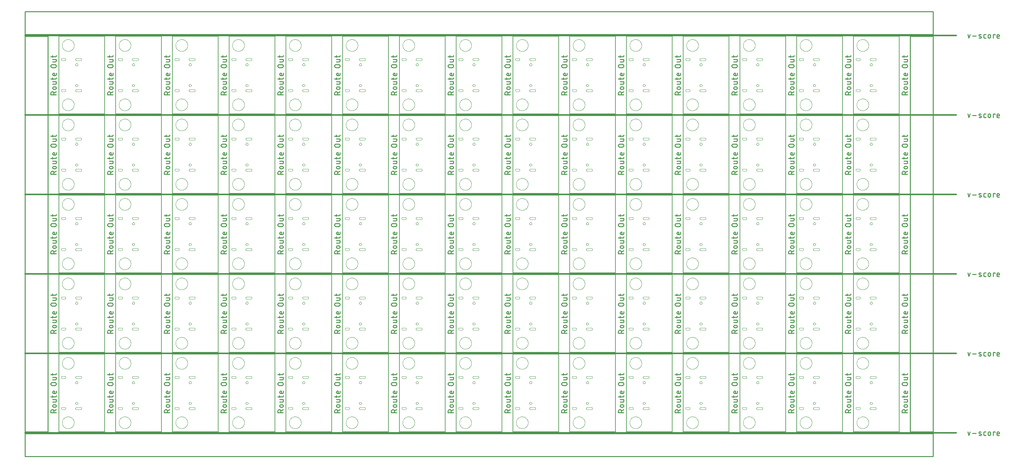
<source format=gko>
G75*
%MOIN*%
%OFA0B0*%
%FSLAX25Y25*%
%IPPOS*%
%LPD*%
%AMOC8*
5,1,8,0,0,1.08239X$1,22.5*
%
%ADD10C,0.00800*%
%ADD11C,0.01100*%
%ADD12C,0.01500*%
%ADD13C,0.01000*%
%ADD14C,0.00000*%
%ADD15C,0.00039*%
D10*
X0038750Y0028500D02*
X0038750Y0113500D01*
X0088750Y0113500D01*
X0088750Y0028500D01*
X0038750Y0028500D01*
X0100750Y0028500D02*
X0100750Y0113500D01*
X0150750Y0113500D01*
X0150750Y0028500D01*
X0100750Y0028500D01*
X0162750Y0028500D02*
X0162750Y0113500D01*
X0212750Y0113500D01*
X0212750Y0028500D01*
X0162750Y0028500D01*
X0224750Y0028500D02*
X0224750Y0113500D01*
X0274750Y0113500D01*
X0274750Y0028500D01*
X0224750Y0028500D01*
X0286750Y0028500D02*
X0286750Y0113500D01*
X0336750Y0113500D01*
X0336750Y0028500D01*
X0286750Y0028500D01*
X0348750Y0028500D02*
X0348750Y0113500D01*
X0398750Y0113500D01*
X0398750Y0028500D01*
X0348750Y0028500D01*
X0410750Y0028500D02*
X0410750Y0113500D01*
X0460750Y0113500D01*
X0460750Y0028500D01*
X0410750Y0028500D01*
X0472750Y0028500D02*
X0472750Y0113500D01*
X0522750Y0113500D01*
X0522750Y0028500D01*
X0472750Y0028500D01*
X0534750Y0028500D02*
X0534750Y0113500D01*
X0584750Y0113500D01*
X0584750Y0028500D01*
X0534750Y0028500D01*
X0596750Y0028500D02*
X0596750Y0113500D01*
X0646750Y0113500D01*
X0646750Y0028500D01*
X0596750Y0028500D01*
X0658750Y0028500D02*
X0658750Y0113500D01*
X0708750Y0113500D01*
X0708750Y0028500D01*
X0658750Y0028500D01*
X0720750Y0028500D02*
X0720750Y0113500D01*
X0770750Y0113500D01*
X0770750Y0028500D01*
X0720750Y0028500D01*
X0782750Y0028500D02*
X0782750Y0113500D01*
X0832750Y0113500D01*
X0832750Y0028500D01*
X0782750Y0028500D01*
X0844750Y0028500D02*
X0844750Y0113500D01*
X0894750Y0113500D01*
X0894750Y0028500D01*
X0844750Y0028500D01*
X0906750Y0028500D02*
X0906750Y0113500D01*
X0956750Y0113500D01*
X0956750Y0028500D01*
X0906750Y0028500D01*
X0906750Y0115500D02*
X0906750Y0200500D01*
X0956750Y0200500D01*
X0956750Y0115500D01*
X0906750Y0115500D01*
X0894750Y0115500D02*
X0894750Y0200500D01*
X0844750Y0200500D01*
X0844750Y0115500D01*
X0894750Y0115500D01*
X0832750Y0115500D02*
X0832750Y0200500D01*
X0782750Y0200500D01*
X0782750Y0115500D01*
X0832750Y0115500D01*
X0770750Y0115500D02*
X0770750Y0200500D01*
X0720750Y0200500D01*
X0720750Y0115500D01*
X0770750Y0115500D01*
X0708750Y0115500D02*
X0708750Y0200500D01*
X0658750Y0200500D01*
X0658750Y0115500D01*
X0708750Y0115500D01*
X0646750Y0115500D02*
X0646750Y0200500D01*
X0596750Y0200500D01*
X0596750Y0115500D01*
X0646750Y0115500D01*
X0584750Y0115500D02*
X0584750Y0200500D01*
X0534750Y0200500D01*
X0534750Y0115500D01*
X0584750Y0115500D01*
X0522750Y0115500D02*
X0522750Y0200500D01*
X0472750Y0200500D01*
X0472750Y0115500D01*
X0522750Y0115500D01*
X0460750Y0115500D02*
X0460750Y0200500D01*
X0410750Y0200500D01*
X0410750Y0115500D01*
X0460750Y0115500D01*
X0398750Y0115500D02*
X0398750Y0200500D01*
X0348750Y0200500D01*
X0348750Y0115500D01*
X0398750Y0115500D01*
X0336750Y0115500D02*
X0336750Y0200500D01*
X0286750Y0200500D01*
X0286750Y0115500D01*
X0336750Y0115500D01*
X0274750Y0115500D02*
X0274750Y0200500D01*
X0224750Y0200500D01*
X0224750Y0115500D01*
X0274750Y0115500D01*
X0212750Y0115500D02*
X0212750Y0200500D01*
X0162750Y0200500D01*
X0162750Y0115500D01*
X0212750Y0115500D01*
X0150750Y0115500D02*
X0150750Y0200500D01*
X0100750Y0200500D01*
X0100750Y0115500D01*
X0150750Y0115500D01*
X0088750Y0115500D02*
X0088750Y0200500D01*
X0038750Y0200500D01*
X0038750Y0115500D01*
X0088750Y0115500D01*
X0088750Y0202500D02*
X0038750Y0202500D01*
X0038750Y0287500D01*
X0088750Y0287500D01*
X0088750Y0202500D01*
X0100750Y0202500D02*
X0100750Y0287500D01*
X0150750Y0287500D01*
X0150750Y0202500D01*
X0100750Y0202500D01*
X0162750Y0202500D02*
X0162750Y0287500D01*
X0212750Y0287500D01*
X0212750Y0202500D01*
X0162750Y0202500D01*
X0224750Y0202500D02*
X0224750Y0287500D01*
X0274750Y0287500D01*
X0274750Y0202500D01*
X0224750Y0202500D01*
X0286750Y0202500D02*
X0286750Y0287500D01*
X0336750Y0287500D01*
X0336750Y0202500D01*
X0286750Y0202500D01*
X0348750Y0202500D02*
X0348750Y0287500D01*
X0398750Y0287500D01*
X0398750Y0202500D01*
X0348750Y0202500D01*
X0410750Y0202500D02*
X0410750Y0287500D01*
X0460750Y0287500D01*
X0460750Y0202500D01*
X0410750Y0202500D01*
X0472750Y0202500D02*
X0472750Y0287500D01*
X0522750Y0287500D01*
X0522750Y0202500D01*
X0472750Y0202500D01*
X0534750Y0202500D02*
X0534750Y0287500D01*
X0584750Y0287500D01*
X0584750Y0202500D01*
X0534750Y0202500D01*
X0596750Y0202500D02*
X0596750Y0287500D01*
X0646750Y0287500D01*
X0646750Y0202500D01*
X0596750Y0202500D01*
X0658750Y0202500D02*
X0658750Y0287500D01*
X0708750Y0287500D01*
X0708750Y0202500D01*
X0658750Y0202500D01*
X0720750Y0202500D02*
X0720750Y0287500D01*
X0770750Y0287500D01*
X0770750Y0202500D01*
X0720750Y0202500D01*
X0782750Y0202500D02*
X0782750Y0287500D01*
X0832750Y0287500D01*
X0832750Y0202500D01*
X0782750Y0202500D01*
X0844750Y0202500D02*
X0844750Y0287500D01*
X0894750Y0287500D01*
X0894750Y0202500D01*
X0844750Y0202500D01*
X0906750Y0202500D02*
X0906750Y0287500D01*
X0956750Y0287500D01*
X0956750Y0202500D01*
X0906750Y0202500D01*
X0906750Y0289500D02*
X0906750Y0374500D01*
X0956750Y0374500D01*
X0956750Y0289500D01*
X0906750Y0289500D01*
X0894750Y0289500D02*
X0894750Y0374500D01*
X0844750Y0374500D01*
X0844750Y0289500D01*
X0894750Y0289500D01*
X0832750Y0289500D02*
X0832750Y0374500D01*
X0782750Y0374500D01*
X0782750Y0289500D01*
X0832750Y0289500D01*
X0770750Y0289500D02*
X0770750Y0374500D01*
X0720750Y0374500D01*
X0720750Y0289500D01*
X0770750Y0289500D01*
X0708750Y0289500D02*
X0708750Y0374500D01*
X0658750Y0374500D01*
X0658750Y0289500D01*
X0708750Y0289500D01*
X0646750Y0289500D02*
X0646750Y0374500D01*
X0596750Y0374500D01*
X0596750Y0289500D01*
X0646750Y0289500D01*
X0584750Y0289500D02*
X0584750Y0374500D01*
X0534750Y0374500D01*
X0534750Y0289500D01*
X0584750Y0289500D01*
X0522750Y0289500D02*
X0522750Y0374500D01*
X0472750Y0374500D01*
X0472750Y0289500D01*
X0522750Y0289500D01*
X0460750Y0289500D02*
X0460750Y0374500D01*
X0410750Y0374500D01*
X0410750Y0289500D01*
X0460750Y0289500D01*
X0398750Y0289500D02*
X0398750Y0374500D01*
X0348750Y0374500D01*
X0348750Y0289500D01*
X0398750Y0289500D01*
X0336750Y0289500D02*
X0336750Y0374500D01*
X0286750Y0374500D01*
X0286750Y0289500D01*
X0336750Y0289500D01*
X0274750Y0289500D02*
X0274750Y0374500D01*
X0224750Y0374500D01*
X0224750Y0289500D01*
X0274750Y0289500D01*
X0212750Y0289500D02*
X0212750Y0374500D01*
X0162750Y0374500D01*
X0162750Y0289500D01*
X0212750Y0289500D01*
X0150750Y0289500D02*
X0150750Y0374500D01*
X0100750Y0374500D01*
X0100750Y0289500D01*
X0150750Y0289500D01*
X0088750Y0289500D02*
X0088750Y0374500D01*
X0038750Y0374500D01*
X0038750Y0289500D01*
X0088750Y0289500D01*
X0088750Y0376500D02*
X0038750Y0376500D01*
X0038750Y0461500D01*
X0088750Y0461500D01*
X0088750Y0376500D01*
X0100750Y0376500D02*
X0100750Y0461500D01*
X0150750Y0461500D01*
X0150750Y0376500D01*
X0100750Y0376500D01*
X0162750Y0376500D02*
X0162750Y0461500D01*
X0212750Y0461500D01*
X0212750Y0376500D01*
X0162750Y0376500D01*
X0224750Y0376500D02*
X0224750Y0461500D01*
X0274750Y0461500D01*
X0274750Y0376500D01*
X0224750Y0376500D01*
X0286750Y0376500D02*
X0286750Y0461500D01*
X0336750Y0461500D01*
X0336750Y0376500D01*
X0286750Y0376500D01*
X0348750Y0376500D02*
X0348750Y0461500D01*
X0398750Y0461500D01*
X0398750Y0376500D01*
X0348750Y0376500D01*
X0410750Y0376500D02*
X0410750Y0461500D01*
X0460750Y0461500D01*
X0460750Y0376500D01*
X0410750Y0376500D01*
X0472750Y0376500D02*
X0472750Y0461500D01*
X0522750Y0461500D01*
X0522750Y0376500D01*
X0472750Y0376500D01*
X0534750Y0376500D02*
X0534750Y0461500D01*
X0584750Y0461500D01*
X0584750Y0376500D01*
X0534750Y0376500D01*
X0596750Y0376500D02*
X0596750Y0461500D01*
X0646750Y0461500D01*
X0646750Y0376500D01*
X0596750Y0376500D01*
X0658750Y0376500D02*
X0658750Y0461500D01*
X0708750Y0461500D01*
X0708750Y0376500D01*
X0658750Y0376500D01*
X0720750Y0376500D02*
X0720750Y0461500D01*
X0770750Y0461500D01*
X0770750Y0376500D01*
X0720750Y0376500D01*
X0782750Y0376500D02*
X0782750Y0461500D01*
X0832750Y0461500D01*
X0832750Y0376500D01*
X0782750Y0376500D01*
X0844750Y0376500D02*
X0844750Y0461500D01*
X0894750Y0461500D01*
X0894750Y0376500D01*
X0844750Y0376500D01*
X0906750Y0376500D02*
X0906750Y0461500D01*
X0956750Y0461500D01*
X0956750Y0376500D01*
X0906750Y0376500D01*
D11*
X0903700Y0353455D02*
X0903700Y0353127D01*
X0903698Y0353065D01*
X0903692Y0353004D01*
X0903683Y0352943D01*
X0903669Y0352883D01*
X0903652Y0352823D01*
X0903631Y0352765D01*
X0903606Y0352708D01*
X0903578Y0352653D01*
X0903547Y0352600D01*
X0903512Y0352549D01*
X0903474Y0352500D01*
X0903434Y0352454D01*
X0903390Y0352410D01*
X0903344Y0352370D01*
X0903295Y0352332D01*
X0903244Y0352297D01*
X0903191Y0352266D01*
X0903136Y0352238D01*
X0903079Y0352213D01*
X0903021Y0352192D01*
X0902961Y0352175D01*
X0902901Y0352161D01*
X0902840Y0352152D01*
X0902779Y0352146D01*
X0902717Y0352144D01*
X0897800Y0352144D01*
X0899767Y0351488D02*
X0899767Y0353455D01*
X0899767Y0349134D02*
X0903700Y0349134D01*
X0903700Y0347495D01*
X0903698Y0347433D01*
X0903692Y0347372D01*
X0903683Y0347311D01*
X0903669Y0347251D01*
X0903652Y0347191D01*
X0903631Y0347133D01*
X0903606Y0347076D01*
X0903578Y0347021D01*
X0903547Y0346968D01*
X0903512Y0346917D01*
X0903474Y0346868D01*
X0903434Y0346822D01*
X0903390Y0346778D01*
X0903344Y0346738D01*
X0903295Y0346700D01*
X0903244Y0346665D01*
X0903191Y0346634D01*
X0903136Y0346606D01*
X0903079Y0346581D01*
X0903021Y0346560D01*
X0902961Y0346543D01*
X0902901Y0346529D01*
X0902840Y0346520D01*
X0902779Y0346514D01*
X0902717Y0346512D01*
X0899767Y0346512D01*
X0899439Y0343513D02*
X0902061Y0343513D01*
X0902140Y0343511D01*
X0902219Y0343505D01*
X0902298Y0343496D01*
X0902376Y0343482D01*
X0902453Y0343465D01*
X0902530Y0343445D01*
X0902605Y0343420D01*
X0902679Y0343392D01*
X0902752Y0343360D01*
X0902823Y0343325D01*
X0902892Y0343287D01*
X0902959Y0343245D01*
X0903024Y0343200D01*
X0903087Y0343152D01*
X0903148Y0343101D01*
X0903206Y0343047D01*
X0903261Y0342990D01*
X0903314Y0342931D01*
X0903363Y0342869D01*
X0903410Y0342805D01*
X0903453Y0342739D01*
X0903493Y0342671D01*
X0903530Y0342600D01*
X0903564Y0342529D01*
X0903593Y0342455D01*
X0903620Y0342380D01*
X0903642Y0342305D01*
X0903661Y0342228D01*
X0903677Y0342150D01*
X0903688Y0342072D01*
X0903696Y0341993D01*
X0903700Y0341914D01*
X0903700Y0341834D01*
X0903696Y0341755D01*
X0903688Y0341676D01*
X0903677Y0341598D01*
X0903661Y0341520D01*
X0903642Y0341443D01*
X0903620Y0341368D01*
X0903593Y0341293D01*
X0903564Y0341219D01*
X0903530Y0341148D01*
X0903493Y0341077D01*
X0903453Y0341009D01*
X0903410Y0340943D01*
X0903363Y0340879D01*
X0903314Y0340817D01*
X0903261Y0340758D01*
X0903206Y0340701D01*
X0903148Y0340647D01*
X0903087Y0340596D01*
X0903024Y0340548D01*
X0902959Y0340503D01*
X0902892Y0340461D01*
X0902823Y0340423D01*
X0902752Y0340388D01*
X0902679Y0340356D01*
X0902605Y0340328D01*
X0902530Y0340303D01*
X0902453Y0340283D01*
X0902376Y0340266D01*
X0902298Y0340252D01*
X0902219Y0340243D01*
X0902140Y0340237D01*
X0902061Y0340235D01*
X0899439Y0340235D01*
X0899360Y0340237D01*
X0899281Y0340243D01*
X0899202Y0340252D01*
X0899124Y0340266D01*
X0899047Y0340283D01*
X0898970Y0340303D01*
X0898895Y0340328D01*
X0898821Y0340356D01*
X0898748Y0340388D01*
X0898677Y0340423D01*
X0898608Y0340461D01*
X0898541Y0340503D01*
X0898476Y0340548D01*
X0898413Y0340596D01*
X0898352Y0340647D01*
X0898294Y0340701D01*
X0898239Y0340758D01*
X0898186Y0340817D01*
X0898137Y0340879D01*
X0898090Y0340943D01*
X0898047Y0341009D01*
X0898007Y0341077D01*
X0897970Y0341148D01*
X0897936Y0341219D01*
X0897907Y0341293D01*
X0897880Y0341368D01*
X0897858Y0341443D01*
X0897839Y0341520D01*
X0897823Y0341598D01*
X0897812Y0341676D01*
X0897804Y0341755D01*
X0897800Y0341834D01*
X0897800Y0341914D01*
X0897804Y0341993D01*
X0897812Y0342072D01*
X0897823Y0342150D01*
X0897839Y0342228D01*
X0897858Y0342305D01*
X0897880Y0342380D01*
X0897907Y0342455D01*
X0897936Y0342529D01*
X0897970Y0342600D01*
X0898007Y0342671D01*
X0898047Y0342739D01*
X0898090Y0342805D01*
X0898137Y0342869D01*
X0898186Y0342931D01*
X0898239Y0342990D01*
X0898294Y0343047D01*
X0898352Y0343101D01*
X0898413Y0343152D01*
X0898476Y0343200D01*
X0898541Y0343245D01*
X0898608Y0343287D01*
X0898677Y0343325D01*
X0898748Y0343360D01*
X0898821Y0343392D01*
X0898895Y0343420D01*
X0898970Y0343445D01*
X0899047Y0343465D01*
X0899124Y0343482D01*
X0899202Y0343496D01*
X0899281Y0343505D01*
X0899360Y0343511D01*
X0899439Y0343513D01*
X0901078Y0334159D02*
X0901733Y0334159D01*
X0901733Y0331537D01*
X0901078Y0331537D02*
X0902717Y0331537D01*
X0902779Y0331539D01*
X0902840Y0331545D01*
X0902901Y0331554D01*
X0902961Y0331568D01*
X0903021Y0331585D01*
X0903079Y0331606D01*
X0903136Y0331631D01*
X0903191Y0331659D01*
X0903244Y0331690D01*
X0903295Y0331725D01*
X0903344Y0331763D01*
X0903390Y0331803D01*
X0903434Y0331847D01*
X0903474Y0331893D01*
X0903512Y0331942D01*
X0903547Y0331993D01*
X0903578Y0332046D01*
X0903606Y0332101D01*
X0903631Y0332158D01*
X0903652Y0332216D01*
X0903669Y0332276D01*
X0903683Y0332336D01*
X0903692Y0332397D01*
X0903698Y0332458D01*
X0903700Y0332520D01*
X0903700Y0334159D01*
X0901078Y0334159D02*
X0901007Y0334157D01*
X0900936Y0334151D01*
X0900866Y0334142D01*
X0900796Y0334128D01*
X0900727Y0334111D01*
X0900659Y0334090D01*
X0900593Y0334066D01*
X0900528Y0334038D01*
X0900464Y0334006D01*
X0900402Y0333971D01*
X0900342Y0333933D01*
X0900285Y0333892D01*
X0900229Y0333847D01*
X0900176Y0333800D01*
X0900126Y0333750D01*
X0900079Y0333697D01*
X0900034Y0333641D01*
X0899993Y0333584D01*
X0899955Y0333524D01*
X0899920Y0333462D01*
X0899888Y0333398D01*
X0899860Y0333333D01*
X0899836Y0333267D01*
X0899815Y0333199D01*
X0899798Y0333130D01*
X0899784Y0333060D01*
X0899775Y0332990D01*
X0899769Y0332919D01*
X0899767Y0332848D01*
X0899769Y0332777D01*
X0899775Y0332706D01*
X0899784Y0332636D01*
X0899798Y0332566D01*
X0899815Y0332497D01*
X0899836Y0332429D01*
X0899860Y0332363D01*
X0899888Y0332298D01*
X0899920Y0332234D01*
X0899955Y0332172D01*
X0899993Y0332112D01*
X0900034Y0332055D01*
X0900079Y0331999D01*
X0900126Y0331946D01*
X0900176Y0331896D01*
X0900229Y0331849D01*
X0900285Y0331804D01*
X0900342Y0331763D01*
X0900402Y0331725D01*
X0900464Y0331690D01*
X0900528Y0331658D01*
X0900593Y0331630D01*
X0900659Y0331606D01*
X0900727Y0331585D01*
X0900796Y0331568D01*
X0900866Y0331554D01*
X0900936Y0331545D01*
X0901007Y0331539D01*
X0901078Y0331537D01*
X0899767Y0329044D02*
X0899767Y0327078D01*
X0897800Y0327733D02*
X0902717Y0327733D01*
X0902779Y0327735D01*
X0902840Y0327741D01*
X0902901Y0327750D01*
X0902961Y0327764D01*
X0903021Y0327781D01*
X0903079Y0327802D01*
X0903136Y0327827D01*
X0903191Y0327855D01*
X0903244Y0327886D01*
X0903295Y0327921D01*
X0903344Y0327959D01*
X0903390Y0327999D01*
X0903434Y0328043D01*
X0903474Y0328089D01*
X0903512Y0328138D01*
X0903547Y0328189D01*
X0903578Y0328242D01*
X0903606Y0328297D01*
X0903631Y0328354D01*
X0903652Y0328412D01*
X0903669Y0328472D01*
X0903683Y0328532D01*
X0903692Y0328593D01*
X0903698Y0328654D01*
X0903700Y0328716D01*
X0903700Y0329044D01*
X0903700Y0324723D02*
X0899767Y0324723D01*
X0899767Y0322101D02*
X0902717Y0322101D01*
X0902779Y0322103D01*
X0902840Y0322109D01*
X0902901Y0322118D01*
X0902961Y0322132D01*
X0903021Y0322149D01*
X0903079Y0322170D01*
X0903136Y0322195D01*
X0903191Y0322223D01*
X0903244Y0322254D01*
X0903295Y0322289D01*
X0903344Y0322327D01*
X0903390Y0322367D01*
X0903434Y0322411D01*
X0903474Y0322457D01*
X0903512Y0322506D01*
X0903547Y0322557D01*
X0903578Y0322610D01*
X0903606Y0322665D01*
X0903631Y0322722D01*
X0903652Y0322780D01*
X0903669Y0322840D01*
X0903683Y0322900D01*
X0903692Y0322961D01*
X0903698Y0323022D01*
X0903700Y0323084D01*
X0903700Y0324723D01*
X0902389Y0319184D02*
X0901078Y0319184D01*
X0901007Y0319182D01*
X0900936Y0319176D01*
X0900866Y0319167D01*
X0900796Y0319153D01*
X0900727Y0319136D01*
X0900659Y0319115D01*
X0900593Y0319091D01*
X0900528Y0319063D01*
X0900464Y0319031D01*
X0900402Y0318996D01*
X0900342Y0318958D01*
X0900285Y0318917D01*
X0900229Y0318872D01*
X0900176Y0318825D01*
X0900126Y0318775D01*
X0900079Y0318722D01*
X0900034Y0318666D01*
X0899993Y0318609D01*
X0899955Y0318549D01*
X0899920Y0318487D01*
X0899888Y0318423D01*
X0899860Y0318358D01*
X0899836Y0318292D01*
X0899815Y0318224D01*
X0899798Y0318155D01*
X0899784Y0318085D01*
X0899775Y0318015D01*
X0899769Y0317944D01*
X0899767Y0317873D01*
X0899769Y0317802D01*
X0899775Y0317731D01*
X0899784Y0317661D01*
X0899798Y0317591D01*
X0899815Y0317522D01*
X0899836Y0317454D01*
X0899860Y0317388D01*
X0899888Y0317323D01*
X0899920Y0317259D01*
X0899955Y0317197D01*
X0899993Y0317137D01*
X0900034Y0317080D01*
X0900079Y0317024D01*
X0900126Y0316971D01*
X0900176Y0316921D01*
X0900229Y0316874D01*
X0900285Y0316829D01*
X0900342Y0316788D01*
X0900402Y0316750D01*
X0900464Y0316715D01*
X0900528Y0316683D01*
X0900593Y0316655D01*
X0900659Y0316631D01*
X0900727Y0316610D01*
X0900796Y0316593D01*
X0900866Y0316579D01*
X0900936Y0316570D01*
X0901007Y0316564D01*
X0901078Y0316562D01*
X0902389Y0316562D01*
X0902460Y0316564D01*
X0902531Y0316570D01*
X0902601Y0316579D01*
X0902671Y0316593D01*
X0902740Y0316610D01*
X0902808Y0316631D01*
X0902874Y0316655D01*
X0902939Y0316683D01*
X0903003Y0316715D01*
X0903065Y0316750D01*
X0903125Y0316788D01*
X0903182Y0316829D01*
X0903238Y0316874D01*
X0903291Y0316921D01*
X0903341Y0316971D01*
X0903388Y0317024D01*
X0903433Y0317080D01*
X0903474Y0317137D01*
X0903512Y0317197D01*
X0903547Y0317259D01*
X0903579Y0317323D01*
X0903607Y0317388D01*
X0903631Y0317454D01*
X0903652Y0317522D01*
X0903669Y0317591D01*
X0903683Y0317661D01*
X0903692Y0317731D01*
X0903698Y0317802D01*
X0903700Y0317873D01*
X0903698Y0317944D01*
X0903692Y0318015D01*
X0903683Y0318085D01*
X0903669Y0318155D01*
X0903652Y0318224D01*
X0903631Y0318292D01*
X0903607Y0318358D01*
X0903579Y0318423D01*
X0903547Y0318487D01*
X0903512Y0318549D01*
X0903474Y0318609D01*
X0903433Y0318666D01*
X0903388Y0318722D01*
X0903341Y0318775D01*
X0903291Y0318825D01*
X0903238Y0318872D01*
X0903182Y0318917D01*
X0903125Y0318958D01*
X0903065Y0318996D01*
X0903003Y0319031D01*
X0902939Y0319063D01*
X0902874Y0319091D01*
X0902808Y0319115D01*
X0902740Y0319136D01*
X0902671Y0319153D01*
X0902601Y0319167D01*
X0902531Y0319176D01*
X0902460Y0319182D01*
X0902389Y0319184D01*
X0903700Y0313823D02*
X0901078Y0312512D01*
X0901078Y0312184D02*
X0901078Y0310545D01*
X0901078Y0312184D02*
X0901076Y0312263D01*
X0901070Y0312342D01*
X0901061Y0312421D01*
X0901047Y0312499D01*
X0901030Y0312576D01*
X0901010Y0312653D01*
X0900985Y0312728D01*
X0900957Y0312802D01*
X0900925Y0312875D01*
X0900890Y0312946D01*
X0900852Y0313015D01*
X0900810Y0313082D01*
X0900765Y0313147D01*
X0900717Y0313210D01*
X0900666Y0313271D01*
X0900612Y0313329D01*
X0900555Y0313384D01*
X0900496Y0313437D01*
X0900434Y0313486D01*
X0900370Y0313533D01*
X0900304Y0313576D01*
X0900236Y0313616D01*
X0900165Y0313653D01*
X0900094Y0313687D01*
X0900020Y0313716D01*
X0899945Y0313743D01*
X0899870Y0313765D01*
X0899793Y0313784D01*
X0899715Y0313800D01*
X0899637Y0313811D01*
X0899558Y0313819D01*
X0899479Y0313823D01*
X0899399Y0313823D01*
X0899320Y0313819D01*
X0899241Y0313811D01*
X0899163Y0313800D01*
X0899085Y0313784D01*
X0899008Y0313765D01*
X0898933Y0313743D01*
X0898858Y0313716D01*
X0898784Y0313687D01*
X0898713Y0313653D01*
X0898642Y0313616D01*
X0898574Y0313576D01*
X0898508Y0313533D01*
X0898444Y0313486D01*
X0898382Y0313437D01*
X0898323Y0313384D01*
X0898266Y0313329D01*
X0898212Y0313271D01*
X0898161Y0313210D01*
X0898113Y0313147D01*
X0898068Y0313082D01*
X0898026Y0313015D01*
X0897988Y0312946D01*
X0897953Y0312875D01*
X0897921Y0312802D01*
X0897893Y0312728D01*
X0897868Y0312653D01*
X0897848Y0312576D01*
X0897831Y0312499D01*
X0897817Y0312421D01*
X0897808Y0312342D01*
X0897802Y0312263D01*
X0897800Y0312184D01*
X0897800Y0310545D01*
X0903700Y0310545D01*
X0959800Y0310545D02*
X0959800Y0312184D01*
X0959802Y0312263D01*
X0959808Y0312342D01*
X0959817Y0312421D01*
X0959831Y0312499D01*
X0959848Y0312576D01*
X0959868Y0312653D01*
X0959893Y0312728D01*
X0959921Y0312802D01*
X0959953Y0312875D01*
X0959988Y0312946D01*
X0960026Y0313015D01*
X0960068Y0313082D01*
X0960113Y0313147D01*
X0960161Y0313210D01*
X0960212Y0313271D01*
X0960266Y0313329D01*
X0960323Y0313384D01*
X0960382Y0313437D01*
X0960444Y0313486D01*
X0960508Y0313533D01*
X0960574Y0313576D01*
X0960642Y0313616D01*
X0960713Y0313653D01*
X0960784Y0313687D01*
X0960858Y0313716D01*
X0960933Y0313743D01*
X0961008Y0313765D01*
X0961085Y0313784D01*
X0961163Y0313800D01*
X0961241Y0313811D01*
X0961320Y0313819D01*
X0961399Y0313823D01*
X0961479Y0313823D01*
X0961558Y0313819D01*
X0961637Y0313811D01*
X0961715Y0313800D01*
X0961793Y0313784D01*
X0961870Y0313765D01*
X0961945Y0313743D01*
X0962020Y0313716D01*
X0962094Y0313687D01*
X0962165Y0313653D01*
X0962236Y0313616D01*
X0962304Y0313576D01*
X0962370Y0313533D01*
X0962434Y0313486D01*
X0962496Y0313437D01*
X0962555Y0313384D01*
X0962612Y0313329D01*
X0962666Y0313271D01*
X0962717Y0313210D01*
X0962765Y0313147D01*
X0962810Y0313082D01*
X0962852Y0313015D01*
X0962890Y0312946D01*
X0962925Y0312875D01*
X0962957Y0312802D01*
X0962985Y0312728D01*
X0963010Y0312653D01*
X0963030Y0312576D01*
X0963047Y0312499D01*
X0963061Y0312421D01*
X0963070Y0312342D01*
X0963076Y0312263D01*
X0963078Y0312184D01*
X0963078Y0310545D01*
X0963078Y0312512D02*
X0965700Y0313823D01*
X0964389Y0316562D02*
X0963078Y0316562D01*
X0963007Y0316564D01*
X0962936Y0316570D01*
X0962866Y0316579D01*
X0962796Y0316593D01*
X0962727Y0316610D01*
X0962659Y0316631D01*
X0962593Y0316655D01*
X0962528Y0316683D01*
X0962464Y0316715D01*
X0962402Y0316750D01*
X0962342Y0316788D01*
X0962285Y0316829D01*
X0962229Y0316874D01*
X0962176Y0316921D01*
X0962126Y0316971D01*
X0962079Y0317024D01*
X0962034Y0317080D01*
X0961993Y0317137D01*
X0961955Y0317197D01*
X0961920Y0317259D01*
X0961888Y0317323D01*
X0961860Y0317388D01*
X0961836Y0317454D01*
X0961815Y0317522D01*
X0961798Y0317591D01*
X0961784Y0317661D01*
X0961775Y0317731D01*
X0961769Y0317802D01*
X0961767Y0317873D01*
X0961769Y0317944D01*
X0961775Y0318015D01*
X0961784Y0318085D01*
X0961798Y0318155D01*
X0961815Y0318224D01*
X0961836Y0318292D01*
X0961860Y0318358D01*
X0961888Y0318423D01*
X0961920Y0318487D01*
X0961955Y0318549D01*
X0961993Y0318609D01*
X0962034Y0318666D01*
X0962079Y0318722D01*
X0962126Y0318775D01*
X0962176Y0318825D01*
X0962229Y0318872D01*
X0962285Y0318917D01*
X0962342Y0318958D01*
X0962402Y0318996D01*
X0962464Y0319031D01*
X0962528Y0319063D01*
X0962593Y0319091D01*
X0962659Y0319115D01*
X0962727Y0319136D01*
X0962796Y0319153D01*
X0962866Y0319167D01*
X0962936Y0319176D01*
X0963007Y0319182D01*
X0963078Y0319184D01*
X0964389Y0319184D01*
X0964460Y0319182D01*
X0964531Y0319176D01*
X0964601Y0319167D01*
X0964671Y0319153D01*
X0964740Y0319136D01*
X0964808Y0319115D01*
X0964874Y0319091D01*
X0964939Y0319063D01*
X0965003Y0319031D01*
X0965065Y0318996D01*
X0965125Y0318958D01*
X0965182Y0318917D01*
X0965238Y0318872D01*
X0965291Y0318825D01*
X0965341Y0318775D01*
X0965388Y0318722D01*
X0965433Y0318666D01*
X0965474Y0318609D01*
X0965512Y0318549D01*
X0965547Y0318487D01*
X0965579Y0318423D01*
X0965607Y0318358D01*
X0965631Y0318292D01*
X0965652Y0318224D01*
X0965669Y0318155D01*
X0965683Y0318085D01*
X0965692Y0318015D01*
X0965698Y0317944D01*
X0965700Y0317873D01*
X0965698Y0317802D01*
X0965692Y0317731D01*
X0965683Y0317661D01*
X0965669Y0317591D01*
X0965652Y0317522D01*
X0965631Y0317454D01*
X0965607Y0317388D01*
X0965579Y0317323D01*
X0965547Y0317259D01*
X0965512Y0317197D01*
X0965474Y0317137D01*
X0965433Y0317080D01*
X0965388Y0317024D01*
X0965341Y0316971D01*
X0965291Y0316921D01*
X0965238Y0316874D01*
X0965182Y0316829D01*
X0965125Y0316788D01*
X0965065Y0316750D01*
X0965003Y0316715D01*
X0964939Y0316683D01*
X0964874Y0316655D01*
X0964808Y0316631D01*
X0964740Y0316610D01*
X0964671Y0316593D01*
X0964601Y0316579D01*
X0964531Y0316570D01*
X0964460Y0316564D01*
X0964389Y0316562D01*
X0964717Y0322101D02*
X0961767Y0322101D01*
X0961767Y0324723D02*
X0965700Y0324723D01*
X0965700Y0323084D01*
X0965698Y0323022D01*
X0965692Y0322961D01*
X0965683Y0322900D01*
X0965669Y0322840D01*
X0965652Y0322780D01*
X0965631Y0322722D01*
X0965606Y0322665D01*
X0965578Y0322610D01*
X0965547Y0322557D01*
X0965512Y0322506D01*
X0965474Y0322457D01*
X0965434Y0322411D01*
X0965390Y0322367D01*
X0965344Y0322327D01*
X0965295Y0322289D01*
X0965244Y0322254D01*
X0965191Y0322223D01*
X0965136Y0322195D01*
X0965079Y0322170D01*
X0965021Y0322149D01*
X0964961Y0322132D01*
X0964901Y0322118D01*
X0964840Y0322109D01*
X0964779Y0322103D01*
X0964717Y0322101D01*
X0964717Y0327733D02*
X0959800Y0327733D01*
X0961767Y0327078D02*
X0961767Y0329044D01*
X0963078Y0331537D02*
X0964717Y0331537D01*
X0964779Y0331539D01*
X0964840Y0331545D01*
X0964901Y0331554D01*
X0964961Y0331568D01*
X0965021Y0331585D01*
X0965079Y0331606D01*
X0965136Y0331631D01*
X0965191Y0331659D01*
X0965244Y0331690D01*
X0965295Y0331725D01*
X0965344Y0331763D01*
X0965390Y0331803D01*
X0965434Y0331847D01*
X0965474Y0331893D01*
X0965512Y0331942D01*
X0965547Y0331993D01*
X0965578Y0332046D01*
X0965606Y0332101D01*
X0965631Y0332158D01*
X0965652Y0332216D01*
X0965669Y0332276D01*
X0965683Y0332336D01*
X0965692Y0332397D01*
X0965698Y0332458D01*
X0965700Y0332520D01*
X0965700Y0334159D01*
X0963733Y0334159D02*
X0963733Y0331537D01*
X0963078Y0331537D02*
X0963007Y0331539D01*
X0962936Y0331545D01*
X0962866Y0331554D01*
X0962796Y0331568D01*
X0962727Y0331585D01*
X0962659Y0331606D01*
X0962593Y0331630D01*
X0962528Y0331658D01*
X0962464Y0331690D01*
X0962402Y0331725D01*
X0962342Y0331763D01*
X0962285Y0331804D01*
X0962229Y0331849D01*
X0962176Y0331896D01*
X0962126Y0331946D01*
X0962079Y0331999D01*
X0962034Y0332055D01*
X0961993Y0332112D01*
X0961955Y0332172D01*
X0961920Y0332234D01*
X0961888Y0332298D01*
X0961860Y0332363D01*
X0961836Y0332429D01*
X0961815Y0332497D01*
X0961798Y0332566D01*
X0961784Y0332636D01*
X0961775Y0332706D01*
X0961769Y0332777D01*
X0961767Y0332848D01*
X0961769Y0332919D01*
X0961775Y0332990D01*
X0961784Y0333060D01*
X0961798Y0333130D01*
X0961815Y0333199D01*
X0961836Y0333267D01*
X0961860Y0333333D01*
X0961888Y0333398D01*
X0961920Y0333462D01*
X0961955Y0333524D01*
X0961993Y0333584D01*
X0962034Y0333641D01*
X0962079Y0333697D01*
X0962126Y0333750D01*
X0962176Y0333800D01*
X0962229Y0333847D01*
X0962285Y0333892D01*
X0962342Y0333933D01*
X0962402Y0333971D01*
X0962464Y0334006D01*
X0962528Y0334038D01*
X0962593Y0334066D01*
X0962659Y0334090D01*
X0962727Y0334111D01*
X0962796Y0334128D01*
X0962866Y0334142D01*
X0962936Y0334151D01*
X0963007Y0334157D01*
X0963078Y0334159D01*
X0963733Y0334159D01*
X0965700Y0329044D02*
X0965700Y0328716D01*
X0965698Y0328654D01*
X0965692Y0328593D01*
X0965683Y0328532D01*
X0965669Y0328472D01*
X0965652Y0328412D01*
X0965631Y0328354D01*
X0965606Y0328297D01*
X0965578Y0328242D01*
X0965547Y0328189D01*
X0965512Y0328138D01*
X0965474Y0328089D01*
X0965434Y0328043D01*
X0965390Y0327999D01*
X0965344Y0327959D01*
X0965295Y0327921D01*
X0965244Y0327886D01*
X0965191Y0327855D01*
X0965136Y0327827D01*
X0965079Y0327802D01*
X0965021Y0327781D01*
X0964961Y0327764D01*
X0964901Y0327750D01*
X0964840Y0327741D01*
X0964779Y0327735D01*
X0964717Y0327733D01*
X0964061Y0340235D02*
X0961439Y0340235D01*
X0961360Y0340237D01*
X0961281Y0340243D01*
X0961202Y0340252D01*
X0961124Y0340266D01*
X0961047Y0340283D01*
X0960970Y0340303D01*
X0960895Y0340328D01*
X0960821Y0340356D01*
X0960748Y0340388D01*
X0960677Y0340423D01*
X0960608Y0340461D01*
X0960541Y0340503D01*
X0960476Y0340548D01*
X0960413Y0340596D01*
X0960352Y0340647D01*
X0960294Y0340701D01*
X0960239Y0340758D01*
X0960186Y0340817D01*
X0960137Y0340879D01*
X0960090Y0340943D01*
X0960047Y0341009D01*
X0960007Y0341077D01*
X0959970Y0341148D01*
X0959936Y0341219D01*
X0959907Y0341293D01*
X0959880Y0341368D01*
X0959858Y0341443D01*
X0959839Y0341520D01*
X0959823Y0341598D01*
X0959812Y0341676D01*
X0959804Y0341755D01*
X0959800Y0341834D01*
X0959800Y0341914D01*
X0959804Y0341993D01*
X0959812Y0342072D01*
X0959823Y0342150D01*
X0959839Y0342228D01*
X0959858Y0342305D01*
X0959880Y0342380D01*
X0959907Y0342455D01*
X0959936Y0342529D01*
X0959970Y0342600D01*
X0960007Y0342671D01*
X0960047Y0342739D01*
X0960090Y0342805D01*
X0960137Y0342869D01*
X0960186Y0342931D01*
X0960239Y0342990D01*
X0960294Y0343047D01*
X0960352Y0343101D01*
X0960413Y0343152D01*
X0960476Y0343200D01*
X0960541Y0343245D01*
X0960608Y0343287D01*
X0960677Y0343325D01*
X0960748Y0343360D01*
X0960821Y0343392D01*
X0960895Y0343420D01*
X0960970Y0343445D01*
X0961047Y0343465D01*
X0961124Y0343482D01*
X0961202Y0343496D01*
X0961281Y0343505D01*
X0961360Y0343511D01*
X0961439Y0343513D01*
X0964061Y0343513D01*
X0964140Y0343511D01*
X0964219Y0343505D01*
X0964298Y0343496D01*
X0964376Y0343482D01*
X0964453Y0343465D01*
X0964530Y0343445D01*
X0964605Y0343420D01*
X0964679Y0343392D01*
X0964752Y0343360D01*
X0964823Y0343325D01*
X0964892Y0343287D01*
X0964959Y0343245D01*
X0965024Y0343200D01*
X0965087Y0343152D01*
X0965148Y0343101D01*
X0965206Y0343047D01*
X0965261Y0342990D01*
X0965314Y0342931D01*
X0965363Y0342869D01*
X0965410Y0342805D01*
X0965453Y0342739D01*
X0965493Y0342671D01*
X0965530Y0342600D01*
X0965564Y0342529D01*
X0965593Y0342455D01*
X0965620Y0342380D01*
X0965642Y0342305D01*
X0965661Y0342228D01*
X0965677Y0342150D01*
X0965688Y0342072D01*
X0965696Y0341993D01*
X0965700Y0341914D01*
X0965700Y0341834D01*
X0965696Y0341755D01*
X0965688Y0341676D01*
X0965677Y0341598D01*
X0965661Y0341520D01*
X0965642Y0341443D01*
X0965620Y0341368D01*
X0965593Y0341293D01*
X0965564Y0341219D01*
X0965530Y0341148D01*
X0965493Y0341077D01*
X0965453Y0341009D01*
X0965410Y0340943D01*
X0965363Y0340879D01*
X0965314Y0340817D01*
X0965261Y0340758D01*
X0965206Y0340701D01*
X0965148Y0340647D01*
X0965087Y0340596D01*
X0965024Y0340548D01*
X0964959Y0340503D01*
X0964892Y0340461D01*
X0964823Y0340423D01*
X0964752Y0340388D01*
X0964679Y0340356D01*
X0964605Y0340328D01*
X0964530Y0340303D01*
X0964453Y0340283D01*
X0964376Y0340266D01*
X0964298Y0340252D01*
X0964219Y0340243D01*
X0964140Y0340237D01*
X0964061Y0340235D01*
X0964717Y0346512D02*
X0961767Y0346512D01*
X0961767Y0349134D02*
X0965700Y0349134D01*
X0965700Y0347495D01*
X0965698Y0347433D01*
X0965692Y0347372D01*
X0965683Y0347311D01*
X0965669Y0347251D01*
X0965652Y0347191D01*
X0965631Y0347133D01*
X0965606Y0347076D01*
X0965578Y0347021D01*
X0965547Y0346968D01*
X0965512Y0346917D01*
X0965474Y0346868D01*
X0965434Y0346822D01*
X0965390Y0346778D01*
X0965344Y0346738D01*
X0965295Y0346700D01*
X0965244Y0346665D01*
X0965191Y0346634D01*
X0965136Y0346606D01*
X0965079Y0346581D01*
X0965021Y0346560D01*
X0964961Y0346543D01*
X0964901Y0346529D01*
X0964840Y0346520D01*
X0964779Y0346514D01*
X0964717Y0346512D01*
X0964717Y0352144D02*
X0959800Y0352144D01*
X0961767Y0351488D02*
X0961767Y0353455D01*
X0964717Y0352144D02*
X0964779Y0352146D01*
X0964840Y0352152D01*
X0964901Y0352161D01*
X0964961Y0352175D01*
X0965021Y0352192D01*
X0965079Y0352213D01*
X0965136Y0352238D01*
X0965191Y0352266D01*
X0965244Y0352297D01*
X0965295Y0352332D01*
X0965344Y0352370D01*
X0965390Y0352410D01*
X0965434Y0352454D01*
X0965474Y0352500D01*
X0965512Y0352549D01*
X0965547Y0352600D01*
X0965578Y0352653D01*
X0965606Y0352708D01*
X0965631Y0352765D01*
X0965652Y0352823D01*
X0965669Y0352883D01*
X0965683Y0352943D01*
X0965692Y0353004D01*
X0965698Y0353065D01*
X0965700Y0353127D01*
X0965700Y0353455D01*
X1031541Y0376483D02*
X1032852Y0372550D01*
X1034163Y0376483D01*
X1036834Y0374844D02*
X1040768Y0374844D01*
X1044136Y0374844D02*
X1045774Y0374189D01*
X1045775Y0374189D02*
X1045827Y0374166D01*
X1045878Y0374139D01*
X1045927Y0374109D01*
X1045974Y0374076D01*
X1046019Y0374040D01*
X1046061Y0374000D01*
X1046100Y0373958D01*
X1046136Y0373914D01*
X1046169Y0373867D01*
X1046199Y0373817D01*
X1046226Y0373766D01*
X1046249Y0373714D01*
X1046268Y0373660D01*
X1046284Y0373604D01*
X1046296Y0373548D01*
X1046304Y0373491D01*
X1046308Y0373434D01*
X1046309Y0373376D01*
X1046305Y0373319D01*
X1046298Y0373262D01*
X1046286Y0373205D01*
X1046271Y0373150D01*
X1046253Y0373095D01*
X1046230Y0373042D01*
X1046204Y0372991D01*
X1046175Y0372942D01*
X1046142Y0372894D01*
X1046106Y0372849D01*
X1046068Y0372807D01*
X1046026Y0372767D01*
X1045982Y0372730D01*
X1045935Y0372696D01*
X1045887Y0372665D01*
X1045836Y0372638D01*
X1045784Y0372614D01*
X1045730Y0372594D01*
X1045675Y0372578D01*
X1045619Y0372565D01*
X1045562Y0372556D01*
X1045504Y0372551D01*
X1045447Y0372550D01*
X1045938Y0376155D02*
X1045831Y0376201D01*
X1045722Y0376244D01*
X1045612Y0376284D01*
X1045500Y0376320D01*
X1045388Y0376352D01*
X1045274Y0376381D01*
X1045160Y0376407D01*
X1045045Y0376428D01*
X1044930Y0376447D01*
X1044813Y0376461D01*
X1044697Y0376472D01*
X1044580Y0376479D01*
X1044463Y0376483D01*
X1044463Y0376484D02*
X1044406Y0376483D01*
X1044348Y0376478D01*
X1044291Y0376469D01*
X1044235Y0376456D01*
X1044180Y0376440D01*
X1044126Y0376420D01*
X1044074Y0376396D01*
X1044023Y0376369D01*
X1043975Y0376338D01*
X1043928Y0376304D01*
X1043884Y0376267D01*
X1043842Y0376227D01*
X1043804Y0376185D01*
X1043768Y0376140D01*
X1043735Y0376092D01*
X1043706Y0376043D01*
X1043680Y0375992D01*
X1043657Y0375939D01*
X1043639Y0375884D01*
X1043624Y0375829D01*
X1043612Y0375772D01*
X1043605Y0375715D01*
X1043601Y0375658D01*
X1043602Y0375600D01*
X1043606Y0375543D01*
X1043614Y0375486D01*
X1043626Y0375430D01*
X1043642Y0375374D01*
X1043661Y0375320D01*
X1043684Y0375268D01*
X1043711Y0375217D01*
X1043741Y0375167D01*
X1043774Y0375120D01*
X1043810Y0375076D01*
X1043849Y0375034D01*
X1043891Y0374994D01*
X1043936Y0374958D01*
X1043983Y0374925D01*
X1044032Y0374895D01*
X1044083Y0374868D01*
X1044135Y0374845D01*
X1043644Y0372878D02*
X1043778Y0372832D01*
X1043913Y0372789D01*
X1044049Y0372750D01*
X1044186Y0372714D01*
X1044323Y0372682D01*
X1044462Y0372653D01*
X1044601Y0372627D01*
X1044741Y0372606D01*
X1044882Y0372587D01*
X1045022Y0372573D01*
X1045164Y0372562D01*
X1045305Y0372554D01*
X1045447Y0372551D01*
X1048988Y0373533D02*
X1048988Y0375500D01*
X1048990Y0375562D01*
X1048996Y0375623D01*
X1049005Y0375684D01*
X1049019Y0375744D01*
X1049036Y0375804D01*
X1049057Y0375862D01*
X1049082Y0375919D01*
X1049110Y0375974D01*
X1049141Y0376027D01*
X1049176Y0376078D01*
X1049214Y0376127D01*
X1049254Y0376173D01*
X1049298Y0376217D01*
X1049344Y0376257D01*
X1049393Y0376295D01*
X1049444Y0376330D01*
X1049497Y0376361D01*
X1049552Y0376389D01*
X1049609Y0376414D01*
X1049667Y0376435D01*
X1049727Y0376452D01*
X1049787Y0376466D01*
X1049848Y0376475D01*
X1049909Y0376481D01*
X1049971Y0376483D01*
X1051282Y0376483D01*
X1053695Y0375172D02*
X1053695Y0373861D01*
X1053696Y0373861D02*
X1053698Y0373790D01*
X1053704Y0373719D01*
X1053713Y0373649D01*
X1053727Y0373579D01*
X1053744Y0373510D01*
X1053765Y0373442D01*
X1053789Y0373376D01*
X1053817Y0373311D01*
X1053849Y0373247D01*
X1053884Y0373185D01*
X1053922Y0373125D01*
X1053963Y0373068D01*
X1054008Y0373012D01*
X1054055Y0372959D01*
X1054105Y0372909D01*
X1054158Y0372862D01*
X1054214Y0372817D01*
X1054271Y0372776D01*
X1054331Y0372738D01*
X1054393Y0372703D01*
X1054457Y0372671D01*
X1054522Y0372643D01*
X1054588Y0372619D01*
X1054656Y0372598D01*
X1054725Y0372581D01*
X1054795Y0372567D01*
X1054865Y0372558D01*
X1054936Y0372552D01*
X1055007Y0372550D01*
X1055078Y0372552D01*
X1055149Y0372558D01*
X1055219Y0372567D01*
X1055289Y0372581D01*
X1055358Y0372598D01*
X1055426Y0372619D01*
X1055492Y0372643D01*
X1055557Y0372671D01*
X1055621Y0372703D01*
X1055683Y0372738D01*
X1055743Y0372776D01*
X1055800Y0372817D01*
X1055856Y0372862D01*
X1055909Y0372909D01*
X1055959Y0372959D01*
X1056006Y0373012D01*
X1056051Y0373068D01*
X1056092Y0373125D01*
X1056130Y0373185D01*
X1056165Y0373247D01*
X1056197Y0373311D01*
X1056225Y0373376D01*
X1056249Y0373442D01*
X1056270Y0373510D01*
X1056287Y0373579D01*
X1056301Y0373649D01*
X1056310Y0373719D01*
X1056316Y0373790D01*
X1056318Y0373861D01*
X1056318Y0375172D01*
X1056316Y0375243D01*
X1056310Y0375314D01*
X1056301Y0375384D01*
X1056287Y0375454D01*
X1056270Y0375523D01*
X1056249Y0375591D01*
X1056225Y0375657D01*
X1056197Y0375722D01*
X1056165Y0375786D01*
X1056130Y0375848D01*
X1056092Y0375908D01*
X1056051Y0375965D01*
X1056006Y0376021D01*
X1055959Y0376074D01*
X1055909Y0376124D01*
X1055856Y0376171D01*
X1055800Y0376216D01*
X1055743Y0376257D01*
X1055683Y0376295D01*
X1055621Y0376330D01*
X1055557Y0376362D01*
X1055492Y0376390D01*
X1055426Y0376414D01*
X1055358Y0376435D01*
X1055289Y0376452D01*
X1055219Y0376466D01*
X1055149Y0376475D01*
X1055078Y0376481D01*
X1055007Y0376483D01*
X1054936Y0376481D01*
X1054865Y0376475D01*
X1054795Y0376466D01*
X1054725Y0376452D01*
X1054656Y0376435D01*
X1054588Y0376414D01*
X1054522Y0376390D01*
X1054457Y0376362D01*
X1054393Y0376330D01*
X1054331Y0376295D01*
X1054271Y0376257D01*
X1054214Y0376216D01*
X1054158Y0376171D01*
X1054105Y0376124D01*
X1054055Y0376074D01*
X1054008Y0376021D01*
X1053963Y0375965D01*
X1053922Y0375908D01*
X1053884Y0375848D01*
X1053849Y0375786D01*
X1053817Y0375722D01*
X1053789Y0375657D01*
X1053765Y0375591D01*
X1053744Y0375523D01*
X1053727Y0375454D01*
X1053713Y0375384D01*
X1053704Y0375314D01*
X1053698Y0375243D01*
X1053696Y0375172D01*
X1051282Y0372550D02*
X1049971Y0372550D01*
X1049909Y0372552D01*
X1049848Y0372558D01*
X1049787Y0372567D01*
X1049727Y0372581D01*
X1049667Y0372598D01*
X1049609Y0372619D01*
X1049552Y0372644D01*
X1049497Y0372672D01*
X1049444Y0372703D01*
X1049393Y0372738D01*
X1049344Y0372776D01*
X1049298Y0372816D01*
X1049254Y0372860D01*
X1049214Y0372906D01*
X1049176Y0372955D01*
X1049141Y0373006D01*
X1049110Y0373059D01*
X1049082Y0373114D01*
X1049057Y0373171D01*
X1049036Y0373229D01*
X1049019Y0373289D01*
X1049005Y0373349D01*
X1048996Y0373410D01*
X1048990Y0373471D01*
X1048988Y0373533D01*
X1059284Y0372550D02*
X1059284Y0376483D01*
X1061251Y0376483D01*
X1061251Y0375828D01*
X1063337Y0375172D02*
X1063337Y0373533D01*
X1063339Y0373471D01*
X1063345Y0373410D01*
X1063354Y0373349D01*
X1063368Y0373289D01*
X1063385Y0373229D01*
X1063406Y0373171D01*
X1063431Y0373114D01*
X1063459Y0373059D01*
X1063490Y0373006D01*
X1063525Y0372955D01*
X1063563Y0372906D01*
X1063603Y0372860D01*
X1063647Y0372816D01*
X1063693Y0372776D01*
X1063742Y0372738D01*
X1063793Y0372703D01*
X1063846Y0372672D01*
X1063901Y0372644D01*
X1063958Y0372619D01*
X1064016Y0372598D01*
X1064076Y0372581D01*
X1064136Y0372567D01*
X1064197Y0372558D01*
X1064258Y0372552D01*
X1064320Y0372550D01*
X1065959Y0372550D01*
X1065959Y0374517D02*
X1063337Y0374517D01*
X1063337Y0375172D02*
X1063339Y0375243D01*
X1063345Y0375314D01*
X1063354Y0375384D01*
X1063368Y0375454D01*
X1063385Y0375523D01*
X1063406Y0375591D01*
X1063430Y0375657D01*
X1063458Y0375722D01*
X1063490Y0375786D01*
X1063525Y0375848D01*
X1063563Y0375908D01*
X1063604Y0375965D01*
X1063649Y0376021D01*
X1063696Y0376074D01*
X1063746Y0376124D01*
X1063799Y0376171D01*
X1063855Y0376216D01*
X1063912Y0376257D01*
X1063972Y0376295D01*
X1064034Y0376330D01*
X1064098Y0376362D01*
X1064163Y0376390D01*
X1064229Y0376414D01*
X1064297Y0376435D01*
X1064366Y0376452D01*
X1064436Y0376466D01*
X1064506Y0376475D01*
X1064577Y0376481D01*
X1064648Y0376483D01*
X1064719Y0376481D01*
X1064790Y0376475D01*
X1064860Y0376466D01*
X1064930Y0376452D01*
X1064999Y0376435D01*
X1065067Y0376414D01*
X1065133Y0376390D01*
X1065198Y0376362D01*
X1065262Y0376330D01*
X1065324Y0376295D01*
X1065384Y0376257D01*
X1065441Y0376216D01*
X1065497Y0376171D01*
X1065550Y0376124D01*
X1065600Y0376074D01*
X1065647Y0376021D01*
X1065692Y0375965D01*
X1065733Y0375908D01*
X1065771Y0375848D01*
X1065806Y0375786D01*
X1065838Y0375722D01*
X1065866Y0375657D01*
X1065890Y0375591D01*
X1065911Y0375523D01*
X1065928Y0375454D01*
X1065942Y0375384D01*
X1065951Y0375314D01*
X1065957Y0375243D01*
X1065959Y0375172D01*
X1065959Y0374517D01*
X0965700Y0397545D02*
X0959800Y0397545D01*
X0959800Y0399184D01*
X0959802Y0399263D01*
X0959808Y0399342D01*
X0959817Y0399421D01*
X0959831Y0399499D01*
X0959848Y0399576D01*
X0959868Y0399653D01*
X0959893Y0399728D01*
X0959921Y0399802D01*
X0959953Y0399875D01*
X0959988Y0399946D01*
X0960026Y0400015D01*
X0960068Y0400082D01*
X0960113Y0400147D01*
X0960161Y0400210D01*
X0960212Y0400271D01*
X0960266Y0400329D01*
X0960323Y0400384D01*
X0960382Y0400437D01*
X0960444Y0400486D01*
X0960508Y0400533D01*
X0960574Y0400576D01*
X0960642Y0400616D01*
X0960713Y0400653D01*
X0960784Y0400687D01*
X0960858Y0400716D01*
X0960933Y0400743D01*
X0961008Y0400765D01*
X0961085Y0400784D01*
X0961163Y0400800D01*
X0961241Y0400811D01*
X0961320Y0400819D01*
X0961399Y0400823D01*
X0961479Y0400823D01*
X0961558Y0400819D01*
X0961637Y0400811D01*
X0961715Y0400800D01*
X0961793Y0400784D01*
X0961870Y0400765D01*
X0961945Y0400743D01*
X0962020Y0400716D01*
X0962094Y0400687D01*
X0962165Y0400653D01*
X0962236Y0400616D01*
X0962304Y0400576D01*
X0962370Y0400533D01*
X0962434Y0400486D01*
X0962496Y0400437D01*
X0962555Y0400384D01*
X0962612Y0400329D01*
X0962666Y0400271D01*
X0962717Y0400210D01*
X0962765Y0400147D01*
X0962810Y0400082D01*
X0962852Y0400015D01*
X0962890Y0399946D01*
X0962925Y0399875D01*
X0962957Y0399802D01*
X0962985Y0399728D01*
X0963010Y0399653D01*
X0963030Y0399576D01*
X0963047Y0399499D01*
X0963061Y0399421D01*
X0963070Y0399342D01*
X0963076Y0399263D01*
X0963078Y0399184D01*
X0963078Y0397545D01*
X0963078Y0399512D02*
X0965700Y0400823D01*
X0964389Y0403562D02*
X0963078Y0403562D01*
X0963007Y0403564D01*
X0962936Y0403570D01*
X0962866Y0403579D01*
X0962796Y0403593D01*
X0962727Y0403610D01*
X0962659Y0403631D01*
X0962593Y0403655D01*
X0962528Y0403683D01*
X0962464Y0403715D01*
X0962402Y0403750D01*
X0962342Y0403788D01*
X0962285Y0403829D01*
X0962229Y0403874D01*
X0962176Y0403921D01*
X0962126Y0403971D01*
X0962079Y0404024D01*
X0962034Y0404080D01*
X0961993Y0404137D01*
X0961955Y0404197D01*
X0961920Y0404259D01*
X0961888Y0404323D01*
X0961860Y0404388D01*
X0961836Y0404454D01*
X0961815Y0404522D01*
X0961798Y0404591D01*
X0961784Y0404661D01*
X0961775Y0404731D01*
X0961769Y0404802D01*
X0961767Y0404873D01*
X0961769Y0404944D01*
X0961775Y0405015D01*
X0961784Y0405085D01*
X0961798Y0405155D01*
X0961815Y0405224D01*
X0961836Y0405292D01*
X0961860Y0405358D01*
X0961888Y0405423D01*
X0961920Y0405487D01*
X0961955Y0405549D01*
X0961993Y0405609D01*
X0962034Y0405666D01*
X0962079Y0405722D01*
X0962126Y0405775D01*
X0962176Y0405825D01*
X0962229Y0405872D01*
X0962285Y0405917D01*
X0962342Y0405958D01*
X0962402Y0405996D01*
X0962464Y0406031D01*
X0962528Y0406063D01*
X0962593Y0406091D01*
X0962659Y0406115D01*
X0962727Y0406136D01*
X0962796Y0406153D01*
X0962866Y0406167D01*
X0962936Y0406176D01*
X0963007Y0406182D01*
X0963078Y0406184D01*
X0964389Y0406184D01*
X0964460Y0406182D01*
X0964531Y0406176D01*
X0964601Y0406167D01*
X0964671Y0406153D01*
X0964740Y0406136D01*
X0964808Y0406115D01*
X0964874Y0406091D01*
X0964939Y0406063D01*
X0965003Y0406031D01*
X0965065Y0405996D01*
X0965125Y0405958D01*
X0965182Y0405917D01*
X0965238Y0405872D01*
X0965291Y0405825D01*
X0965341Y0405775D01*
X0965388Y0405722D01*
X0965433Y0405666D01*
X0965474Y0405609D01*
X0965512Y0405549D01*
X0965547Y0405487D01*
X0965579Y0405423D01*
X0965607Y0405358D01*
X0965631Y0405292D01*
X0965652Y0405224D01*
X0965669Y0405155D01*
X0965683Y0405085D01*
X0965692Y0405015D01*
X0965698Y0404944D01*
X0965700Y0404873D01*
X0965698Y0404802D01*
X0965692Y0404731D01*
X0965683Y0404661D01*
X0965669Y0404591D01*
X0965652Y0404522D01*
X0965631Y0404454D01*
X0965607Y0404388D01*
X0965579Y0404323D01*
X0965547Y0404259D01*
X0965512Y0404197D01*
X0965474Y0404137D01*
X0965433Y0404080D01*
X0965388Y0404024D01*
X0965341Y0403971D01*
X0965291Y0403921D01*
X0965238Y0403874D01*
X0965182Y0403829D01*
X0965125Y0403788D01*
X0965065Y0403750D01*
X0965003Y0403715D01*
X0964939Y0403683D01*
X0964874Y0403655D01*
X0964808Y0403631D01*
X0964740Y0403610D01*
X0964671Y0403593D01*
X0964601Y0403579D01*
X0964531Y0403570D01*
X0964460Y0403564D01*
X0964389Y0403562D01*
X0964717Y0409101D02*
X0961767Y0409101D01*
X0961767Y0411723D02*
X0965700Y0411723D01*
X0965700Y0410084D01*
X0965698Y0410022D01*
X0965692Y0409961D01*
X0965683Y0409900D01*
X0965669Y0409840D01*
X0965652Y0409780D01*
X0965631Y0409722D01*
X0965606Y0409665D01*
X0965578Y0409610D01*
X0965547Y0409557D01*
X0965512Y0409506D01*
X0965474Y0409457D01*
X0965434Y0409411D01*
X0965390Y0409367D01*
X0965344Y0409327D01*
X0965295Y0409289D01*
X0965244Y0409254D01*
X0965191Y0409223D01*
X0965136Y0409195D01*
X0965079Y0409170D01*
X0965021Y0409149D01*
X0964961Y0409132D01*
X0964901Y0409118D01*
X0964840Y0409109D01*
X0964779Y0409103D01*
X0964717Y0409101D01*
X0964717Y0414733D02*
X0959800Y0414733D01*
X0961767Y0414078D02*
X0961767Y0416044D01*
X0963078Y0418537D02*
X0964717Y0418537D01*
X0964779Y0418539D01*
X0964840Y0418545D01*
X0964901Y0418554D01*
X0964961Y0418568D01*
X0965021Y0418585D01*
X0965079Y0418606D01*
X0965136Y0418631D01*
X0965191Y0418659D01*
X0965244Y0418690D01*
X0965295Y0418725D01*
X0965344Y0418763D01*
X0965390Y0418803D01*
X0965434Y0418847D01*
X0965474Y0418893D01*
X0965512Y0418942D01*
X0965547Y0418993D01*
X0965578Y0419046D01*
X0965606Y0419101D01*
X0965631Y0419158D01*
X0965652Y0419216D01*
X0965669Y0419276D01*
X0965683Y0419336D01*
X0965692Y0419397D01*
X0965698Y0419458D01*
X0965700Y0419520D01*
X0965700Y0421159D01*
X0963733Y0421159D02*
X0963733Y0418537D01*
X0963078Y0418537D02*
X0963007Y0418539D01*
X0962936Y0418545D01*
X0962866Y0418554D01*
X0962796Y0418568D01*
X0962727Y0418585D01*
X0962659Y0418606D01*
X0962593Y0418630D01*
X0962528Y0418658D01*
X0962464Y0418690D01*
X0962402Y0418725D01*
X0962342Y0418763D01*
X0962285Y0418804D01*
X0962229Y0418849D01*
X0962176Y0418896D01*
X0962126Y0418946D01*
X0962079Y0418999D01*
X0962034Y0419055D01*
X0961993Y0419112D01*
X0961955Y0419172D01*
X0961920Y0419234D01*
X0961888Y0419298D01*
X0961860Y0419363D01*
X0961836Y0419429D01*
X0961815Y0419497D01*
X0961798Y0419566D01*
X0961784Y0419636D01*
X0961775Y0419706D01*
X0961769Y0419777D01*
X0961767Y0419848D01*
X0961769Y0419919D01*
X0961775Y0419990D01*
X0961784Y0420060D01*
X0961798Y0420130D01*
X0961815Y0420199D01*
X0961836Y0420267D01*
X0961860Y0420333D01*
X0961888Y0420398D01*
X0961920Y0420462D01*
X0961955Y0420524D01*
X0961993Y0420584D01*
X0962034Y0420641D01*
X0962079Y0420697D01*
X0962126Y0420750D01*
X0962176Y0420800D01*
X0962229Y0420847D01*
X0962285Y0420892D01*
X0962342Y0420933D01*
X0962402Y0420971D01*
X0962464Y0421006D01*
X0962528Y0421038D01*
X0962593Y0421066D01*
X0962659Y0421090D01*
X0962727Y0421111D01*
X0962796Y0421128D01*
X0962866Y0421142D01*
X0962936Y0421151D01*
X0963007Y0421157D01*
X0963078Y0421159D01*
X0963733Y0421159D01*
X0965700Y0416044D02*
X0965700Y0415716D01*
X0965698Y0415654D01*
X0965692Y0415593D01*
X0965683Y0415532D01*
X0965669Y0415472D01*
X0965652Y0415412D01*
X0965631Y0415354D01*
X0965606Y0415297D01*
X0965578Y0415242D01*
X0965547Y0415189D01*
X0965512Y0415138D01*
X0965474Y0415089D01*
X0965434Y0415043D01*
X0965390Y0414999D01*
X0965344Y0414959D01*
X0965295Y0414921D01*
X0965244Y0414886D01*
X0965191Y0414855D01*
X0965136Y0414827D01*
X0965079Y0414802D01*
X0965021Y0414781D01*
X0964961Y0414764D01*
X0964901Y0414750D01*
X0964840Y0414741D01*
X0964779Y0414735D01*
X0964717Y0414733D01*
X0964061Y0427235D02*
X0961439Y0427235D01*
X0961360Y0427237D01*
X0961281Y0427243D01*
X0961202Y0427252D01*
X0961124Y0427266D01*
X0961047Y0427283D01*
X0960970Y0427303D01*
X0960895Y0427328D01*
X0960821Y0427356D01*
X0960748Y0427388D01*
X0960677Y0427423D01*
X0960608Y0427461D01*
X0960541Y0427503D01*
X0960476Y0427548D01*
X0960413Y0427596D01*
X0960352Y0427647D01*
X0960294Y0427701D01*
X0960239Y0427758D01*
X0960186Y0427817D01*
X0960137Y0427879D01*
X0960090Y0427943D01*
X0960047Y0428009D01*
X0960007Y0428077D01*
X0959970Y0428148D01*
X0959936Y0428219D01*
X0959907Y0428293D01*
X0959880Y0428368D01*
X0959858Y0428443D01*
X0959839Y0428520D01*
X0959823Y0428598D01*
X0959812Y0428676D01*
X0959804Y0428755D01*
X0959800Y0428834D01*
X0959800Y0428914D01*
X0959804Y0428993D01*
X0959812Y0429072D01*
X0959823Y0429150D01*
X0959839Y0429228D01*
X0959858Y0429305D01*
X0959880Y0429380D01*
X0959907Y0429455D01*
X0959936Y0429529D01*
X0959970Y0429600D01*
X0960007Y0429671D01*
X0960047Y0429739D01*
X0960090Y0429805D01*
X0960137Y0429869D01*
X0960186Y0429931D01*
X0960239Y0429990D01*
X0960294Y0430047D01*
X0960352Y0430101D01*
X0960413Y0430152D01*
X0960476Y0430200D01*
X0960541Y0430245D01*
X0960608Y0430287D01*
X0960677Y0430325D01*
X0960748Y0430360D01*
X0960821Y0430392D01*
X0960895Y0430420D01*
X0960970Y0430445D01*
X0961047Y0430465D01*
X0961124Y0430482D01*
X0961202Y0430496D01*
X0961281Y0430505D01*
X0961360Y0430511D01*
X0961439Y0430513D01*
X0964061Y0430513D01*
X0964140Y0430511D01*
X0964219Y0430505D01*
X0964298Y0430496D01*
X0964376Y0430482D01*
X0964453Y0430465D01*
X0964530Y0430445D01*
X0964605Y0430420D01*
X0964679Y0430392D01*
X0964752Y0430360D01*
X0964823Y0430325D01*
X0964892Y0430287D01*
X0964959Y0430245D01*
X0965024Y0430200D01*
X0965087Y0430152D01*
X0965148Y0430101D01*
X0965206Y0430047D01*
X0965261Y0429990D01*
X0965314Y0429931D01*
X0965363Y0429869D01*
X0965410Y0429805D01*
X0965453Y0429739D01*
X0965493Y0429671D01*
X0965530Y0429600D01*
X0965564Y0429529D01*
X0965593Y0429455D01*
X0965620Y0429380D01*
X0965642Y0429305D01*
X0965661Y0429228D01*
X0965677Y0429150D01*
X0965688Y0429072D01*
X0965696Y0428993D01*
X0965700Y0428914D01*
X0965700Y0428834D01*
X0965696Y0428755D01*
X0965688Y0428676D01*
X0965677Y0428598D01*
X0965661Y0428520D01*
X0965642Y0428443D01*
X0965620Y0428368D01*
X0965593Y0428293D01*
X0965564Y0428219D01*
X0965530Y0428148D01*
X0965493Y0428077D01*
X0965453Y0428009D01*
X0965410Y0427943D01*
X0965363Y0427879D01*
X0965314Y0427817D01*
X0965261Y0427758D01*
X0965206Y0427701D01*
X0965148Y0427647D01*
X0965087Y0427596D01*
X0965024Y0427548D01*
X0964959Y0427503D01*
X0964892Y0427461D01*
X0964823Y0427423D01*
X0964752Y0427388D01*
X0964679Y0427356D01*
X0964605Y0427328D01*
X0964530Y0427303D01*
X0964453Y0427283D01*
X0964376Y0427266D01*
X0964298Y0427252D01*
X0964219Y0427243D01*
X0964140Y0427237D01*
X0964061Y0427235D01*
X0964717Y0433512D02*
X0961767Y0433512D01*
X0961767Y0436134D02*
X0965700Y0436134D01*
X0965700Y0434495D01*
X0965698Y0434433D01*
X0965692Y0434372D01*
X0965683Y0434311D01*
X0965669Y0434251D01*
X0965652Y0434191D01*
X0965631Y0434133D01*
X0965606Y0434076D01*
X0965578Y0434021D01*
X0965547Y0433968D01*
X0965512Y0433917D01*
X0965474Y0433868D01*
X0965434Y0433822D01*
X0965390Y0433778D01*
X0965344Y0433738D01*
X0965295Y0433700D01*
X0965244Y0433665D01*
X0965191Y0433634D01*
X0965136Y0433606D01*
X0965079Y0433581D01*
X0965021Y0433560D01*
X0964961Y0433543D01*
X0964901Y0433529D01*
X0964840Y0433520D01*
X0964779Y0433514D01*
X0964717Y0433512D01*
X0964717Y0439144D02*
X0959800Y0439144D01*
X0961767Y0438488D02*
X0961767Y0440455D01*
X0964717Y0439144D02*
X0964779Y0439146D01*
X0964840Y0439152D01*
X0964901Y0439161D01*
X0964961Y0439175D01*
X0965021Y0439192D01*
X0965079Y0439213D01*
X0965136Y0439238D01*
X0965191Y0439266D01*
X0965244Y0439297D01*
X0965295Y0439332D01*
X0965344Y0439370D01*
X0965390Y0439410D01*
X0965434Y0439454D01*
X0965474Y0439500D01*
X0965512Y0439549D01*
X0965547Y0439600D01*
X0965578Y0439653D01*
X0965606Y0439708D01*
X0965631Y0439765D01*
X0965652Y0439823D01*
X0965669Y0439883D01*
X0965683Y0439943D01*
X0965692Y0440004D01*
X0965698Y0440065D01*
X0965700Y0440127D01*
X0965700Y0440455D01*
X0903700Y0440127D02*
X0903700Y0440455D01*
X0903700Y0440127D02*
X0903698Y0440065D01*
X0903692Y0440004D01*
X0903683Y0439943D01*
X0903669Y0439883D01*
X0903652Y0439823D01*
X0903631Y0439765D01*
X0903606Y0439708D01*
X0903578Y0439653D01*
X0903547Y0439600D01*
X0903512Y0439549D01*
X0903474Y0439500D01*
X0903434Y0439454D01*
X0903390Y0439410D01*
X0903344Y0439370D01*
X0903295Y0439332D01*
X0903244Y0439297D01*
X0903191Y0439266D01*
X0903136Y0439238D01*
X0903079Y0439213D01*
X0903021Y0439192D01*
X0902961Y0439175D01*
X0902901Y0439161D01*
X0902840Y0439152D01*
X0902779Y0439146D01*
X0902717Y0439144D01*
X0897800Y0439144D01*
X0899767Y0438488D02*
X0899767Y0440455D01*
X0899767Y0436134D02*
X0903700Y0436134D01*
X0903700Y0434495D01*
X0903698Y0434433D01*
X0903692Y0434372D01*
X0903683Y0434311D01*
X0903669Y0434251D01*
X0903652Y0434191D01*
X0903631Y0434133D01*
X0903606Y0434076D01*
X0903578Y0434021D01*
X0903547Y0433968D01*
X0903512Y0433917D01*
X0903474Y0433868D01*
X0903434Y0433822D01*
X0903390Y0433778D01*
X0903344Y0433738D01*
X0903295Y0433700D01*
X0903244Y0433665D01*
X0903191Y0433634D01*
X0903136Y0433606D01*
X0903079Y0433581D01*
X0903021Y0433560D01*
X0902961Y0433543D01*
X0902901Y0433529D01*
X0902840Y0433520D01*
X0902779Y0433514D01*
X0902717Y0433512D01*
X0899767Y0433512D01*
X0899439Y0430513D02*
X0902061Y0430513D01*
X0902140Y0430511D01*
X0902219Y0430505D01*
X0902298Y0430496D01*
X0902376Y0430482D01*
X0902453Y0430465D01*
X0902530Y0430445D01*
X0902605Y0430420D01*
X0902679Y0430392D01*
X0902752Y0430360D01*
X0902823Y0430325D01*
X0902892Y0430287D01*
X0902959Y0430245D01*
X0903024Y0430200D01*
X0903087Y0430152D01*
X0903148Y0430101D01*
X0903206Y0430047D01*
X0903261Y0429990D01*
X0903314Y0429931D01*
X0903363Y0429869D01*
X0903410Y0429805D01*
X0903453Y0429739D01*
X0903493Y0429671D01*
X0903530Y0429600D01*
X0903564Y0429529D01*
X0903593Y0429455D01*
X0903620Y0429380D01*
X0903642Y0429305D01*
X0903661Y0429228D01*
X0903677Y0429150D01*
X0903688Y0429072D01*
X0903696Y0428993D01*
X0903700Y0428914D01*
X0903700Y0428834D01*
X0903696Y0428755D01*
X0903688Y0428676D01*
X0903677Y0428598D01*
X0903661Y0428520D01*
X0903642Y0428443D01*
X0903620Y0428368D01*
X0903593Y0428293D01*
X0903564Y0428219D01*
X0903530Y0428148D01*
X0903493Y0428077D01*
X0903453Y0428009D01*
X0903410Y0427943D01*
X0903363Y0427879D01*
X0903314Y0427817D01*
X0903261Y0427758D01*
X0903206Y0427701D01*
X0903148Y0427647D01*
X0903087Y0427596D01*
X0903024Y0427548D01*
X0902959Y0427503D01*
X0902892Y0427461D01*
X0902823Y0427423D01*
X0902752Y0427388D01*
X0902679Y0427356D01*
X0902605Y0427328D01*
X0902530Y0427303D01*
X0902453Y0427283D01*
X0902376Y0427266D01*
X0902298Y0427252D01*
X0902219Y0427243D01*
X0902140Y0427237D01*
X0902061Y0427235D01*
X0899439Y0427235D01*
X0899360Y0427237D01*
X0899281Y0427243D01*
X0899202Y0427252D01*
X0899124Y0427266D01*
X0899047Y0427283D01*
X0898970Y0427303D01*
X0898895Y0427328D01*
X0898821Y0427356D01*
X0898748Y0427388D01*
X0898677Y0427423D01*
X0898608Y0427461D01*
X0898541Y0427503D01*
X0898476Y0427548D01*
X0898413Y0427596D01*
X0898352Y0427647D01*
X0898294Y0427701D01*
X0898239Y0427758D01*
X0898186Y0427817D01*
X0898137Y0427879D01*
X0898090Y0427943D01*
X0898047Y0428009D01*
X0898007Y0428077D01*
X0897970Y0428148D01*
X0897936Y0428219D01*
X0897907Y0428293D01*
X0897880Y0428368D01*
X0897858Y0428443D01*
X0897839Y0428520D01*
X0897823Y0428598D01*
X0897812Y0428676D01*
X0897804Y0428755D01*
X0897800Y0428834D01*
X0897800Y0428914D01*
X0897804Y0428993D01*
X0897812Y0429072D01*
X0897823Y0429150D01*
X0897839Y0429228D01*
X0897858Y0429305D01*
X0897880Y0429380D01*
X0897907Y0429455D01*
X0897936Y0429529D01*
X0897970Y0429600D01*
X0898007Y0429671D01*
X0898047Y0429739D01*
X0898090Y0429805D01*
X0898137Y0429869D01*
X0898186Y0429931D01*
X0898239Y0429990D01*
X0898294Y0430047D01*
X0898352Y0430101D01*
X0898413Y0430152D01*
X0898476Y0430200D01*
X0898541Y0430245D01*
X0898608Y0430287D01*
X0898677Y0430325D01*
X0898748Y0430360D01*
X0898821Y0430392D01*
X0898895Y0430420D01*
X0898970Y0430445D01*
X0899047Y0430465D01*
X0899124Y0430482D01*
X0899202Y0430496D01*
X0899281Y0430505D01*
X0899360Y0430511D01*
X0899439Y0430513D01*
X0901078Y0421159D02*
X0901733Y0421159D01*
X0901733Y0418537D01*
X0901078Y0418537D02*
X0902717Y0418537D01*
X0902779Y0418539D01*
X0902840Y0418545D01*
X0902901Y0418554D01*
X0902961Y0418568D01*
X0903021Y0418585D01*
X0903079Y0418606D01*
X0903136Y0418631D01*
X0903191Y0418659D01*
X0903244Y0418690D01*
X0903295Y0418725D01*
X0903344Y0418763D01*
X0903390Y0418803D01*
X0903434Y0418847D01*
X0903474Y0418893D01*
X0903512Y0418942D01*
X0903547Y0418993D01*
X0903578Y0419046D01*
X0903606Y0419101D01*
X0903631Y0419158D01*
X0903652Y0419216D01*
X0903669Y0419276D01*
X0903683Y0419336D01*
X0903692Y0419397D01*
X0903698Y0419458D01*
X0903700Y0419520D01*
X0903700Y0421159D01*
X0901078Y0421159D02*
X0901007Y0421157D01*
X0900936Y0421151D01*
X0900866Y0421142D01*
X0900796Y0421128D01*
X0900727Y0421111D01*
X0900659Y0421090D01*
X0900593Y0421066D01*
X0900528Y0421038D01*
X0900464Y0421006D01*
X0900402Y0420971D01*
X0900342Y0420933D01*
X0900285Y0420892D01*
X0900229Y0420847D01*
X0900176Y0420800D01*
X0900126Y0420750D01*
X0900079Y0420697D01*
X0900034Y0420641D01*
X0899993Y0420584D01*
X0899955Y0420524D01*
X0899920Y0420462D01*
X0899888Y0420398D01*
X0899860Y0420333D01*
X0899836Y0420267D01*
X0899815Y0420199D01*
X0899798Y0420130D01*
X0899784Y0420060D01*
X0899775Y0419990D01*
X0899769Y0419919D01*
X0899767Y0419848D01*
X0899769Y0419777D01*
X0899775Y0419706D01*
X0899784Y0419636D01*
X0899798Y0419566D01*
X0899815Y0419497D01*
X0899836Y0419429D01*
X0899860Y0419363D01*
X0899888Y0419298D01*
X0899920Y0419234D01*
X0899955Y0419172D01*
X0899993Y0419112D01*
X0900034Y0419055D01*
X0900079Y0418999D01*
X0900126Y0418946D01*
X0900176Y0418896D01*
X0900229Y0418849D01*
X0900285Y0418804D01*
X0900342Y0418763D01*
X0900402Y0418725D01*
X0900464Y0418690D01*
X0900528Y0418658D01*
X0900593Y0418630D01*
X0900659Y0418606D01*
X0900727Y0418585D01*
X0900796Y0418568D01*
X0900866Y0418554D01*
X0900936Y0418545D01*
X0901007Y0418539D01*
X0901078Y0418537D01*
X0899767Y0416044D02*
X0899767Y0414078D01*
X0897800Y0414733D02*
X0902717Y0414733D01*
X0902779Y0414735D01*
X0902840Y0414741D01*
X0902901Y0414750D01*
X0902961Y0414764D01*
X0903021Y0414781D01*
X0903079Y0414802D01*
X0903136Y0414827D01*
X0903191Y0414855D01*
X0903244Y0414886D01*
X0903295Y0414921D01*
X0903344Y0414959D01*
X0903390Y0414999D01*
X0903434Y0415043D01*
X0903474Y0415089D01*
X0903512Y0415138D01*
X0903547Y0415189D01*
X0903578Y0415242D01*
X0903606Y0415297D01*
X0903631Y0415354D01*
X0903652Y0415412D01*
X0903669Y0415472D01*
X0903683Y0415532D01*
X0903692Y0415593D01*
X0903698Y0415654D01*
X0903700Y0415716D01*
X0903700Y0416044D01*
X0903700Y0411723D02*
X0899767Y0411723D01*
X0899767Y0409101D02*
X0902717Y0409101D01*
X0902779Y0409103D01*
X0902840Y0409109D01*
X0902901Y0409118D01*
X0902961Y0409132D01*
X0903021Y0409149D01*
X0903079Y0409170D01*
X0903136Y0409195D01*
X0903191Y0409223D01*
X0903244Y0409254D01*
X0903295Y0409289D01*
X0903344Y0409327D01*
X0903390Y0409367D01*
X0903434Y0409411D01*
X0903474Y0409457D01*
X0903512Y0409506D01*
X0903547Y0409557D01*
X0903578Y0409610D01*
X0903606Y0409665D01*
X0903631Y0409722D01*
X0903652Y0409780D01*
X0903669Y0409840D01*
X0903683Y0409900D01*
X0903692Y0409961D01*
X0903698Y0410022D01*
X0903700Y0410084D01*
X0903700Y0411723D01*
X0902389Y0406184D02*
X0901078Y0406184D01*
X0901007Y0406182D01*
X0900936Y0406176D01*
X0900866Y0406167D01*
X0900796Y0406153D01*
X0900727Y0406136D01*
X0900659Y0406115D01*
X0900593Y0406091D01*
X0900528Y0406063D01*
X0900464Y0406031D01*
X0900402Y0405996D01*
X0900342Y0405958D01*
X0900285Y0405917D01*
X0900229Y0405872D01*
X0900176Y0405825D01*
X0900126Y0405775D01*
X0900079Y0405722D01*
X0900034Y0405666D01*
X0899993Y0405609D01*
X0899955Y0405549D01*
X0899920Y0405487D01*
X0899888Y0405423D01*
X0899860Y0405358D01*
X0899836Y0405292D01*
X0899815Y0405224D01*
X0899798Y0405155D01*
X0899784Y0405085D01*
X0899775Y0405015D01*
X0899769Y0404944D01*
X0899767Y0404873D01*
X0899769Y0404802D01*
X0899775Y0404731D01*
X0899784Y0404661D01*
X0899798Y0404591D01*
X0899815Y0404522D01*
X0899836Y0404454D01*
X0899860Y0404388D01*
X0899888Y0404323D01*
X0899920Y0404259D01*
X0899955Y0404197D01*
X0899993Y0404137D01*
X0900034Y0404080D01*
X0900079Y0404024D01*
X0900126Y0403971D01*
X0900176Y0403921D01*
X0900229Y0403874D01*
X0900285Y0403829D01*
X0900342Y0403788D01*
X0900402Y0403750D01*
X0900464Y0403715D01*
X0900528Y0403683D01*
X0900593Y0403655D01*
X0900659Y0403631D01*
X0900727Y0403610D01*
X0900796Y0403593D01*
X0900866Y0403579D01*
X0900936Y0403570D01*
X0901007Y0403564D01*
X0901078Y0403562D01*
X0902389Y0403562D01*
X0902460Y0403564D01*
X0902531Y0403570D01*
X0902601Y0403579D01*
X0902671Y0403593D01*
X0902740Y0403610D01*
X0902808Y0403631D01*
X0902874Y0403655D01*
X0902939Y0403683D01*
X0903003Y0403715D01*
X0903065Y0403750D01*
X0903125Y0403788D01*
X0903182Y0403829D01*
X0903238Y0403874D01*
X0903291Y0403921D01*
X0903341Y0403971D01*
X0903388Y0404024D01*
X0903433Y0404080D01*
X0903474Y0404137D01*
X0903512Y0404197D01*
X0903547Y0404259D01*
X0903579Y0404323D01*
X0903607Y0404388D01*
X0903631Y0404454D01*
X0903652Y0404522D01*
X0903669Y0404591D01*
X0903683Y0404661D01*
X0903692Y0404731D01*
X0903698Y0404802D01*
X0903700Y0404873D01*
X0903698Y0404944D01*
X0903692Y0405015D01*
X0903683Y0405085D01*
X0903669Y0405155D01*
X0903652Y0405224D01*
X0903631Y0405292D01*
X0903607Y0405358D01*
X0903579Y0405423D01*
X0903547Y0405487D01*
X0903512Y0405549D01*
X0903474Y0405609D01*
X0903433Y0405666D01*
X0903388Y0405722D01*
X0903341Y0405775D01*
X0903291Y0405825D01*
X0903238Y0405872D01*
X0903182Y0405917D01*
X0903125Y0405958D01*
X0903065Y0405996D01*
X0903003Y0406031D01*
X0902939Y0406063D01*
X0902874Y0406091D01*
X0902808Y0406115D01*
X0902740Y0406136D01*
X0902671Y0406153D01*
X0902601Y0406167D01*
X0902531Y0406176D01*
X0902460Y0406182D01*
X0902389Y0406184D01*
X0903700Y0400823D02*
X0901078Y0399512D01*
X0901078Y0399184D02*
X0901078Y0397545D01*
X0901078Y0399184D02*
X0901076Y0399263D01*
X0901070Y0399342D01*
X0901061Y0399421D01*
X0901047Y0399499D01*
X0901030Y0399576D01*
X0901010Y0399653D01*
X0900985Y0399728D01*
X0900957Y0399802D01*
X0900925Y0399875D01*
X0900890Y0399946D01*
X0900852Y0400015D01*
X0900810Y0400082D01*
X0900765Y0400147D01*
X0900717Y0400210D01*
X0900666Y0400271D01*
X0900612Y0400329D01*
X0900555Y0400384D01*
X0900496Y0400437D01*
X0900434Y0400486D01*
X0900370Y0400533D01*
X0900304Y0400576D01*
X0900236Y0400616D01*
X0900165Y0400653D01*
X0900094Y0400687D01*
X0900020Y0400716D01*
X0899945Y0400743D01*
X0899870Y0400765D01*
X0899793Y0400784D01*
X0899715Y0400800D01*
X0899637Y0400811D01*
X0899558Y0400819D01*
X0899479Y0400823D01*
X0899399Y0400823D01*
X0899320Y0400819D01*
X0899241Y0400811D01*
X0899163Y0400800D01*
X0899085Y0400784D01*
X0899008Y0400765D01*
X0898933Y0400743D01*
X0898858Y0400716D01*
X0898784Y0400687D01*
X0898713Y0400653D01*
X0898642Y0400616D01*
X0898574Y0400576D01*
X0898508Y0400533D01*
X0898444Y0400486D01*
X0898382Y0400437D01*
X0898323Y0400384D01*
X0898266Y0400329D01*
X0898212Y0400271D01*
X0898161Y0400210D01*
X0898113Y0400147D01*
X0898068Y0400082D01*
X0898026Y0400015D01*
X0897988Y0399946D01*
X0897953Y0399875D01*
X0897921Y0399802D01*
X0897893Y0399728D01*
X0897868Y0399653D01*
X0897848Y0399576D01*
X0897831Y0399499D01*
X0897817Y0399421D01*
X0897808Y0399342D01*
X0897802Y0399263D01*
X0897800Y0399184D01*
X0897800Y0397545D01*
X0903700Y0397545D01*
X0841700Y0397545D02*
X0835800Y0397545D01*
X0835800Y0399184D01*
X0835802Y0399263D01*
X0835808Y0399342D01*
X0835817Y0399421D01*
X0835831Y0399499D01*
X0835848Y0399576D01*
X0835868Y0399653D01*
X0835893Y0399728D01*
X0835921Y0399802D01*
X0835953Y0399875D01*
X0835988Y0399946D01*
X0836026Y0400015D01*
X0836068Y0400082D01*
X0836113Y0400147D01*
X0836161Y0400210D01*
X0836212Y0400271D01*
X0836266Y0400329D01*
X0836323Y0400384D01*
X0836382Y0400437D01*
X0836444Y0400486D01*
X0836508Y0400533D01*
X0836574Y0400576D01*
X0836642Y0400616D01*
X0836713Y0400653D01*
X0836784Y0400687D01*
X0836858Y0400716D01*
X0836933Y0400743D01*
X0837008Y0400765D01*
X0837085Y0400784D01*
X0837163Y0400800D01*
X0837241Y0400811D01*
X0837320Y0400819D01*
X0837399Y0400823D01*
X0837479Y0400823D01*
X0837558Y0400819D01*
X0837637Y0400811D01*
X0837715Y0400800D01*
X0837793Y0400784D01*
X0837870Y0400765D01*
X0837945Y0400743D01*
X0838020Y0400716D01*
X0838094Y0400687D01*
X0838165Y0400653D01*
X0838236Y0400616D01*
X0838304Y0400576D01*
X0838370Y0400533D01*
X0838434Y0400486D01*
X0838496Y0400437D01*
X0838555Y0400384D01*
X0838612Y0400329D01*
X0838666Y0400271D01*
X0838717Y0400210D01*
X0838765Y0400147D01*
X0838810Y0400082D01*
X0838852Y0400015D01*
X0838890Y0399946D01*
X0838925Y0399875D01*
X0838957Y0399802D01*
X0838985Y0399728D01*
X0839010Y0399653D01*
X0839030Y0399576D01*
X0839047Y0399499D01*
X0839061Y0399421D01*
X0839070Y0399342D01*
X0839076Y0399263D01*
X0839078Y0399184D01*
X0839078Y0397545D01*
X0839078Y0399512D02*
X0841700Y0400823D01*
X0840389Y0403562D02*
X0839078Y0403562D01*
X0839007Y0403564D01*
X0838936Y0403570D01*
X0838866Y0403579D01*
X0838796Y0403593D01*
X0838727Y0403610D01*
X0838659Y0403631D01*
X0838593Y0403655D01*
X0838528Y0403683D01*
X0838464Y0403715D01*
X0838402Y0403750D01*
X0838342Y0403788D01*
X0838285Y0403829D01*
X0838229Y0403874D01*
X0838176Y0403921D01*
X0838126Y0403971D01*
X0838079Y0404024D01*
X0838034Y0404080D01*
X0837993Y0404137D01*
X0837955Y0404197D01*
X0837920Y0404259D01*
X0837888Y0404323D01*
X0837860Y0404388D01*
X0837836Y0404454D01*
X0837815Y0404522D01*
X0837798Y0404591D01*
X0837784Y0404661D01*
X0837775Y0404731D01*
X0837769Y0404802D01*
X0837767Y0404873D01*
X0837769Y0404944D01*
X0837775Y0405015D01*
X0837784Y0405085D01*
X0837798Y0405155D01*
X0837815Y0405224D01*
X0837836Y0405292D01*
X0837860Y0405358D01*
X0837888Y0405423D01*
X0837920Y0405487D01*
X0837955Y0405549D01*
X0837993Y0405609D01*
X0838034Y0405666D01*
X0838079Y0405722D01*
X0838126Y0405775D01*
X0838176Y0405825D01*
X0838229Y0405872D01*
X0838285Y0405917D01*
X0838342Y0405958D01*
X0838402Y0405996D01*
X0838464Y0406031D01*
X0838528Y0406063D01*
X0838593Y0406091D01*
X0838659Y0406115D01*
X0838727Y0406136D01*
X0838796Y0406153D01*
X0838866Y0406167D01*
X0838936Y0406176D01*
X0839007Y0406182D01*
X0839078Y0406184D01*
X0840389Y0406184D01*
X0840460Y0406182D01*
X0840531Y0406176D01*
X0840601Y0406167D01*
X0840671Y0406153D01*
X0840740Y0406136D01*
X0840808Y0406115D01*
X0840874Y0406091D01*
X0840939Y0406063D01*
X0841003Y0406031D01*
X0841065Y0405996D01*
X0841125Y0405958D01*
X0841182Y0405917D01*
X0841238Y0405872D01*
X0841291Y0405825D01*
X0841341Y0405775D01*
X0841388Y0405722D01*
X0841433Y0405666D01*
X0841474Y0405609D01*
X0841512Y0405549D01*
X0841547Y0405487D01*
X0841579Y0405423D01*
X0841607Y0405358D01*
X0841631Y0405292D01*
X0841652Y0405224D01*
X0841669Y0405155D01*
X0841683Y0405085D01*
X0841692Y0405015D01*
X0841698Y0404944D01*
X0841700Y0404873D01*
X0841698Y0404802D01*
X0841692Y0404731D01*
X0841683Y0404661D01*
X0841669Y0404591D01*
X0841652Y0404522D01*
X0841631Y0404454D01*
X0841607Y0404388D01*
X0841579Y0404323D01*
X0841547Y0404259D01*
X0841512Y0404197D01*
X0841474Y0404137D01*
X0841433Y0404080D01*
X0841388Y0404024D01*
X0841341Y0403971D01*
X0841291Y0403921D01*
X0841238Y0403874D01*
X0841182Y0403829D01*
X0841125Y0403788D01*
X0841065Y0403750D01*
X0841003Y0403715D01*
X0840939Y0403683D01*
X0840874Y0403655D01*
X0840808Y0403631D01*
X0840740Y0403610D01*
X0840671Y0403593D01*
X0840601Y0403579D01*
X0840531Y0403570D01*
X0840460Y0403564D01*
X0840389Y0403562D01*
X0840717Y0409101D02*
X0837767Y0409101D01*
X0837767Y0411723D02*
X0841700Y0411723D01*
X0841700Y0410084D01*
X0841698Y0410022D01*
X0841692Y0409961D01*
X0841683Y0409900D01*
X0841669Y0409840D01*
X0841652Y0409780D01*
X0841631Y0409722D01*
X0841606Y0409665D01*
X0841578Y0409610D01*
X0841547Y0409557D01*
X0841512Y0409506D01*
X0841474Y0409457D01*
X0841434Y0409411D01*
X0841390Y0409367D01*
X0841344Y0409327D01*
X0841295Y0409289D01*
X0841244Y0409254D01*
X0841191Y0409223D01*
X0841136Y0409195D01*
X0841079Y0409170D01*
X0841021Y0409149D01*
X0840961Y0409132D01*
X0840901Y0409118D01*
X0840840Y0409109D01*
X0840779Y0409103D01*
X0840717Y0409101D01*
X0840717Y0414733D02*
X0835800Y0414733D01*
X0837767Y0414078D02*
X0837767Y0416044D01*
X0839078Y0418537D02*
X0840717Y0418537D01*
X0840779Y0418539D01*
X0840840Y0418545D01*
X0840901Y0418554D01*
X0840961Y0418568D01*
X0841021Y0418585D01*
X0841079Y0418606D01*
X0841136Y0418631D01*
X0841191Y0418659D01*
X0841244Y0418690D01*
X0841295Y0418725D01*
X0841344Y0418763D01*
X0841390Y0418803D01*
X0841434Y0418847D01*
X0841474Y0418893D01*
X0841512Y0418942D01*
X0841547Y0418993D01*
X0841578Y0419046D01*
X0841606Y0419101D01*
X0841631Y0419158D01*
X0841652Y0419216D01*
X0841669Y0419276D01*
X0841683Y0419336D01*
X0841692Y0419397D01*
X0841698Y0419458D01*
X0841700Y0419520D01*
X0841700Y0421159D01*
X0839733Y0421159D02*
X0839733Y0418537D01*
X0839078Y0418537D02*
X0839007Y0418539D01*
X0838936Y0418545D01*
X0838866Y0418554D01*
X0838796Y0418568D01*
X0838727Y0418585D01*
X0838659Y0418606D01*
X0838593Y0418630D01*
X0838528Y0418658D01*
X0838464Y0418690D01*
X0838402Y0418725D01*
X0838342Y0418763D01*
X0838285Y0418804D01*
X0838229Y0418849D01*
X0838176Y0418896D01*
X0838126Y0418946D01*
X0838079Y0418999D01*
X0838034Y0419055D01*
X0837993Y0419112D01*
X0837955Y0419172D01*
X0837920Y0419234D01*
X0837888Y0419298D01*
X0837860Y0419363D01*
X0837836Y0419429D01*
X0837815Y0419497D01*
X0837798Y0419566D01*
X0837784Y0419636D01*
X0837775Y0419706D01*
X0837769Y0419777D01*
X0837767Y0419848D01*
X0837769Y0419919D01*
X0837775Y0419990D01*
X0837784Y0420060D01*
X0837798Y0420130D01*
X0837815Y0420199D01*
X0837836Y0420267D01*
X0837860Y0420333D01*
X0837888Y0420398D01*
X0837920Y0420462D01*
X0837955Y0420524D01*
X0837993Y0420584D01*
X0838034Y0420641D01*
X0838079Y0420697D01*
X0838126Y0420750D01*
X0838176Y0420800D01*
X0838229Y0420847D01*
X0838285Y0420892D01*
X0838342Y0420933D01*
X0838402Y0420971D01*
X0838464Y0421006D01*
X0838528Y0421038D01*
X0838593Y0421066D01*
X0838659Y0421090D01*
X0838727Y0421111D01*
X0838796Y0421128D01*
X0838866Y0421142D01*
X0838936Y0421151D01*
X0839007Y0421157D01*
X0839078Y0421159D01*
X0839733Y0421159D01*
X0841700Y0416044D02*
X0841700Y0415716D01*
X0841698Y0415654D01*
X0841692Y0415593D01*
X0841683Y0415532D01*
X0841669Y0415472D01*
X0841652Y0415412D01*
X0841631Y0415354D01*
X0841606Y0415297D01*
X0841578Y0415242D01*
X0841547Y0415189D01*
X0841512Y0415138D01*
X0841474Y0415089D01*
X0841434Y0415043D01*
X0841390Y0414999D01*
X0841344Y0414959D01*
X0841295Y0414921D01*
X0841244Y0414886D01*
X0841191Y0414855D01*
X0841136Y0414827D01*
X0841079Y0414802D01*
X0841021Y0414781D01*
X0840961Y0414764D01*
X0840901Y0414750D01*
X0840840Y0414741D01*
X0840779Y0414735D01*
X0840717Y0414733D01*
X0840061Y0427235D02*
X0837439Y0427235D01*
X0837360Y0427237D01*
X0837281Y0427243D01*
X0837202Y0427252D01*
X0837124Y0427266D01*
X0837047Y0427283D01*
X0836970Y0427303D01*
X0836895Y0427328D01*
X0836821Y0427356D01*
X0836748Y0427388D01*
X0836677Y0427423D01*
X0836608Y0427461D01*
X0836541Y0427503D01*
X0836476Y0427548D01*
X0836413Y0427596D01*
X0836352Y0427647D01*
X0836294Y0427701D01*
X0836239Y0427758D01*
X0836186Y0427817D01*
X0836137Y0427879D01*
X0836090Y0427943D01*
X0836047Y0428009D01*
X0836007Y0428077D01*
X0835970Y0428148D01*
X0835936Y0428219D01*
X0835907Y0428293D01*
X0835880Y0428368D01*
X0835858Y0428443D01*
X0835839Y0428520D01*
X0835823Y0428598D01*
X0835812Y0428676D01*
X0835804Y0428755D01*
X0835800Y0428834D01*
X0835800Y0428914D01*
X0835804Y0428993D01*
X0835812Y0429072D01*
X0835823Y0429150D01*
X0835839Y0429228D01*
X0835858Y0429305D01*
X0835880Y0429380D01*
X0835907Y0429455D01*
X0835936Y0429529D01*
X0835970Y0429600D01*
X0836007Y0429671D01*
X0836047Y0429739D01*
X0836090Y0429805D01*
X0836137Y0429869D01*
X0836186Y0429931D01*
X0836239Y0429990D01*
X0836294Y0430047D01*
X0836352Y0430101D01*
X0836413Y0430152D01*
X0836476Y0430200D01*
X0836541Y0430245D01*
X0836608Y0430287D01*
X0836677Y0430325D01*
X0836748Y0430360D01*
X0836821Y0430392D01*
X0836895Y0430420D01*
X0836970Y0430445D01*
X0837047Y0430465D01*
X0837124Y0430482D01*
X0837202Y0430496D01*
X0837281Y0430505D01*
X0837360Y0430511D01*
X0837439Y0430513D01*
X0840061Y0430513D01*
X0840140Y0430511D01*
X0840219Y0430505D01*
X0840298Y0430496D01*
X0840376Y0430482D01*
X0840453Y0430465D01*
X0840530Y0430445D01*
X0840605Y0430420D01*
X0840679Y0430392D01*
X0840752Y0430360D01*
X0840823Y0430325D01*
X0840892Y0430287D01*
X0840959Y0430245D01*
X0841024Y0430200D01*
X0841087Y0430152D01*
X0841148Y0430101D01*
X0841206Y0430047D01*
X0841261Y0429990D01*
X0841314Y0429931D01*
X0841363Y0429869D01*
X0841410Y0429805D01*
X0841453Y0429739D01*
X0841493Y0429671D01*
X0841530Y0429600D01*
X0841564Y0429529D01*
X0841593Y0429455D01*
X0841620Y0429380D01*
X0841642Y0429305D01*
X0841661Y0429228D01*
X0841677Y0429150D01*
X0841688Y0429072D01*
X0841696Y0428993D01*
X0841700Y0428914D01*
X0841700Y0428834D01*
X0841696Y0428755D01*
X0841688Y0428676D01*
X0841677Y0428598D01*
X0841661Y0428520D01*
X0841642Y0428443D01*
X0841620Y0428368D01*
X0841593Y0428293D01*
X0841564Y0428219D01*
X0841530Y0428148D01*
X0841493Y0428077D01*
X0841453Y0428009D01*
X0841410Y0427943D01*
X0841363Y0427879D01*
X0841314Y0427817D01*
X0841261Y0427758D01*
X0841206Y0427701D01*
X0841148Y0427647D01*
X0841087Y0427596D01*
X0841024Y0427548D01*
X0840959Y0427503D01*
X0840892Y0427461D01*
X0840823Y0427423D01*
X0840752Y0427388D01*
X0840679Y0427356D01*
X0840605Y0427328D01*
X0840530Y0427303D01*
X0840453Y0427283D01*
X0840376Y0427266D01*
X0840298Y0427252D01*
X0840219Y0427243D01*
X0840140Y0427237D01*
X0840061Y0427235D01*
X0840717Y0433512D02*
X0837767Y0433512D01*
X0837767Y0436134D02*
X0841700Y0436134D01*
X0841700Y0434495D01*
X0841698Y0434433D01*
X0841692Y0434372D01*
X0841683Y0434311D01*
X0841669Y0434251D01*
X0841652Y0434191D01*
X0841631Y0434133D01*
X0841606Y0434076D01*
X0841578Y0434021D01*
X0841547Y0433968D01*
X0841512Y0433917D01*
X0841474Y0433868D01*
X0841434Y0433822D01*
X0841390Y0433778D01*
X0841344Y0433738D01*
X0841295Y0433700D01*
X0841244Y0433665D01*
X0841191Y0433634D01*
X0841136Y0433606D01*
X0841079Y0433581D01*
X0841021Y0433560D01*
X0840961Y0433543D01*
X0840901Y0433529D01*
X0840840Y0433520D01*
X0840779Y0433514D01*
X0840717Y0433512D01*
X0840717Y0439144D02*
X0835800Y0439144D01*
X0837767Y0438488D02*
X0837767Y0440455D01*
X0840717Y0439144D02*
X0840779Y0439146D01*
X0840840Y0439152D01*
X0840901Y0439161D01*
X0840961Y0439175D01*
X0841021Y0439192D01*
X0841079Y0439213D01*
X0841136Y0439238D01*
X0841191Y0439266D01*
X0841244Y0439297D01*
X0841295Y0439332D01*
X0841344Y0439370D01*
X0841390Y0439410D01*
X0841434Y0439454D01*
X0841474Y0439500D01*
X0841512Y0439549D01*
X0841547Y0439600D01*
X0841578Y0439653D01*
X0841606Y0439708D01*
X0841631Y0439765D01*
X0841652Y0439823D01*
X0841669Y0439883D01*
X0841683Y0439943D01*
X0841692Y0440004D01*
X0841698Y0440065D01*
X0841700Y0440127D01*
X0841700Y0440455D01*
X0779700Y0440127D02*
X0779700Y0440455D01*
X0779700Y0440127D02*
X0779698Y0440065D01*
X0779692Y0440004D01*
X0779683Y0439943D01*
X0779669Y0439883D01*
X0779652Y0439823D01*
X0779631Y0439765D01*
X0779606Y0439708D01*
X0779578Y0439653D01*
X0779547Y0439600D01*
X0779512Y0439549D01*
X0779474Y0439500D01*
X0779434Y0439454D01*
X0779390Y0439410D01*
X0779344Y0439370D01*
X0779295Y0439332D01*
X0779244Y0439297D01*
X0779191Y0439266D01*
X0779136Y0439238D01*
X0779079Y0439213D01*
X0779021Y0439192D01*
X0778961Y0439175D01*
X0778901Y0439161D01*
X0778840Y0439152D01*
X0778779Y0439146D01*
X0778717Y0439144D01*
X0773800Y0439144D01*
X0775767Y0438488D02*
X0775767Y0440455D01*
X0775767Y0436134D02*
X0779700Y0436134D01*
X0779700Y0434495D01*
X0779698Y0434433D01*
X0779692Y0434372D01*
X0779683Y0434311D01*
X0779669Y0434251D01*
X0779652Y0434191D01*
X0779631Y0434133D01*
X0779606Y0434076D01*
X0779578Y0434021D01*
X0779547Y0433968D01*
X0779512Y0433917D01*
X0779474Y0433868D01*
X0779434Y0433822D01*
X0779390Y0433778D01*
X0779344Y0433738D01*
X0779295Y0433700D01*
X0779244Y0433665D01*
X0779191Y0433634D01*
X0779136Y0433606D01*
X0779079Y0433581D01*
X0779021Y0433560D01*
X0778961Y0433543D01*
X0778901Y0433529D01*
X0778840Y0433520D01*
X0778779Y0433514D01*
X0778717Y0433512D01*
X0775767Y0433512D01*
X0775439Y0430513D02*
X0778061Y0430513D01*
X0778140Y0430511D01*
X0778219Y0430505D01*
X0778298Y0430496D01*
X0778376Y0430482D01*
X0778453Y0430465D01*
X0778530Y0430445D01*
X0778605Y0430420D01*
X0778679Y0430392D01*
X0778752Y0430360D01*
X0778823Y0430325D01*
X0778892Y0430287D01*
X0778959Y0430245D01*
X0779024Y0430200D01*
X0779087Y0430152D01*
X0779148Y0430101D01*
X0779206Y0430047D01*
X0779261Y0429990D01*
X0779314Y0429931D01*
X0779363Y0429869D01*
X0779410Y0429805D01*
X0779453Y0429739D01*
X0779493Y0429671D01*
X0779530Y0429600D01*
X0779564Y0429529D01*
X0779593Y0429455D01*
X0779620Y0429380D01*
X0779642Y0429305D01*
X0779661Y0429228D01*
X0779677Y0429150D01*
X0779688Y0429072D01*
X0779696Y0428993D01*
X0779700Y0428914D01*
X0779700Y0428834D01*
X0779696Y0428755D01*
X0779688Y0428676D01*
X0779677Y0428598D01*
X0779661Y0428520D01*
X0779642Y0428443D01*
X0779620Y0428368D01*
X0779593Y0428293D01*
X0779564Y0428219D01*
X0779530Y0428148D01*
X0779493Y0428077D01*
X0779453Y0428009D01*
X0779410Y0427943D01*
X0779363Y0427879D01*
X0779314Y0427817D01*
X0779261Y0427758D01*
X0779206Y0427701D01*
X0779148Y0427647D01*
X0779087Y0427596D01*
X0779024Y0427548D01*
X0778959Y0427503D01*
X0778892Y0427461D01*
X0778823Y0427423D01*
X0778752Y0427388D01*
X0778679Y0427356D01*
X0778605Y0427328D01*
X0778530Y0427303D01*
X0778453Y0427283D01*
X0778376Y0427266D01*
X0778298Y0427252D01*
X0778219Y0427243D01*
X0778140Y0427237D01*
X0778061Y0427235D01*
X0775439Y0427235D01*
X0775360Y0427237D01*
X0775281Y0427243D01*
X0775202Y0427252D01*
X0775124Y0427266D01*
X0775047Y0427283D01*
X0774970Y0427303D01*
X0774895Y0427328D01*
X0774821Y0427356D01*
X0774748Y0427388D01*
X0774677Y0427423D01*
X0774608Y0427461D01*
X0774541Y0427503D01*
X0774476Y0427548D01*
X0774413Y0427596D01*
X0774352Y0427647D01*
X0774294Y0427701D01*
X0774239Y0427758D01*
X0774186Y0427817D01*
X0774137Y0427879D01*
X0774090Y0427943D01*
X0774047Y0428009D01*
X0774007Y0428077D01*
X0773970Y0428148D01*
X0773936Y0428219D01*
X0773907Y0428293D01*
X0773880Y0428368D01*
X0773858Y0428443D01*
X0773839Y0428520D01*
X0773823Y0428598D01*
X0773812Y0428676D01*
X0773804Y0428755D01*
X0773800Y0428834D01*
X0773800Y0428914D01*
X0773804Y0428993D01*
X0773812Y0429072D01*
X0773823Y0429150D01*
X0773839Y0429228D01*
X0773858Y0429305D01*
X0773880Y0429380D01*
X0773907Y0429455D01*
X0773936Y0429529D01*
X0773970Y0429600D01*
X0774007Y0429671D01*
X0774047Y0429739D01*
X0774090Y0429805D01*
X0774137Y0429869D01*
X0774186Y0429931D01*
X0774239Y0429990D01*
X0774294Y0430047D01*
X0774352Y0430101D01*
X0774413Y0430152D01*
X0774476Y0430200D01*
X0774541Y0430245D01*
X0774608Y0430287D01*
X0774677Y0430325D01*
X0774748Y0430360D01*
X0774821Y0430392D01*
X0774895Y0430420D01*
X0774970Y0430445D01*
X0775047Y0430465D01*
X0775124Y0430482D01*
X0775202Y0430496D01*
X0775281Y0430505D01*
X0775360Y0430511D01*
X0775439Y0430513D01*
X0777078Y0421159D02*
X0777733Y0421159D01*
X0777733Y0418537D01*
X0777078Y0418537D02*
X0778717Y0418537D01*
X0778779Y0418539D01*
X0778840Y0418545D01*
X0778901Y0418554D01*
X0778961Y0418568D01*
X0779021Y0418585D01*
X0779079Y0418606D01*
X0779136Y0418631D01*
X0779191Y0418659D01*
X0779244Y0418690D01*
X0779295Y0418725D01*
X0779344Y0418763D01*
X0779390Y0418803D01*
X0779434Y0418847D01*
X0779474Y0418893D01*
X0779512Y0418942D01*
X0779547Y0418993D01*
X0779578Y0419046D01*
X0779606Y0419101D01*
X0779631Y0419158D01*
X0779652Y0419216D01*
X0779669Y0419276D01*
X0779683Y0419336D01*
X0779692Y0419397D01*
X0779698Y0419458D01*
X0779700Y0419520D01*
X0779700Y0421159D01*
X0777078Y0421159D02*
X0777007Y0421157D01*
X0776936Y0421151D01*
X0776866Y0421142D01*
X0776796Y0421128D01*
X0776727Y0421111D01*
X0776659Y0421090D01*
X0776593Y0421066D01*
X0776528Y0421038D01*
X0776464Y0421006D01*
X0776402Y0420971D01*
X0776342Y0420933D01*
X0776285Y0420892D01*
X0776229Y0420847D01*
X0776176Y0420800D01*
X0776126Y0420750D01*
X0776079Y0420697D01*
X0776034Y0420641D01*
X0775993Y0420584D01*
X0775955Y0420524D01*
X0775920Y0420462D01*
X0775888Y0420398D01*
X0775860Y0420333D01*
X0775836Y0420267D01*
X0775815Y0420199D01*
X0775798Y0420130D01*
X0775784Y0420060D01*
X0775775Y0419990D01*
X0775769Y0419919D01*
X0775767Y0419848D01*
X0775769Y0419777D01*
X0775775Y0419706D01*
X0775784Y0419636D01*
X0775798Y0419566D01*
X0775815Y0419497D01*
X0775836Y0419429D01*
X0775860Y0419363D01*
X0775888Y0419298D01*
X0775920Y0419234D01*
X0775955Y0419172D01*
X0775993Y0419112D01*
X0776034Y0419055D01*
X0776079Y0418999D01*
X0776126Y0418946D01*
X0776176Y0418896D01*
X0776229Y0418849D01*
X0776285Y0418804D01*
X0776342Y0418763D01*
X0776402Y0418725D01*
X0776464Y0418690D01*
X0776528Y0418658D01*
X0776593Y0418630D01*
X0776659Y0418606D01*
X0776727Y0418585D01*
X0776796Y0418568D01*
X0776866Y0418554D01*
X0776936Y0418545D01*
X0777007Y0418539D01*
X0777078Y0418537D01*
X0775767Y0416044D02*
X0775767Y0414078D01*
X0773800Y0414733D02*
X0778717Y0414733D01*
X0778779Y0414735D01*
X0778840Y0414741D01*
X0778901Y0414750D01*
X0778961Y0414764D01*
X0779021Y0414781D01*
X0779079Y0414802D01*
X0779136Y0414827D01*
X0779191Y0414855D01*
X0779244Y0414886D01*
X0779295Y0414921D01*
X0779344Y0414959D01*
X0779390Y0414999D01*
X0779434Y0415043D01*
X0779474Y0415089D01*
X0779512Y0415138D01*
X0779547Y0415189D01*
X0779578Y0415242D01*
X0779606Y0415297D01*
X0779631Y0415354D01*
X0779652Y0415412D01*
X0779669Y0415472D01*
X0779683Y0415532D01*
X0779692Y0415593D01*
X0779698Y0415654D01*
X0779700Y0415716D01*
X0779700Y0416044D01*
X0779700Y0411723D02*
X0775767Y0411723D01*
X0775767Y0409101D02*
X0778717Y0409101D01*
X0778779Y0409103D01*
X0778840Y0409109D01*
X0778901Y0409118D01*
X0778961Y0409132D01*
X0779021Y0409149D01*
X0779079Y0409170D01*
X0779136Y0409195D01*
X0779191Y0409223D01*
X0779244Y0409254D01*
X0779295Y0409289D01*
X0779344Y0409327D01*
X0779390Y0409367D01*
X0779434Y0409411D01*
X0779474Y0409457D01*
X0779512Y0409506D01*
X0779547Y0409557D01*
X0779578Y0409610D01*
X0779606Y0409665D01*
X0779631Y0409722D01*
X0779652Y0409780D01*
X0779669Y0409840D01*
X0779683Y0409900D01*
X0779692Y0409961D01*
X0779698Y0410022D01*
X0779700Y0410084D01*
X0779700Y0411723D01*
X0778389Y0406184D02*
X0777078Y0406184D01*
X0777007Y0406182D01*
X0776936Y0406176D01*
X0776866Y0406167D01*
X0776796Y0406153D01*
X0776727Y0406136D01*
X0776659Y0406115D01*
X0776593Y0406091D01*
X0776528Y0406063D01*
X0776464Y0406031D01*
X0776402Y0405996D01*
X0776342Y0405958D01*
X0776285Y0405917D01*
X0776229Y0405872D01*
X0776176Y0405825D01*
X0776126Y0405775D01*
X0776079Y0405722D01*
X0776034Y0405666D01*
X0775993Y0405609D01*
X0775955Y0405549D01*
X0775920Y0405487D01*
X0775888Y0405423D01*
X0775860Y0405358D01*
X0775836Y0405292D01*
X0775815Y0405224D01*
X0775798Y0405155D01*
X0775784Y0405085D01*
X0775775Y0405015D01*
X0775769Y0404944D01*
X0775767Y0404873D01*
X0775769Y0404802D01*
X0775775Y0404731D01*
X0775784Y0404661D01*
X0775798Y0404591D01*
X0775815Y0404522D01*
X0775836Y0404454D01*
X0775860Y0404388D01*
X0775888Y0404323D01*
X0775920Y0404259D01*
X0775955Y0404197D01*
X0775993Y0404137D01*
X0776034Y0404080D01*
X0776079Y0404024D01*
X0776126Y0403971D01*
X0776176Y0403921D01*
X0776229Y0403874D01*
X0776285Y0403829D01*
X0776342Y0403788D01*
X0776402Y0403750D01*
X0776464Y0403715D01*
X0776528Y0403683D01*
X0776593Y0403655D01*
X0776659Y0403631D01*
X0776727Y0403610D01*
X0776796Y0403593D01*
X0776866Y0403579D01*
X0776936Y0403570D01*
X0777007Y0403564D01*
X0777078Y0403562D01*
X0778389Y0403562D01*
X0778460Y0403564D01*
X0778531Y0403570D01*
X0778601Y0403579D01*
X0778671Y0403593D01*
X0778740Y0403610D01*
X0778808Y0403631D01*
X0778874Y0403655D01*
X0778939Y0403683D01*
X0779003Y0403715D01*
X0779065Y0403750D01*
X0779125Y0403788D01*
X0779182Y0403829D01*
X0779238Y0403874D01*
X0779291Y0403921D01*
X0779341Y0403971D01*
X0779388Y0404024D01*
X0779433Y0404080D01*
X0779474Y0404137D01*
X0779512Y0404197D01*
X0779547Y0404259D01*
X0779579Y0404323D01*
X0779607Y0404388D01*
X0779631Y0404454D01*
X0779652Y0404522D01*
X0779669Y0404591D01*
X0779683Y0404661D01*
X0779692Y0404731D01*
X0779698Y0404802D01*
X0779700Y0404873D01*
X0779698Y0404944D01*
X0779692Y0405015D01*
X0779683Y0405085D01*
X0779669Y0405155D01*
X0779652Y0405224D01*
X0779631Y0405292D01*
X0779607Y0405358D01*
X0779579Y0405423D01*
X0779547Y0405487D01*
X0779512Y0405549D01*
X0779474Y0405609D01*
X0779433Y0405666D01*
X0779388Y0405722D01*
X0779341Y0405775D01*
X0779291Y0405825D01*
X0779238Y0405872D01*
X0779182Y0405917D01*
X0779125Y0405958D01*
X0779065Y0405996D01*
X0779003Y0406031D01*
X0778939Y0406063D01*
X0778874Y0406091D01*
X0778808Y0406115D01*
X0778740Y0406136D01*
X0778671Y0406153D01*
X0778601Y0406167D01*
X0778531Y0406176D01*
X0778460Y0406182D01*
X0778389Y0406184D01*
X0779700Y0400823D02*
X0777078Y0399512D01*
X0777078Y0399184D02*
X0777078Y0397545D01*
X0777078Y0399184D02*
X0777076Y0399263D01*
X0777070Y0399342D01*
X0777061Y0399421D01*
X0777047Y0399499D01*
X0777030Y0399576D01*
X0777010Y0399653D01*
X0776985Y0399728D01*
X0776957Y0399802D01*
X0776925Y0399875D01*
X0776890Y0399946D01*
X0776852Y0400015D01*
X0776810Y0400082D01*
X0776765Y0400147D01*
X0776717Y0400210D01*
X0776666Y0400271D01*
X0776612Y0400329D01*
X0776555Y0400384D01*
X0776496Y0400437D01*
X0776434Y0400486D01*
X0776370Y0400533D01*
X0776304Y0400576D01*
X0776236Y0400616D01*
X0776165Y0400653D01*
X0776094Y0400687D01*
X0776020Y0400716D01*
X0775945Y0400743D01*
X0775870Y0400765D01*
X0775793Y0400784D01*
X0775715Y0400800D01*
X0775637Y0400811D01*
X0775558Y0400819D01*
X0775479Y0400823D01*
X0775399Y0400823D01*
X0775320Y0400819D01*
X0775241Y0400811D01*
X0775163Y0400800D01*
X0775085Y0400784D01*
X0775008Y0400765D01*
X0774933Y0400743D01*
X0774858Y0400716D01*
X0774784Y0400687D01*
X0774713Y0400653D01*
X0774642Y0400616D01*
X0774574Y0400576D01*
X0774508Y0400533D01*
X0774444Y0400486D01*
X0774382Y0400437D01*
X0774323Y0400384D01*
X0774266Y0400329D01*
X0774212Y0400271D01*
X0774161Y0400210D01*
X0774113Y0400147D01*
X0774068Y0400082D01*
X0774026Y0400015D01*
X0773988Y0399946D01*
X0773953Y0399875D01*
X0773921Y0399802D01*
X0773893Y0399728D01*
X0773868Y0399653D01*
X0773848Y0399576D01*
X0773831Y0399499D01*
X0773817Y0399421D01*
X0773808Y0399342D01*
X0773802Y0399263D01*
X0773800Y0399184D01*
X0773800Y0397545D01*
X0779700Y0397545D01*
X0717700Y0397545D02*
X0711800Y0397545D01*
X0711800Y0399184D01*
X0711802Y0399263D01*
X0711808Y0399342D01*
X0711817Y0399421D01*
X0711831Y0399499D01*
X0711848Y0399576D01*
X0711868Y0399653D01*
X0711893Y0399728D01*
X0711921Y0399802D01*
X0711953Y0399875D01*
X0711988Y0399946D01*
X0712026Y0400015D01*
X0712068Y0400082D01*
X0712113Y0400147D01*
X0712161Y0400210D01*
X0712212Y0400271D01*
X0712266Y0400329D01*
X0712323Y0400384D01*
X0712382Y0400437D01*
X0712444Y0400486D01*
X0712508Y0400533D01*
X0712574Y0400576D01*
X0712642Y0400616D01*
X0712713Y0400653D01*
X0712784Y0400687D01*
X0712858Y0400716D01*
X0712933Y0400743D01*
X0713008Y0400765D01*
X0713085Y0400784D01*
X0713163Y0400800D01*
X0713241Y0400811D01*
X0713320Y0400819D01*
X0713399Y0400823D01*
X0713479Y0400823D01*
X0713558Y0400819D01*
X0713637Y0400811D01*
X0713715Y0400800D01*
X0713793Y0400784D01*
X0713870Y0400765D01*
X0713945Y0400743D01*
X0714020Y0400716D01*
X0714094Y0400687D01*
X0714165Y0400653D01*
X0714236Y0400616D01*
X0714304Y0400576D01*
X0714370Y0400533D01*
X0714434Y0400486D01*
X0714496Y0400437D01*
X0714555Y0400384D01*
X0714612Y0400329D01*
X0714666Y0400271D01*
X0714717Y0400210D01*
X0714765Y0400147D01*
X0714810Y0400082D01*
X0714852Y0400015D01*
X0714890Y0399946D01*
X0714925Y0399875D01*
X0714957Y0399802D01*
X0714985Y0399728D01*
X0715010Y0399653D01*
X0715030Y0399576D01*
X0715047Y0399499D01*
X0715061Y0399421D01*
X0715070Y0399342D01*
X0715076Y0399263D01*
X0715078Y0399184D01*
X0715078Y0397545D01*
X0715078Y0399512D02*
X0717700Y0400823D01*
X0716389Y0403562D02*
X0715078Y0403562D01*
X0715007Y0403564D01*
X0714936Y0403570D01*
X0714866Y0403579D01*
X0714796Y0403593D01*
X0714727Y0403610D01*
X0714659Y0403631D01*
X0714593Y0403655D01*
X0714528Y0403683D01*
X0714464Y0403715D01*
X0714402Y0403750D01*
X0714342Y0403788D01*
X0714285Y0403829D01*
X0714229Y0403874D01*
X0714176Y0403921D01*
X0714126Y0403971D01*
X0714079Y0404024D01*
X0714034Y0404080D01*
X0713993Y0404137D01*
X0713955Y0404197D01*
X0713920Y0404259D01*
X0713888Y0404323D01*
X0713860Y0404388D01*
X0713836Y0404454D01*
X0713815Y0404522D01*
X0713798Y0404591D01*
X0713784Y0404661D01*
X0713775Y0404731D01*
X0713769Y0404802D01*
X0713767Y0404873D01*
X0713769Y0404944D01*
X0713775Y0405015D01*
X0713784Y0405085D01*
X0713798Y0405155D01*
X0713815Y0405224D01*
X0713836Y0405292D01*
X0713860Y0405358D01*
X0713888Y0405423D01*
X0713920Y0405487D01*
X0713955Y0405549D01*
X0713993Y0405609D01*
X0714034Y0405666D01*
X0714079Y0405722D01*
X0714126Y0405775D01*
X0714176Y0405825D01*
X0714229Y0405872D01*
X0714285Y0405917D01*
X0714342Y0405958D01*
X0714402Y0405996D01*
X0714464Y0406031D01*
X0714528Y0406063D01*
X0714593Y0406091D01*
X0714659Y0406115D01*
X0714727Y0406136D01*
X0714796Y0406153D01*
X0714866Y0406167D01*
X0714936Y0406176D01*
X0715007Y0406182D01*
X0715078Y0406184D01*
X0716389Y0406184D01*
X0716460Y0406182D01*
X0716531Y0406176D01*
X0716601Y0406167D01*
X0716671Y0406153D01*
X0716740Y0406136D01*
X0716808Y0406115D01*
X0716874Y0406091D01*
X0716939Y0406063D01*
X0717003Y0406031D01*
X0717065Y0405996D01*
X0717125Y0405958D01*
X0717182Y0405917D01*
X0717238Y0405872D01*
X0717291Y0405825D01*
X0717341Y0405775D01*
X0717388Y0405722D01*
X0717433Y0405666D01*
X0717474Y0405609D01*
X0717512Y0405549D01*
X0717547Y0405487D01*
X0717579Y0405423D01*
X0717607Y0405358D01*
X0717631Y0405292D01*
X0717652Y0405224D01*
X0717669Y0405155D01*
X0717683Y0405085D01*
X0717692Y0405015D01*
X0717698Y0404944D01*
X0717700Y0404873D01*
X0717698Y0404802D01*
X0717692Y0404731D01*
X0717683Y0404661D01*
X0717669Y0404591D01*
X0717652Y0404522D01*
X0717631Y0404454D01*
X0717607Y0404388D01*
X0717579Y0404323D01*
X0717547Y0404259D01*
X0717512Y0404197D01*
X0717474Y0404137D01*
X0717433Y0404080D01*
X0717388Y0404024D01*
X0717341Y0403971D01*
X0717291Y0403921D01*
X0717238Y0403874D01*
X0717182Y0403829D01*
X0717125Y0403788D01*
X0717065Y0403750D01*
X0717003Y0403715D01*
X0716939Y0403683D01*
X0716874Y0403655D01*
X0716808Y0403631D01*
X0716740Y0403610D01*
X0716671Y0403593D01*
X0716601Y0403579D01*
X0716531Y0403570D01*
X0716460Y0403564D01*
X0716389Y0403562D01*
X0716717Y0409101D02*
X0713767Y0409101D01*
X0713767Y0411723D02*
X0717700Y0411723D01*
X0717700Y0410084D01*
X0717698Y0410022D01*
X0717692Y0409961D01*
X0717683Y0409900D01*
X0717669Y0409840D01*
X0717652Y0409780D01*
X0717631Y0409722D01*
X0717606Y0409665D01*
X0717578Y0409610D01*
X0717547Y0409557D01*
X0717512Y0409506D01*
X0717474Y0409457D01*
X0717434Y0409411D01*
X0717390Y0409367D01*
X0717344Y0409327D01*
X0717295Y0409289D01*
X0717244Y0409254D01*
X0717191Y0409223D01*
X0717136Y0409195D01*
X0717079Y0409170D01*
X0717021Y0409149D01*
X0716961Y0409132D01*
X0716901Y0409118D01*
X0716840Y0409109D01*
X0716779Y0409103D01*
X0716717Y0409101D01*
X0716717Y0414733D02*
X0711800Y0414733D01*
X0713767Y0414078D02*
X0713767Y0416044D01*
X0715078Y0418537D02*
X0716717Y0418537D01*
X0716779Y0418539D01*
X0716840Y0418545D01*
X0716901Y0418554D01*
X0716961Y0418568D01*
X0717021Y0418585D01*
X0717079Y0418606D01*
X0717136Y0418631D01*
X0717191Y0418659D01*
X0717244Y0418690D01*
X0717295Y0418725D01*
X0717344Y0418763D01*
X0717390Y0418803D01*
X0717434Y0418847D01*
X0717474Y0418893D01*
X0717512Y0418942D01*
X0717547Y0418993D01*
X0717578Y0419046D01*
X0717606Y0419101D01*
X0717631Y0419158D01*
X0717652Y0419216D01*
X0717669Y0419276D01*
X0717683Y0419336D01*
X0717692Y0419397D01*
X0717698Y0419458D01*
X0717700Y0419520D01*
X0717700Y0421159D01*
X0715733Y0421159D02*
X0715733Y0418537D01*
X0715078Y0418537D02*
X0715007Y0418539D01*
X0714936Y0418545D01*
X0714866Y0418554D01*
X0714796Y0418568D01*
X0714727Y0418585D01*
X0714659Y0418606D01*
X0714593Y0418630D01*
X0714528Y0418658D01*
X0714464Y0418690D01*
X0714402Y0418725D01*
X0714342Y0418763D01*
X0714285Y0418804D01*
X0714229Y0418849D01*
X0714176Y0418896D01*
X0714126Y0418946D01*
X0714079Y0418999D01*
X0714034Y0419055D01*
X0713993Y0419112D01*
X0713955Y0419172D01*
X0713920Y0419234D01*
X0713888Y0419298D01*
X0713860Y0419363D01*
X0713836Y0419429D01*
X0713815Y0419497D01*
X0713798Y0419566D01*
X0713784Y0419636D01*
X0713775Y0419706D01*
X0713769Y0419777D01*
X0713767Y0419848D01*
X0713769Y0419919D01*
X0713775Y0419990D01*
X0713784Y0420060D01*
X0713798Y0420130D01*
X0713815Y0420199D01*
X0713836Y0420267D01*
X0713860Y0420333D01*
X0713888Y0420398D01*
X0713920Y0420462D01*
X0713955Y0420524D01*
X0713993Y0420584D01*
X0714034Y0420641D01*
X0714079Y0420697D01*
X0714126Y0420750D01*
X0714176Y0420800D01*
X0714229Y0420847D01*
X0714285Y0420892D01*
X0714342Y0420933D01*
X0714402Y0420971D01*
X0714464Y0421006D01*
X0714528Y0421038D01*
X0714593Y0421066D01*
X0714659Y0421090D01*
X0714727Y0421111D01*
X0714796Y0421128D01*
X0714866Y0421142D01*
X0714936Y0421151D01*
X0715007Y0421157D01*
X0715078Y0421159D01*
X0715733Y0421159D01*
X0717700Y0416044D02*
X0717700Y0415716D01*
X0717698Y0415654D01*
X0717692Y0415593D01*
X0717683Y0415532D01*
X0717669Y0415472D01*
X0717652Y0415412D01*
X0717631Y0415354D01*
X0717606Y0415297D01*
X0717578Y0415242D01*
X0717547Y0415189D01*
X0717512Y0415138D01*
X0717474Y0415089D01*
X0717434Y0415043D01*
X0717390Y0414999D01*
X0717344Y0414959D01*
X0717295Y0414921D01*
X0717244Y0414886D01*
X0717191Y0414855D01*
X0717136Y0414827D01*
X0717079Y0414802D01*
X0717021Y0414781D01*
X0716961Y0414764D01*
X0716901Y0414750D01*
X0716840Y0414741D01*
X0716779Y0414735D01*
X0716717Y0414733D01*
X0716061Y0427235D02*
X0713439Y0427235D01*
X0713360Y0427237D01*
X0713281Y0427243D01*
X0713202Y0427252D01*
X0713124Y0427266D01*
X0713047Y0427283D01*
X0712970Y0427303D01*
X0712895Y0427328D01*
X0712821Y0427356D01*
X0712748Y0427388D01*
X0712677Y0427423D01*
X0712608Y0427461D01*
X0712541Y0427503D01*
X0712476Y0427548D01*
X0712413Y0427596D01*
X0712352Y0427647D01*
X0712294Y0427701D01*
X0712239Y0427758D01*
X0712186Y0427817D01*
X0712137Y0427879D01*
X0712090Y0427943D01*
X0712047Y0428009D01*
X0712007Y0428077D01*
X0711970Y0428148D01*
X0711936Y0428219D01*
X0711907Y0428293D01*
X0711880Y0428368D01*
X0711858Y0428443D01*
X0711839Y0428520D01*
X0711823Y0428598D01*
X0711812Y0428676D01*
X0711804Y0428755D01*
X0711800Y0428834D01*
X0711800Y0428914D01*
X0711804Y0428993D01*
X0711812Y0429072D01*
X0711823Y0429150D01*
X0711839Y0429228D01*
X0711858Y0429305D01*
X0711880Y0429380D01*
X0711907Y0429455D01*
X0711936Y0429529D01*
X0711970Y0429600D01*
X0712007Y0429671D01*
X0712047Y0429739D01*
X0712090Y0429805D01*
X0712137Y0429869D01*
X0712186Y0429931D01*
X0712239Y0429990D01*
X0712294Y0430047D01*
X0712352Y0430101D01*
X0712413Y0430152D01*
X0712476Y0430200D01*
X0712541Y0430245D01*
X0712608Y0430287D01*
X0712677Y0430325D01*
X0712748Y0430360D01*
X0712821Y0430392D01*
X0712895Y0430420D01*
X0712970Y0430445D01*
X0713047Y0430465D01*
X0713124Y0430482D01*
X0713202Y0430496D01*
X0713281Y0430505D01*
X0713360Y0430511D01*
X0713439Y0430513D01*
X0716061Y0430513D01*
X0716140Y0430511D01*
X0716219Y0430505D01*
X0716298Y0430496D01*
X0716376Y0430482D01*
X0716453Y0430465D01*
X0716530Y0430445D01*
X0716605Y0430420D01*
X0716679Y0430392D01*
X0716752Y0430360D01*
X0716823Y0430325D01*
X0716892Y0430287D01*
X0716959Y0430245D01*
X0717024Y0430200D01*
X0717087Y0430152D01*
X0717148Y0430101D01*
X0717206Y0430047D01*
X0717261Y0429990D01*
X0717314Y0429931D01*
X0717363Y0429869D01*
X0717410Y0429805D01*
X0717453Y0429739D01*
X0717493Y0429671D01*
X0717530Y0429600D01*
X0717564Y0429529D01*
X0717593Y0429455D01*
X0717620Y0429380D01*
X0717642Y0429305D01*
X0717661Y0429228D01*
X0717677Y0429150D01*
X0717688Y0429072D01*
X0717696Y0428993D01*
X0717700Y0428914D01*
X0717700Y0428834D01*
X0717696Y0428755D01*
X0717688Y0428676D01*
X0717677Y0428598D01*
X0717661Y0428520D01*
X0717642Y0428443D01*
X0717620Y0428368D01*
X0717593Y0428293D01*
X0717564Y0428219D01*
X0717530Y0428148D01*
X0717493Y0428077D01*
X0717453Y0428009D01*
X0717410Y0427943D01*
X0717363Y0427879D01*
X0717314Y0427817D01*
X0717261Y0427758D01*
X0717206Y0427701D01*
X0717148Y0427647D01*
X0717087Y0427596D01*
X0717024Y0427548D01*
X0716959Y0427503D01*
X0716892Y0427461D01*
X0716823Y0427423D01*
X0716752Y0427388D01*
X0716679Y0427356D01*
X0716605Y0427328D01*
X0716530Y0427303D01*
X0716453Y0427283D01*
X0716376Y0427266D01*
X0716298Y0427252D01*
X0716219Y0427243D01*
X0716140Y0427237D01*
X0716061Y0427235D01*
X0716717Y0433512D02*
X0713767Y0433512D01*
X0713767Y0436134D02*
X0717700Y0436134D01*
X0717700Y0434495D01*
X0717698Y0434433D01*
X0717692Y0434372D01*
X0717683Y0434311D01*
X0717669Y0434251D01*
X0717652Y0434191D01*
X0717631Y0434133D01*
X0717606Y0434076D01*
X0717578Y0434021D01*
X0717547Y0433968D01*
X0717512Y0433917D01*
X0717474Y0433868D01*
X0717434Y0433822D01*
X0717390Y0433778D01*
X0717344Y0433738D01*
X0717295Y0433700D01*
X0717244Y0433665D01*
X0717191Y0433634D01*
X0717136Y0433606D01*
X0717079Y0433581D01*
X0717021Y0433560D01*
X0716961Y0433543D01*
X0716901Y0433529D01*
X0716840Y0433520D01*
X0716779Y0433514D01*
X0716717Y0433512D01*
X0716717Y0439144D02*
X0711800Y0439144D01*
X0713767Y0438488D02*
X0713767Y0440455D01*
X0716717Y0439144D02*
X0716779Y0439146D01*
X0716840Y0439152D01*
X0716901Y0439161D01*
X0716961Y0439175D01*
X0717021Y0439192D01*
X0717079Y0439213D01*
X0717136Y0439238D01*
X0717191Y0439266D01*
X0717244Y0439297D01*
X0717295Y0439332D01*
X0717344Y0439370D01*
X0717390Y0439410D01*
X0717434Y0439454D01*
X0717474Y0439500D01*
X0717512Y0439549D01*
X0717547Y0439600D01*
X0717578Y0439653D01*
X0717606Y0439708D01*
X0717631Y0439765D01*
X0717652Y0439823D01*
X0717669Y0439883D01*
X0717683Y0439943D01*
X0717692Y0440004D01*
X0717698Y0440065D01*
X0717700Y0440127D01*
X0717700Y0440455D01*
X0655700Y0440127D02*
X0655700Y0440455D01*
X0655700Y0440127D02*
X0655698Y0440065D01*
X0655692Y0440004D01*
X0655683Y0439943D01*
X0655669Y0439883D01*
X0655652Y0439823D01*
X0655631Y0439765D01*
X0655606Y0439708D01*
X0655578Y0439653D01*
X0655547Y0439600D01*
X0655512Y0439549D01*
X0655474Y0439500D01*
X0655434Y0439454D01*
X0655390Y0439410D01*
X0655344Y0439370D01*
X0655295Y0439332D01*
X0655244Y0439297D01*
X0655191Y0439266D01*
X0655136Y0439238D01*
X0655079Y0439213D01*
X0655021Y0439192D01*
X0654961Y0439175D01*
X0654901Y0439161D01*
X0654840Y0439152D01*
X0654779Y0439146D01*
X0654717Y0439144D01*
X0649800Y0439144D01*
X0651767Y0438488D02*
X0651767Y0440455D01*
X0651767Y0436134D02*
X0655700Y0436134D01*
X0655700Y0434495D01*
X0655698Y0434433D01*
X0655692Y0434372D01*
X0655683Y0434311D01*
X0655669Y0434251D01*
X0655652Y0434191D01*
X0655631Y0434133D01*
X0655606Y0434076D01*
X0655578Y0434021D01*
X0655547Y0433968D01*
X0655512Y0433917D01*
X0655474Y0433868D01*
X0655434Y0433822D01*
X0655390Y0433778D01*
X0655344Y0433738D01*
X0655295Y0433700D01*
X0655244Y0433665D01*
X0655191Y0433634D01*
X0655136Y0433606D01*
X0655079Y0433581D01*
X0655021Y0433560D01*
X0654961Y0433543D01*
X0654901Y0433529D01*
X0654840Y0433520D01*
X0654779Y0433514D01*
X0654717Y0433512D01*
X0651767Y0433512D01*
X0651439Y0430513D02*
X0654061Y0430513D01*
X0654140Y0430511D01*
X0654219Y0430505D01*
X0654298Y0430496D01*
X0654376Y0430482D01*
X0654453Y0430465D01*
X0654530Y0430445D01*
X0654605Y0430420D01*
X0654679Y0430392D01*
X0654752Y0430360D01*
X0654823Y0430325D01*
X0654892Y0430287D01*
X0654959Y0430245D01*
X0655024Y0430200D01*
X0655087Y0430152D01*
X0655148Y0430101D01*
X0655206Y0430047D01*
X0655261Y0429990D01*
X0655314Y0429931D01*
X0655363Y0429869D01*
X0655410Y0429805D01*
X0655453Y0429739D01*
X0655493Y0429671D01*
X0655530Y0429600D01*
X0655564Y0429529D01*
X0655593Y0429455D01*
X0655620Y0429380D01*
X0655642Y0429305D01*
X0655661Y0429228D01*
X0655677Y0429150D01*
X0655688Y0429072D01*
X0655696Y0428993D01*
X0655700Y0428914D01*
X0655700Y0428834D01*
X0655696Y0428755D01*
X0655688Y0428676D01*
X0655677Y0428598D01*
X0655661Y0428520D01*
X0655642Y0428443D01*
X0655620Y0428368D01*
X0655593Y0428293D01*
X0655564Y0428219D01*
X0655530Y0428148D01*
X0655493Y0428077D01*
X0655453Y0428009D01*
X0655410Y0427943D01*
X0655363Y0427879D01*
X0655314Y0427817D01*
X0655261Y0427758D01*
X0655206Y0427701D01*
X0655148Y0427647D01*
X0655087Y0427596D01*
X0655024Y0427548D01*
X0654959Y0427503D01*
X0654892Y0427461D01*
X0654823Y0427423D01*
X0654752Y0427388D01*
X0654679Y0427356D01*
X0654605Y0427328D01*
X0654530Y0427303D01*
X0654453Y0427283D01*
X0654376Y0427266D01*
X0654298Y0427252D01*
X0654219Y0427243D01*
X0654140Y0427237D01*
X0654061Y0427235D01*
X0651439Y0427235D01*
X0651360Y0427237D01*
X0651281Y0427243D01*
X0651202Y0427252D01*
X0651124Y0427266D01*
X0651047Y0427283D01*
X0650970Y0427303D01*
X0650895Y0427328D01*
X0650821Y0427356D01*
X0650748Y0427388D01*
X0650677Y0427423D01*
X0650608Y0427461D01*
X0650541Y0427503D01*
X0650476Y0427548D01*
X0650413Y0427596D01*
X0650352Y0427647D01*
X0650294Y0427701D01*
X0650239Y0427758D01*
X0650186Y0427817D01*
X0650137Y0427879D01*
X0650090Y0427943D01*
X0650047Y0428009D01*
X0650007Y0428077D01*
X0649970Y0428148D01*
X0649936Y0428219D01*
X0649907Y0428293D01*
X0649880Y0428368D01*
X0649858Y0428443D01*
X0649839Y0428520D01*
X0649823Y0428598D01*
X0649812Y0428676D01*
X0649804Y0428755D01*
X0649800Y0428834D01*
X0649800Y0428914D01*
X0649804Y0428993D01*
X0649812Y0429072D01*
X0649823Y0429150D01*
X0649839Y0429228D01*
X0649858Y0429305D01*
X0649880Y0429380D01*
X0649907Y0429455D01*
X0649936Y0429529D01*
X0649970Y0429600D01*
X0650007Y0429671D01*
X0650047Y0429739D01*
X0650090Y0429805D01*
X0650137Y0429869D01*
X0650186Y0429931D01*
X0650239Y0429990D01*
X0650294Y0430047D01*
X0650352Y0430101D01*
X0650413Y0430152D01*
X0650476Y0430200D01*
X0650541Y0430245D01*
X0650608Y0430287D01*
X0650677Y0430325D01*
X0650748Y0430360D01*
X0650821Y0430392D01*
X0650895Y0430420D01*
X0650970Y0430445D01*
X0651047Y0430465D01*
X0651124Y0430482D01*
X0651202Y0430496D01*
X0651281Y0430505D01*
X0651360Y0430511D01*
X0651439Y0430513D01*
X0653078Y0421159D02*
X0653733Y0421159D01*
X0653733Y0418537D01*
X0653078Y0418537D02*
X0654717Y0418537D01*
X0654779Y0418539D01*
X0654840Y0418545D01*
X0654901Y0418554D01*
X0654961Y0418568D01*
X0655021Y0418585D01*
X0655079Y0418606D01*
X0655136Y0418631D01*
X0655191Y0418659D01*
X0655244Y0418690D01*
X0655295Y0418725D01*
X0655344Y0418763D01*
X0655390Y0418803D01*
X0655434Y0418847D01*
X0655474Y0418893D01*
X0655512Y0418942D01*
X0655547Y0418993D01*
X0655578Y0419046D01*
X0655606Y0419101D01*
X0655631Y0419158D01*
X0655652Y0419216D01*
X0655669Y0419276D01*
X0655683Y0419336D01*
X0655692Y0419397D01*
X0655698Y0419458D01*
X0655700Y0419520D01*
X0655700Y0421159D01*
X0653078Y0421159D02*
X0653007Y0421157D01*
X0652936Y0421151D01*
X0652866Y0421142D01*
X0652796Y0421128D01*
X0652727Y0421111D01*
X0652659Y0421090D01*
X0652593Y0421066D01*
X0652528Y0421038D01*
X0652464Y0421006D01*
X0652402Y0420971D01*
X0652342Y0420933D01*
X0652285Y0420892D01*
X0652229Y0420847D01*
X0652176Y0420800D01*
X0652126Y0420750D01*
X0652079Y0420697D01*
X0652034Y0420641D01*
X0651993Y0420584D01*
X0651955Y0420524D01*
X0651920Y0420462D01*
X0651888Y0420398D01*
X0651860Y0420333D01*
X0651836Y0420267D01*
X0651815Y0420199D01*
X0651798Y0420130D01*
X0651784Y0420060D01*
X0651775Y0419990D01*
X0651769Y0419919D01*
X0651767Y0419848D01*
X0651769Y0419777D01*
X0651775Y0419706D01*
X0651784Y0419636D01*
X0651798Y0419566D01*
X0651815Y0419497D01*
X0651836Y0419429D01*
X0651860Y0419363D01*
X0651888Y0419298D01*
X0651920Y0419234D01*
X0651955Y0419172D01*
X0651993Y0419112D01*
X0652034Y0419055D01*
X0652079Y0418999D01*
X0652126Y0418946D01*
X0652176Y0418896D01*
X0652229Y0418849D01*
X0652285Y0418804D01*
X0652342Y0418763D01*
X0652402Y0418725D01*
X0652464Y0418690D01*
X0652528Y0418658D01*
X0652593Y0418630D01*
X0652659Y0418606D01*
X0652727Y0418585D01*
X0652796Y0418568D01*
X0652866Y0418554D01*
X0652936Y0418545D01*
X0653007Y0418539D01*
X0653078Y0418537D01*
X0651767Y0416044D02*
X0651767Y0414078D01*
X0649800Y0414733D02*
X0654717Y0414733D01*
X0654779Y0414735D01*
X0654840Y0414741D01*
X0654901Y0414750D01*
X0654961Y0414764D01*
X0655021Y0414781D01*
X0655079Y0414802D01*
X0655136Y0414827D01*
X0655191Y0414855D01*
X0655244Y0414886D01*
X0655295Y0414921D01*
X0655344Y0414959D01*
X0655390Y0414999D01*
X0655434Y0415043D01*
X0655474Y0415089D01*
X0655512Y0415138D01*
X0655547Y0415189D01*
X0655578Y0415242D01*
X0655606Y0415297D01*
X0655631Y0415354D01*
X0655652Y0415412D01*
X0655669Y0415472D01*
X0655683Y0415532D01*
X0655692Y0415593D01*
X0655698Y0415654D01*
X0655700Y0415716D01*
X0655700Y0416044D01*
X0655700Y0411723D02*
X0651767Y0411723D01*
X0651767Y0409101D02*
X0654717Y0409101D01*
X0654779Y0409103D01*
X0654840Y0409109D01*
X0654901Y0409118D01*
X0654961Y0409132D01*
X0655021Y0409149D01*
X0655079Y0409170D01*
X0655136Y0409195D01*
X0655191Y0409223D01*
X0655244Y0409254D01*
X0655295Y0409289D01*
X0655344Y0409327D01*
X0655390Y0409367D01*
X0655434Y0409411D01*
X0655474Y0409457D01*
X0655512Y0409506D01*
X0655547Y0409557D01*
X0655578Y0409610D01*
X0655606Y0409665D01*
X0655631Y0409722D01*
X0655652Y0409780D01*
X0655669Y0409840D01*
X0655683Y0409900D01*
X0655692Y0409961D01*
X0655698Y0410022D01*
X0655700Y0410084D01*
X0655700Y0411723D01*
X0654389Y0406184D02*
X0653078Y0406184D01*
X0653007Y0406182D01*
X0652936Y0406176D01*
X0652866Y0406167D01*
X0652796Y0406153D01*
X0652727Y0406136D01*
X0652659Y0406115D01*
X0652593Y0406091D01*
X0652528Y0406063D01*
X0652464Y0406031D01*
X0652402Y0405996D01*
X0652342Y0405958D01*
X0652285Y0405917D01*
X0652229Y0405872D01*
X0652176Y0405825D01*
X0652126Y0405775D01*
X0652079Y0405722D01*
X0652034Y0405666D01*
X0651993Y0405609D01*
X0651955Y0405549D01*
X0651920Y0405487D01*
X0651888Y0405423D01*
X0651860Y0405358D01*
X0651836Y0405292D01*
X0651815Y0405224D01*
X0651798Y0405155D01*
X0651784Y0405085D01*
X0651775Y0405015D01*
X0651769Y0404944D01*
X0651767Y0404873D01*
X0651769Y0404802D01*
X0651775Y0404731D01*
X0651784Y0404661D01*
X0651798Y0404591D01*
X0651815Y0404522D01*
X0651836Y0404454D01*
X0651860Y0404388D01*
X0651888Y0404323D01*
X0651920Y0404259D01*
X0651955Y0404197D01*
X0651993Y0404137D01*
X0652034Y0404080D01*
X0652079Y0404024D01*
X0652126Y0403971D01*
X0652176Y0403921D01*
X0652229Y0403874D01*
X0652285Y0403829D01*
X0652342Y0403788D01*
X0652402Y0403750D01*
X0652464Y0403715D01*
X0652528Y0403683D01*
X0652593Y0403655D01*
X0652659Y0403631D01*
X0652727Y0403610D01*
X0652796Y0403593D01*
X0652866Y0403579D01*
X0652936Y0403570D01*
X0653007Y0403564D01*
X0653078Y0403562D01*
X0654389Y0403562D01*
X0654460Y0403564D01*
X0654531Y0403570D01*
X0654601Y0403579D01*
X0654671Y0403593D01*
X0654740Y0403610D01*
X0654808Y0403631D01*
X0654874Y0403655D01*
X0654939Y0403683D01*
X0655003Y0403715D01*
X0655065Y0403750D01*
X0655125Y0403788D01*
X0655182Y0403829D01*
X0655238Y0403874D01*
X0655291Y0403921D01*
X0655341Y0403971D01*
X0655388Y0404024D01*
X0655433Y0404080D01*
X0655474Y0404137D01*
X0655512Y0404197D01*
X0655547Y0404259D01*
X0655579Y0404323D01*
X0655607Y0404388D01*
X0655631Y0404454D01*
X0655652Y0404522D01*
X0655669Y0404591D01*
X0655683Y0404661D01*
X0655692Y0404731D01*
X0655698Y0404802D01*
X0655700Y0404873D01*
X0655698Y0404944D01*
X0655692Y0405015D01*
X0655683Y0405085D01*
X0655669Y0405155D01*
X0655652Y0405224D01*
X0655631Y0405292D01*
X0655607Y0405358D01*
X0655579Y0405423D01*
X0655547Y0405487D01*
X0655512Y0405549D01*
X0655474Y0405609D01*
X0655433Y0405666D01*
X0655388Y0405722D01*
X0655341Y0405775D01*
X0655291Y0405825D01*
X0655238Y0405872D01*
X0655182Y0405917D01*
X0655125Y0405958D01*
X0655065Y0405996D01*
X0655003Y0406031D01*
X0654939Y0406063D01*
X0654874Y0406091D01*
X0654808Y0406115D01*
X0654740Y0406136D01*
X0654671Y0406153D01*
X0654601Y0406167D01*
X0654531Y0406176D01*
X0654460Y0406182D01*
X0654389Y0406184D01*
X0655700Y0400823D02*
X0653078Y0399512D01*
X0653078Y0399184D02*
X0653078Y0397545D01*
X0653078Y0399184D02*
X0653076Y0399263D01*
X0653070Y0399342D01*
X0653061Y0399421D01*
X0653047Y0399499D01*
X0653030Y0399576D01*
X0653010Y0399653D01*
X0652985Y0399728D01*
X0652957Y0399802D01*
X0652925Y0399875D01*
X0652890Y0399946D01*
X0652852Y0400015D01*
X0652810Y0400082D01*
X0652765Y0400147D01*
X0652717Y0400210D01*
X0652666Y0400271D01*
X0652612Y0400329D01*
X0652555Y0400384D01*
X0652496Y0400437D01*
X0652434Y0400486D01*
X0652370Y0400533D01*
X0652304Y0400576D01*
X0652236Y0400616D01*
X0652165Y0400653D01*
X0652094Y0400687D01*
X0652020Y0400716D01*
X0651945Y0400743D01*
X0651870Y0400765D01*
X0651793Y0400784D01*
X0651715Y0400800D01*
X0651637Y0400811D01*
X0651558Y0400819D01*
X0651479Y0400823D01*
X0651399Y0400823D01*
X0651320Y0400819D01*
X0651241Y0400811D01*
X0651163Y0400800D01*
X0651085Y0400784D01*
X0651008Y0400765D01*
X0650933Y0400743D01*
X0650858Y0400716D01*
X0650784Y0400687D01*
X0650713Y0400653D01*
X0650642Y0400616D01*
X0650574Y0400576D01*
X0650508Y0400533D01*
X0650444Y0400486D01*
X0650382Y0400437D01*
X0650323Y0400384D01*
X0650266Y0400329D01*
X0650212Y0400271D01*
X0650161Y0400210D01*
X0650113Y0400147D01*
X0650068Y0400082D01*
X0650026Y0400015D01*
X0649988Y0399946D01*
X0649953Y0399875D01*
X0649921Y0399802D01*
X0649893Y0399728D01*
X0649868Y0399653D01*
X0649848Y0399576D01*
X0649831Y0399499D01*
X0649817Y0399421D01*
X0649808Y0399342D01*
X0649802Y0399263D01*
X0649800Y0399184D01*
X0649800Y0397545D01*
X0655700Y0397545D01*
X0593700Y0397545D02*
X0587800Y0397545D01*
X0587800Y0399184D01*
X0587802Y0399263D01*
X0587808Y0399342D01*
X0587817Y0399421D01*
X0587831Y0399499D01*
X0587848Y0399576D01*
X0587868Y0399653D01*
X0587893Y0399728D01*
X0587921Y0399802D01*
X0587953Y0399875D01*
X0587988Y0399946D01*
X0588026Y0400015D01*
X0588068Y0400082D01*
X0588113Y0400147D01*
X0588161Y0400210D01*
X0588212Y0400271D01*
X0588266Y0400329D01*
X0588323Y0400384D01*
X0588382Y0400437D01*
X0588444Y0400486D01*
X0588508Y0400533D01*
X0588574Y0400576D01*
X0588642Y0400616D01*
X0588713Y0400653D01*
X0588784Y0400687D01*
X0588858Y0400716D01*
X0588933Y0400743D01*
X0589008Y0400765D01*
X0589085Y0400784D01*
X0589163Y0400800D01*
X0589241Y0400811D01*
X0589320Y0400819D01*
X0589399Y0400823D01*
X0589479Y0400823D01*
X0589558Y0400819D01*
X0589637Y0400811D01*
X0589715Y0400800D01*
X0589793Y0400784D01*
X0589870Y0400765D01*
X0589945Y0400743D01*
X0590020Y0400716D01*
X0590094Y0400687D01*
X0590165Y0400653D01*
X0590236Y0400616D01*
X0590304Y0400576D01*
X0590370Y0400533D01*
X0590434Y0400486D01*
X0590496Y0400437D01*
X0590555Y0400384D01*
X0590612Y0400329D01*
X0590666Y0400271D01*
X0590717Y0400210D01*
X0590765Y0400147D01*
X0590810Y0400082D01*
X0590852Y0400015D01*
X0590890Y0399946D01*
X0590925Y0399875D01*
X0590957Y0399802D01*
X0590985Y0399728D01*
X0591010Y0399653D01*
X0591030Y0399576D01*
X0591047Y0399499D01*
X0591061Y0399421D01*
X0591070Y0399342D01*
X0591076Y0399263D01*
X0591078Y0399184D01*
X0591078Y0397545D01*
X0591078Y0399512D02*
X0593700Y0400823D01*
X0592389Y0403562D02*
X0591078Y0403562D01*
X0591007Y0403564D01*
X0590936Y0403570D01*
X0590866Y0403579D01*
X0590796Y0403593D01*
X0590727Y0403610D01*
X0590659Y0403631D01*
X0590593Y0403655D01*
X0590528Y0403683D01*
X0590464Y0403715D01*
X0590402Y0403750D01*
X0590342Y0403788D01*
X0590285Y0403829D01*
X0590229Y0403874D01*
X0590176Y0403921D01*
X0590126Y0403971D01*
X0590079Y0404024D01*
X0590034Y0404080D01*
X0589993Y0404137D01*
X0589955Y0404197D01*
X0589920Y0404259D01*
X0589888Y0404323D01*
X0589860Y0404388D01*
X0589836Y0404454D01*
X0589815Y0404522D01*
X0589798Y0404591D01*
X0589784Y0404661D01*
X0589775Y0404731D01*
X0589769Y0404802D01*
X0589767Y0404873D01*
X0589769Y0404944D01*
X0589775Y0405015D01*
X0589784Y0405085D01*
X0589798Y0405155D01*
X0589815Y0405224D01*
X0589836Y0405292D01*
X0589860Y0405358D01*
X0589888Y0405423D01*
X0589920Y0405487D01*
X0589955Y0405549D01*
X0589993Y0405609D01*
X0590034Y0405666D01*
X0590079Y0405722D01*
X0590126Y0405775D01*
X0590176Y0405825D01*
X0590229Y0405872D01*
X0590285Y0405917D01*
X0590342Y0405958D01*
X0590402Y0405996D01*
X0590464Y0406031D01*
X0590528Y0406063D01*
X0590593Y0406091D01*
X0590659Y0406115D01*
X0590727Y0406136D01*
X0590796Y0406153D01*
X0590866Y0406167D01*
X0590936Y0406176D01*
X0591007Y0406182D01*
X0591078Y0406184D01*
X0592389Y0406184D01*
X0592460Y0406182D01*
X0592531Y0406176D01*
X0592601Y0406167D01*
X0592671Y0406153D01*
X0592740Y0406136D01*
X0592808Y0406115D01*
X0592874Y0406091D01*
X0592939Y0406063D01*
X0593003Y0406031D01*
X0593065Y0405996D01*
X0593125Y0405958D01*
X0593182Y0405917D01*
X0593238Y0405872D01*
X0593291Y0405825D01*
X0593341Y0405775D01*
X0593388Y0405722D01*
X0593433Y0405666D01*
X0593474Y0405609D01*
X0593512Y0405549D01*
X0593547Y0405487D01*
X0593579Y0405423D01*
X0593607Y0405358D01*
X0593631Y0405292D01*
X0593652Y0405224D01*
X0593669Y0405155D01*
X0593683Y0405085D01*
X0593692Y0405015D01*
X0593698Y0404944D01*
X0593700Y0404873D01*
X0593698Y0404802D01*
X0593692Y0404731D01*
X0593683Y0404661D01*
X0593669Y0404591D01*
X0593652Y0404522D01*
X0593631Y0404454D01*
X0593607Y0404388D01*
X0593579Y0404323D01*
X0593547Y0404259D01*
X0593512Y0404197D01*
X0593474Y0404137D01*
X0593433Y0404080D01*
X0593388Y0404024D01*
X0593341Y0403971D01*
X0593291Y0403921D01*
X0593238Y0403874D01*
X0593182Y0403829D01*
X0593125Y0403788D01*
X0593065Y0403750D01*
X0593003Y0403715D01*
X0592939Y0403683D01*
X0592874Y0403655D01*
X0592808Y0403631D01*
X0592740Y0403610D01*
X0592671Y0403593D01*
X0592601Y0403579D01*
X0592531Y0403570D01*
X0592460Y0403564D01*
X0592389Y0403562D01*
X0592717Y0409101D02*
X0589767Y0409101D01*
X0589767Y0411723D02*
X0593700Y0411723D01*
X0593700Y0410084D01*
X0593698Y0410022D01*
X0593692Y0409961D01*
X0593683Y0409900D01*
X0593669Y0409840D01*
X0593652Y0409780D01*
X0593631Y0409722D01*
X0593606Y0409665D01*
X0593578Y0409610D01*
X0593547Y0409557D01*
X0593512Y0409506D01*
X0593474Y0409457D01*
X0593434Y0409411D01*
X0593390Y0409367D01*
X0593344Y0409327D01*
X0593295Y0409289D01*
X0593244Y0409254D01*
X0593191Y0409223D01*
X0593136Y0409195D01*
X0593079Y0409170D01*
X0593021Y0409149D01*
X0592961Y0409132D01*
X0592901Y0409118D01*
X0592840Y0409109D01*
X0592779Y0409103D01*
X0592717Y0409101D01*
X0592717Y0414733D02*
X0587800Y0414733D01*
X0589767Y0414078D02*
X0589767Y0416044D01*
X0591078Y0418537D02*
X0592717Y0418537D01*
X0592779Y0418539D01*
X0592840Y0418545D01*
X0592901Y0418554D01*
X0592961Y0418568D01*
X0593021Y0418585D01*
X0593079Y0418606D01*
X0593136Y0418631D01*
X0593191Y0418659D01*
X0593244Y0418690D01*
X0593295Y0418725D01*
X0593344Y0418763D01*
X0593390Y0418803D01*
X0593434Y0418847D01*
X0593474Y0418893D01*
X0593512Y0418942D01*
X0593547Y0418993D01*
X0593578Y0419046D01*
X0593606Y0419101D01*
X0593631Y0419158D01*
X0593652Y0419216D01*
X0593669Y0419276D01*
X0593683Y0419336D01*
X0593692Y0419397D01*
X0593698Y0419458D01*
X0593700Y0419520D01*
X0593700Y0421159D01*
X0591733Y0421159D02*
X0591733Y0418537D01*
X0591078Y0418537D02*
X0591007Y0418539D01*
X0590936Y0418545D01*
X0590866Y0418554D01*
X0590796Y0418568D01*
X0590727Y0418585D01*
X0590659Y0418606D01*
X0590593Y0418630D01*
X0590528Y0418658D01*
X0590464Y0418690D01*
X0590402Y0418725D01*
X0590342Y0418763D01*
X0590285Y0418804D01*
X0590229Y0418849D01*
X0590176Y0418896D01*
X0590126Y0418946D01*
X0590079Y0418999D01*
X0590034Y0419055D01*
X0589993Y0419112D01*
X0589955Y0419172D01*
X0589920Y0419234D01*
X0589888Y0419298D01*
X0589860Y0419363D01*
X0589836Y0419429D01*
X0589815Y0419497D01*
X0589798Y0419566D01*
X0589784Y0419636D01*
X0589775Y0419706D01*
X0589769Y0419777D01*
X0589767Y0419848D01*
X0589769Y0419919D01*
X0589775Y0419990D01*
X0589784Y0420060D01*
X0589798Y0420130D01*
X0589815Y0420199D01*
X0589836Y0420267D01*
X0589860Y0420333D01*
X0589888Y0420398D01*
X0589920Y0420462D01*
X0589955Y0420524D01*
X0589993Y0420584D01*
X0590034Y0420641D01*
X0590079Y0420697D01*
X0590126Y0420750D01*
X0590176Y0420800D01*
X0590229Y0420847D01*
X0590285Y0420892D01*
X0590342Y0420933D01*
X0590402Y0420971D01*
X0590464Y0421006D01*
X0590528Y0421038D01*
X0590593Y0421066D01*
X0590659Y0421090D01*
X0590727Y0421111D01*
X0590796Y0421128D01*
X0590866Y0421142D01*
X0590936Y0421151D01*
X0591007Y0421157D01*
X0591078Y0421159D01*
X0591733Y0421159D01*
X0593700Y0416044D02*
X0593700Y0415716D01*
X0593698Y0415654D01*
X0593692Y0415593D01*
X0593683Y0415532D01*
X0593669Y0415472D01*
X0593652Y0415412D01*
X0593631Y0415354D01*
X0593606Y0415297D01*
X0593578Y0415242D01*
X0593547Y0415189D01*
X0593512Y0415138D01*
X0593474Y0415089D01*
X0593434Y0415043D01*
X0593390Y0414999D01*
X0593344Y0414959D01*
X0593295Y0414921D01*
X0593244Y0414886D01*
X0593191Y0414855D01*
X0593136Y0414827D01*
X0593079Y0414802D01*
X0593021Y0414781D01*
X0592961Y0414764D01*
X0592901Y0414750D01*
X0592840Y0414741D01*
X0592779Y0414735D01*
X0592717Y0414733D01*
X0592061Y0427235D02*
X0589439Y0427235D01*
X0589360Y0427237D01*
X0589281Y0427243D01*
X0589202Y0427252D01*
X0589124Y0427266D01*
X0589047Y0427283D01*
X0588970Y0427303D01*
X0588895Y0427328D01*
X0588821Y0427356D01*
X0588748Y0427388D01*
X0588677Y0427423D01*
X0588608Y0427461D01*
X0588541Y0427503D01*
X0588476Y0427548D01*
X0588413Y0427596D01*
X0588352Y0427647D01*
X0588294Y0427701D01*
X0588239Y0427758D01*
X0588186Y0427817D01*
X0588137Y0427879D01*
X0588090Y0427943D01*
X0588047Y0428009D01*
X0588007Y0428077D01*
X0587970Y0428148D01*
X0587936Y0428219D01*
X0587907Y0428293D01*
X0587880Y0428368D01*
X0587858Y0428443D01*
X0587839Y0428520D01*
X0587823Y0428598D01*
X0587812Y0428676D01*
X0587804Y0428755D01*
X0587800Y0428834D01*
X0587800Y0428914D01*
X0587804Y0428993D01*
X0587812Y0429072D01*
X0587823Y0429150D01*
X0587839Y0429228D01*
X0587858Y0429305D01*
X0587880Y0429380D01*
X0587907Y0429455D01*
X0587936Y0429529D01*
X0587970Y0429600D01*
X0588007Y0429671D01*
X0588047Y0429739D01*
X0588090Y0429805D01*
X0588137Y0429869D01*
X0588186Y0429931D01*
X0588239Y0429990D01*
X0588294Y0430047D01*
X0588352Y0430101D01*
X0588413Y0430152D01*
X0588476Y0430200D01*
X0588541Y0430245D01*
X0588608Y0430287D01*
X0588677Y0430325D01*
X0588748Y0430360D01*
X0588821Y0430392D01*
X0588895Y0430420D01*
X0588970Y0430445D01*
X0589047Y0430465D01*
X0589124Y0430482D01*
X0589202Y0430496D01*
X0589281Y0430505D01*
X0589360Y0430511D01*
X0589439Y0430513D01*
X0592061Y0430513D01*
X0592140Y0430511D01*
X0592219Y0430505D01*
X0592298Y0430496D01*
X0592376Y0430482D01*
X0592453Y0430465D01*
X0592530Y0430445D01*
X0592605Y0430420D01*
X0592679Y0430392D01*
X0592752Y0430360D01*
X0592823Y0430325D01*
X0592892Y0430287D01*
X0592959Y0430245D01*
X0593024Y0430200D01*
X0593087Y0430152D01*
X0593148Y0430101D01*
X0593206Y0430047D01*
X0593261Y0429990D01*
X0593314Y0429931D01*
X0593363Y0429869D01*
X0593410Y0429805D01*
X0593453Y0429739D01*
X0593493Y0429671D01*
X0593530Y0429600D01*
X0593564Y0429529D01*
X0593593Y0429455D01*
X0593620Y0429380D01*
X0593642Y0429305D01*
X0593661Y0429228D01*
X0593677Y0429150D01*
X0593688Y0429072D01*
X0593696Y0428993D01*
X0593700Y0428914D01*
X0593700Y0428834D01*
X0593696Y0428755D01*
X0593688Y0428676D01*
X0593677Y0428598D01*
X0593661Y0428520D01*
X0593642Y0428443D01*
X0593620Y0428368D01*
X0593593Y0428293D01*
X0593564Y0428219D01*
X0593530Y0428148D01*
X0593493Y0428077D01*
X0593453Y0428009D01*
X0593410Y0427943D01*
X0593363Y0427879D01*
X0593314Y0427817D01*
X0593261Y0427758D01*
X0593206Y0427701D01*
X0593148Y0427647D01*
X0593087Y0427596D01*
X0593024Y0427548D01*
X0592959Y0427503D01*
X0592892Y0427461D01*
X0592823Y0427423D01*
X0592752Y0427388D01*
X0592679Y0427356D01*
X0592605Y0427328D01*
X0592530Y0427303D01*
X0592453Y0427283D01*
X0592376Y0427266D01*
X0592298Y0427252D01*
X0592219Y0427243D01*
X0592140Y0427237D01*
X0592061Y0427235D01*
X0592717Y0433512D02*
X0589767Y0433512D01*
X0589767Y0436134D02*
X0593700Y0436134D01*
X0593700Y0434495D01*
X0593698Y0434433D01*
X0593692Y0434372D01*
X0593683Y0434311D01*
X0593669Y0434251D01*
X0593652Y0434191D01*
X0593631Y0434133D01*
X0593606Y0434076D01*
X0593578Y0434021D01*
X0593547Y0433968D01*
X0593512Y0433917D01*
X0593474Y0433868D01*
X0593434Y0433822D01*
X0593390Y0433778D01*
X0593344Y0433738D01*
X0593295Y0433700D01*
X0593244Y0433665D01*
X0593191Y0433634D01*
X0593136Y0433606D01*
X0593079Y0433581D01*
X0593021Y0433560D01*
X0592961Y0433543D01*
X0592901Y0433529D01*
X0592840Y0433520D01*
X0592779Y0433514D01*
X0592717Y0433512D01*
X0592717Y0439144D02*
X0587800Y0439144D01*
X0589767Y0438488D02*
X0589767Y0440455D01*
X0592717Y0439144D02*
X0592779Y0439146D01*
X0592840Y0439152D01*
X0592901Y0439161D01*
X0592961Y0439175D01*
X0593021Y0439192D01*
X0593079Y0439213D01*
X0593136Y0439238D01*
X0593191Y0439266D01*
X0593244Y0439297D01*
X0593295Y0439332D01*
X0593344Y0439370D01*
X0593390Y0439410D01*
X0593434Y0439454D01*
X0593474Y0439500D01*
X0593512Y0439549D01*
X0593547Y0439600D01*
X0593578Y0439653D01*
X0593606Y0439708D01*
X0593631Y0439765D01*
X0593652Y0439823D01*
X0593669Y0439883D01*
X0593683Y0439943D01*
X0593692Y0440004D01*
X0593698Y0440065D01*
X0593700Y0440127D01*
X0593700Y0440455D01*
X0531700Y0440127D02*
X0531700Y0440455D01*
X0531700Y0440127D02*
X0531698Y0440065D01*
X0531692Y0440004D01*
X0531683Y0439943D01*
X0531669Y0439883D01*
X0531652Y0439823D01*
X0531631Y0439765D01*
X0531606Y0439708D01*
X0531578Y0439653D01*
X0531547Y0439600D01*
X0531512Y0439549D01*
X0531474Y0439500D01*
X0531434Y0439454D01*
X0531390Y0439410D01*
X0531344Y0439370D01*
X0531295Y0439332D01*
X0531244Y0439297D01*
X0531191Y0439266D01*
X0531136Y0439238D01*
X0531079Y0439213D01*
X0531021Y0439192D01*
X0530961Y0439175D01*
X0530901Y0439161D01*
X0530840Y0439152D01*
X0530779Y0439146D01*
X0530717Y0439144D01*
X0525800Y0439144D01*
X0527767Y0438488D02*
X0527767Y0440455D01*
X0527767Y0436134D02*
X0531700Y0436134D01*
X0531700Y0434495D01*
X0531698Y0434433D01*
X0531692Y0434372D01*
X0531683Y0434311D01*
X0531669Y0434251D01*
X0531652Y0434191D01*
X0531631Y0434133D01*
X0531606Y0434076D01*
X0531578Y0434021D01*
X0531547Y0433968D01*
X0531512Y0433917D01*
X0531474Y0433868D01*
X0531434Y0433822D01*
X0531390Y0433778D01*
X0531344Y0433738D01*
X0531295Y0433700D01*
X0531244Y0433665D01*
X0531191Y0433634D01*
X0531136Y0433606D01*
X0531079Y0433581D01*
X0531021Y0433560D01*
X0530961Y0433543D01*
X0530901Y0433529D01*
X0530840Y0433520D01*
X0530779Y0433514D01*
X0530717Y0433512D01*
X0527767Y0433512D01*
X0527439Y0430513D02*
X0530061Y0430513D01*
X0530140Y0430511D01*
X0530219Y0430505D01*
X0530298Y0430496D01*
X0530376Y0430482D01*
X0530453Y0430465D01*
X0530530Y0430445D01*
X0530605Y0430420D01*
X0530679Y0430392D01*
X0530752Y0430360D01*
X0530823Y0430325D01*
X0530892Y0430287D01*
X0530959Y0430245D01*
X0531024Y0430200D01*
X0531087Y0430152D01*
X0531148Y0430101D01*
X0531206Y0430047D01*
X0531261Y0429990D01*
X0531314Y0429931D01*
X0531363Y0429869D01*
X0531410Y0429805D01*
X0531453Y0429739D01*
X0531493Y0429671D01*
X0531530Y0429600D01*
X0531564Y0429529D01*
X0531593Y0429455D01*
X0531620Y0429380D01*
X0531642Y0429305D01*
X0531661Y0429228D01*
X0531677Y0429150D01*
X0531688Y0429072D01*
X0531696Y0428993D01*
X0531700Y0428914D01*
X0531700Y0428834D01*
X0531696Y0428755D01*
X0531688Y0428676D01*
X0531677Y0428598D01*
X0531661Y0428520D01*
X0531642Y0428443D01*
X0531620Y0428368D01*
X0531593Y0428293D01*
X0531564Y0428219D01*
X0531530Y0428148D01*
X0531493Y0428077D01*
X0531453Y0428009D01*
X0531410Y0427943D01*
X0531363Y0427879D01*
X0531314Y0427817D01*
X0531261Y0427758D01*
X0531206Y0427701D01*
X0531148Y0427647D01*
X0531087Y0427596D01*
X0531024Y0427548D01*
X0530959Y0427503D01*
X0530892Y0427461D01*
X0530823Y0427423D01*
X0530752Y0427388D01*
X0530679Y0427356D01*
X0530605Y0427328D01*
X0530530Y0427303D01*
X0530453Y0427283D01*
X0530376Y0427266D01*
X0530298Y0427252D01*
X0530219Y0427243D01*
X0530140Y0427237D01*
X0530061Y0427235D01*
X0527439Y0427235D01*
X0527360Y0427237D01*
X0527281Y0427243D01*
X0527202Y0427252D01*
X0527124Y0427266D01*
X0527047Y0427283D01*
X0526970Y0427303D01*
X0526895Y0427328D01*
X0526821Y0427356D01*
X0526748Y0427388D01*
X0526677Y0427423D01*
X0526608Y0427461D01*
X0526541Y0427503D01*
X0526476Y0427548D01*
X0526413Y0427596D01*
X0526352Y0427647D01*
X0526294Y0427701D01*
X0526239Y0427758D01*
X0526186Y0427817D01*
X0526137Y0427879D01*
X0526090Y0427943D01*
X0526047Y0428009D01*
X0526007Y0428077D01*
X0525970Y0428148D01*
X0525936Y0428219D01*
X0525907Y0428293D01*
X0525880Y0428368D01*
X0525858Y0428443D01*
X0525839Y0428520D01*
X0525823Y0428598D01*
X0525812Y0428676D01*
X0525804Y0428755D01*
X0525800Y0428834D01*
X0525800Y0428914D01*
X0525804Y0428993D01*
X0525812Y0429072D01*
X0525823Y0429150D01*
X0525839Y0429228D01*
X0525858Y0429305D01*
X0525880Y0429380D01*
X0525907Y0429455D01*
X0525936Y0429529D01*
X0525970Y0429600D01*
X0526007Y0429671D01*
X0526047Y0429739D01*
X0526090Y0429805D01*
X0526137Y0429869D01*
X0526186Y0429931D01*
X0526239Y0429990D01*
X0526294Y0430047D01*
X0526352Y0430101D01*
X0526413Y0430152D01*
X0526476Y0430200D01*
X0526541Y0430245D01*
X0526608Y0430287D01*
X0526677Y0430325D01*
X0526748Y0430360D01*
X0526821Y0430392D01*
X0526895Y0430420D01*
X0526970Y0430445D01*
X0527047Y0430465D01*
X0527124Y0430482D01*
X0527202Y0430496D01*
X0527281Y0430505D01*
X0527360Y0430511D01*
X0527439Y0430513D01*
X0529078Y0421159D02*
X0529733Y0421159D01*
X0529733Y0418537D01*
X0529078Y0418537D02*
X0530717Y0418537D01*
X0530779Y0418539D01*
X0530840Y0418545D01*
X0530901Y0418554D01*
X0530961Y0418568D01*
X0531021Y0418585D01*
X0531079Y0418606D01*
X0531136Y0418631D01*
X0531191Y0418659D01*
X0531244Y0418690D01*
X0531295Y0418725D01*
X0531344Y0418763D01*
X0531390Y0418803D01*
X0531434Y0418847D01*
X0531474Y0418893D01*
X0531512Y0418942D01*
X0531547Y0418993D01*
X0531578Y0419046D01*
X0531606Y0419101D01*
X0531631Y0419158D01*
X0531652Y0419216D01*
X0531669Y0419276D01*
X0531683Y0419336D01*
X0531692Y0419397D01*
X0531698Y0419458D01*
X0531700Y0419520D01*
X0531700Y0421159D01*
X0529078Y0421159D02*
X0529007Y0421157D01*
X0528936Y0421151D01*
X0528866Y0421142D01*
X0528796Y0421128D01*
X0528727Y0421111D01*
X0528659Y0421090D01*
X0528593Y0421066D01*
X0528528Y0421038D01*
X0528464Y0421006D01*
X0528402Y0420971D01*
X0528342Y0420933D01*
X0528285Y0420892D01*
X0528229Y0420847D01*
X0528176Y0420800D01*
X0528126Y0420750D01*
X0528079Y0420697D01*
X0528034Y0420641D01*
X0527993Y0420584D01*
X0527955Y0420524D01*
X0527920Y0420462D01*
X0527888Y0420398D01*
X0527860Y0420333D01*
X0527836Y0420267D01*
X0527815Y0420199D01*
X0527798Y0420130D01*
X0527784Y0420060D01*
X0527775Y0419990D01*
X0527769Y0419919D01*
X0527767Y0419848D01*
X0527769Y0419777D01*
X0527775Y0419706D01*
X0527784Y0419636D01*
X0527798Y0419566D01*
X0527815Y0419497D01*
X0527836Y0419429D01*
X0527860Y0419363D01*
X0527888Y0419298D01*
X0527920Y0419234D01*
X0527955Y0419172D01*
X0527993Y0419112D01*
X0528034Y0419055D01*
X0528079Y0418999D01*
X0528126Y0418946D01*
X0528176Y0418896D01*
X0528229Y0418849D01*
X0528285Y0418804D01*
X0528342Y0418763D01*
X0528402Y0418725D01*
X0528464Y0418690D01*
X0528528Y0418658D01*
X0528593Y0418630D01*
X0528659Y0418606D01*
X0528727Y0418585D01*
X0528796Y0418568D01*
X0528866Y0418554D01*
X0528936Y0418545D01*
X0529007Y0418539D01*
X0529078Y0418537D01*
X0527767Y0416044D02*
X0527767Y0414078D01*
X0525800Y0414733D02*
X0530717Y0414733D01*
X0530779Y0414735D01*
X0530840Y0414741D01*
X0530901Y0414750D01*
X0530961Y0414764D01*
X0531021Y0414781D01*
X0531079Y0414802D01*
X0531136Y0414827D01*
X0531191Y0414855D01*
X0531244Y0414886D01*
X0531295Y0414921D01*
X0531344Y0414959D01*
X0531390Y0414999D01*
X0531434Y0415043D01*
X0531474Y0415089D01*
X0531512Y0415138D01*
X0531547Y0415189D01*
X0531578Y0415242D01*
X0531606Y0415297D01*
X0531631Y0415354D01*
X0531652Y0415412D01*
X0531669Y0415472D01*
X0531683Y0415532D01*
X0531692Y0415593D01*
X0531698Y0415654D01*
X0531700Y0415716D01*
X0531700Y0416044D01*
X0531700Y0411723D02*
X0527767Y0411723D01*
X0527767Y0409101D02*
X0530717Y0409101D01*
X0530779Y0409103D01*
X0530840Y0409109D01*
X0530901Y0409118D01*
X0530961Y0409132D01*
X0531021Y0409149D01*
X0531079Y0409170D01*
X0531136Y0409195D01*
X0531191Y0409223D01*
X0531244Y0409254D01*
X0531295Y0409289D01*
X0531344Y0409327D01*
X0531390Y0409367D01*
X0531434Y0409411D01*
X0531474Y0409457D01*
X0531512Y0409506D01*
X0531547Y0409557D01*
X0531578Y0409610D01*
X0531606Y0409665D01*
X0531631Y0409722D01*
X0531652Y0409780D01*
X0531669Y0409840D01*
X0531683Y0409900D01*
X0531692Y0409961D01*
X0531698Y0410022D01*
X0531700Y0410084D01*
X0531700Y0411723D01*
X0530389Y0406184D02*
X0529078Y0406184D01*
X0529007Y0406182D01*
X0528936Y0406176D01*
X0528866Y0406167D01*
X0528796Y0406153D01*
X0528727Y0406136D01*
X0528659Y0406115D01*
X0528593Y0406091D01*
X0528528Y0406063D01*
X0528464Y0406031D01*
X0528402Y0405996D01*
X0528342Y0405958D01*
X0528285Y0405917D01*
X0528229Y0405872D01*
X0528176Y0405825D01*
X0528126Y0405775D01*
X0528079Y0405722D01*
X0528034Y0405666D01*
X0527993Y0405609D01*
X0527955Y0405549D01*
X0527920Y0405487D01*
X0527888Y0405423D01*
X0527860Y0405358D01*
X0527836Y0405292D01*
X0527815Y0405224D01*
X0527798Y0405155D01*
X0527784Y0405085D01*
X0527775Y0405015D01*
X0527769Y0404944D01*
X0527767Y0404873D01*
X0527769Y0404802D01*
X0527775Y0404731D01*
X0527784Y0404661D01*
X0527798Y0404591D01*
X0527815Y0404522D01*
X0527836Y0404454D01*
X0527860Y0404388D01*
X0527888Y0404323D01*
X0527920Y0404259D01*
X0527955Y0404197D01*
X0527993Y0404137D01*
X0528034Y0404080D01*
X0528079Y0404024D01*
X0528126Y0403971D01*
X0528176Y0403921D01*
X0528229Y0403874D01*
X0528285Y0403829D01*
X0528342Y0403788D01*
X0528402Y0403750D01*
X0528464Y0403715D01*
X0528528Y0403683D01*
X0528593Y0403655D01*
X0528659Y0403631D01*
X0528727Y0403610D01*
X0528796Y0403593D01*
X0528866Y0403579D01*
X0528936Y0403570D01*
X0529007Y0403564D01*
X0529078Y0403562D01*
X0530389Y0403562D01*
X0530460Y0403564D01*
X0530531Y0403570D01*
X0530601Y0403579D01*
X0530671Y0403593D01*
X0530740Y0403610D01*
X0530808Y0403631D01*
X0530874Y0403655D01*
X0530939Y0403683D01*
X0531003Y0403715D01*
X0531065Y0403750D01*
X0531125Y0403788D01*
X0531182Y0403829D01*
X0531238Y0403874D01*
X0531291Y0403921D01*
X0531341Y0403971D01*
X0531388Y0404024D01*
X0531433Y0404080D01*
X0531474Y0404137D01*
X0531512Y0404197D01*
X0531547Y0404259D01*
X0531579Y0404323D01*
X0531607Y0404388D01*
X0531631Y0404454D01*
X0531652Y0404522D01*
X0531669Y0404591D01*
X0531683Y0404661D01*
X0531692Y0404731D01*
X0531698Y0404802D01*
X0531700Y0404873D01*
X0531698Y0404944D01*
X0531692Y0405015D01*
X0531683Y0405085D01*
X0531669Y0405155D01*
X0531652Y0405224D01*
X0531631Y0405292D01*
X0531607Y0405358D01*
X0531579Y0405423D01*
X0531547Y0405487D01*
X0531512Y0405549D01*
X0531474Y0405609D01*
X0531433Y0405666D01*
X0531388Y0405722D01*
X0531341Y0405775D01*
X0531291Y0405825D01*
X0531238Y0405872D01*
X0531182Y0405917D01*
X0531125Y0405958D01*
X0531065Y0405996D01*
X0531003Y0406031D01*
X0530939Y0406063D01*
X0530874Y0406091D01*
X0530808Y0406115D01*
X0530740Y0406136D01*
X0530671Y0406153D01*
X0530601Y0406167D01*
X0530531Y0406176D01*
X0530460Y0406182D01*
X0530389Y0406184D01*
X0531700Y0400823D02*
X0529078Y0399512D01*
X0529078Y0399184D02*
X0529078Y0397545D01*
X0529078Y0399184D02*
X0529076Y0399263D01*
X0529070Y0399342D01*
X0529061Y0399421D01*
X0529047Y0399499D01*
X0529030Y0399576D01*
X0529010Y0399653D01*
X0528985Y0399728D01*
X0528957Y0399802D01*
X0528925Y0399875D01*
X0528890Y0399946D01*
X0528852Y0400015D01*
X0528810Y0400082D01*
X0528765Y0400147D01*
X0528717Y0400210D01*
X0528666Y0400271D01*
X0528612Y0400329D01*
X0528555Y0400384D01*
X0528496Y0400437D01*
X0528434Y0400486D01*
X0528370Y0400533D01*
X0528304Y0400576D01*
X0528236Y0400616D01*
X0528165Y0400653D01*
X0528094Y0400687D01*
X0528020Y0400716D01*
X0527945Y0400743D01*
X0527870Y0400765D01*
X0527793Y0400784D01*
X0527715Y0400800D01*
X0527637Y0400811D01*
X0527558Y0400819D01*
X0527479Y0400823D01*
X0527399Y0400823D01*
X0527320Y0400819D01*
X0527241Y0400811D01*
X0527163Y0400800D01*
X0527085Y0400784D01*
X0527008Y0400765D01*
X0526933Y0400743D01*
X0526858Y0400716D01*
X0526784Y0400687D01*
X0526713Y0400653D01*
X0526642Y0400616D01*
X0526574Y0400576D01*
X0526508Y0400533D01*
X0526444Y0400486D01*
X0526382Y0400437D01*
X0526323Y0400384D01*
X0526266Y0400329D01*
X0526212Y0400271D01*
X0526161Y0400210D01*
X0526113Y0400147D01*
X0526068Y0400082D01*
X0526026Y0400015D01*
X0525988Y0399946D01*
X0525953Y0399875D01*
X0525921Y0399802D01*
X0525893Y0399728D01*
X0525868Y0399653D01*
X0525848Y0399576D01*
X0525831Y0399499D01*
X0525817Y0399421D01*
X0525808Y0399342D01*
X0525802Y0399263D01*
X0525800Y0399184D01*
X0525800Y0397545D01*
X0531700Y0397545D01*
X0469700Y0397545D02*
X0463800Y0397545D01*
X0463800Y0399184D01*
X0463802Y0399263D01*
X0463808Y0399342D01*
X0463817Y0399421D01*
X0463831Y0399499D01*
X0463848Y0399576D01*
X0463868Y0399653D01*
X0463893Y0399728D01*
X0463921Y0399802D01*
X0463953Y0399875D01*
X0463988Y0399946D01*
X0464026Y0400015D01*
X0464068Y0400082D01*
X0464113Y0400147D01*
X0464161Y0400210D01*
X0464212Y0400271D01*
X0464266Y0400329D01*
X0464323Y0400384D01*
X0464382Y0400437D01*
X0464444Y0400486D01*
X0464508Y0400533D01*
X0464574Y0400576D01*
X0464642Y0400616D01*
X0464713Y0400653D01*
X0464784Y0400687D01*
X0464858Y0400716D01*
X0464933Y0400743D01*
X0465008Y0400765D01*
X0465085Y0400784D01*
X0465163Y0400800D01*
X0465241Y0400811D01*
X0465320Y0400819D01*
X0465399Y0400823D01*
X0465479Y0400823D01*
X0465558Y0400819D01*
X0465637Y0400811D01*
X0465715Y0400800D01*
X0465793Y0400784D01*
X0465870Y0400765D01*
X0465945Y0400743D01*
X0466020Y0400716D01*
X0466094Y0400687D01*
X0466165Y0400653D01*
X0466236Y0400616D01*
X0466304Y0400576D01*
X0466370Y0400533D01*
X0466434Y0400486D01*
X0466496Y0400437D01*
X0466555Y0400384D01*
X0466612Y0400329D01*
X0466666Y0400271D01*
X0466717Y0400210D01*
X0466765Y0400147D01*
X0466810Y0400082D01*
X0466852Y0400015D01*
X0466890Y0399946D01*
X0466925Y0399875D01*
X0466957Y0399802D01*
X0466985Y0399728D01*
X0467010Y0399653D01*
X0467030Y0399576D01*
X0467047Y0399499D01*
X0467061Y0399421D01*
X0467070Y0399342D01*
X0467076Y0399263D01*
X0467078Y0399184D01*
X0467078Y0397545D01*
X0467078Y0399512D02*
X0469700Y0400823D01*
X0468389Y0403562D02*
X0467078Y0403562D01*
X0467007Y0403564D01*
X0466936Y0403570D01*
X0466866Y0403579D01*
X0466796Y0403593D01*
X0466727Y0403610D01*
X0466659Y0403631D01*
X0466593Y0403655D01*
X0466528Y0403683D01*
X0466464Y0403715D01*
X0466402Y0403750D01*
X0466342Y0403788D01*
X0466285Y0403829D01*
X0466229Y0403874D01*
X0466176Y0403921D01*
X0466126Y0403971D01*
X0466079Y0404024D01*
X0466034Y0404080D01*
X0465993Y0404137D01*
X0465955Y0404197D01*
X0465920Y0404259D01*
X0465888Y0404323D01*
X0465860Y0404388D01*
X0465836Y0404454D01*
X0465815Y0404522D01*
X0465798Y0404591D01*
X0465784Y0404661D01*
X0465775Y0404731D01*
X0465769Y0404802D01*
X0465767Y0404873D01*
X0465769Y0404944D01*
X0465775Y0405015D01*
X0465784Y0405085D01*
X0465798Y0405155D01*
X0465815Y0405224D01*
X0465836Y0405292D01*
X0465860Y0405358D01*
X0465888Y0405423D01*
X0465920Y0405487D01*
X0465955Y0405549D01*
X0465993Y0405609D01*
X0466034Y0405666D01*
X0466079Y0405722D01*
X0466126Y0405775D01*
X0466176Y0405825D01*
X0466229Y0405872D01*
X0466285Y0405917D01*
X0466342Y0405958D01*
X0466402Y0405996D01*
X0466464Y0406031D01*
X0466528Y0406063D01*
X0466593Y0406091D01*
X0466659Y0406115D01*
X0466727Y0406136D01*
X0466796Y0406153D01*
X0466866Y0406167D01*
X0466936Y0406176D01*
X0467007Y0406182D01*
X0467078Y0406184D01*
X0468389Y0406184D01*
X0468460Y0406182D01*
X0468531Y0406176D01*
X0468601Y0406167D01*
X0468671Y0406153D01*
X0468740Y0406136D01*
X0468808Y0406115D01*
X0468874Y0406091D01*
X0468939Y0406063D01*
X0469003Y0406031D01*
X0469065Y0405996D01*
X0469125Y0405958D01*
X0469182Y0405917D01*
X0469238Y0405872D01*
X0469291Y0405825D01*
X0469341Y0405775D01*
X0469388Y0405722D01*
X0469433Y0405666D01*
X0469474Y0405609D01*
X0469512Y0405549D01*
X0469547Y0405487D01*
X0469579Y0405423D01*
X0469607Y0405358D01*
X0469631Y0405292D01*
X0469652Y0405224D01*
X0469669Y0405155D01*
X0469683Y0405085D01*
X0469692Y0405015D01*
X0469698Y0404944D01*
X0469700Y0404873D01*
X0469698Y0404802D01*
X0469692Y0404731D01*
X0469683Y0404661D01*
X0469669Y0404591D01*
X0469652Y0404522D01*
X0469631Y0404454D01*
X0469607Y0404388D01*
X0469579Y0404323D01*
X0469547Y0404259D01*
X0469512Y0404197D01*
X0469474Y0404137D01*
X0469433Y0404080D01*
X0469388Y0404024D01*
X0469341Y0403971D01*
X0469291Y0403921D01*
X0469238Y0403874D01*
X0469182Y0403829D01*
X0469125Y0403788D01*
X0469065Y0403750D01*
X0469003Y0403715D01*
X0468939Y0403683D01*
X0468874Y0403655D01*
X0468808Y0403631D01*
X0468740Y0403610D01*
X0468671Y0403593D01*
X0468601Y0403579D01*
X0468531Y0403570D01*
X0468460Y0403564D01*
X0468389Y0403562D01*
X0468717Y0409101D02*
X0465767Y0409101D01*
X0465767Y0411723D02*
X0469700Y0411723D01*
X0469700Y0410084D01*
X0469698Y0410022D01*
X0469692Y0409961D01*
X0469683Y0409900D01*
X0469669Y0409840D01*
X0469652Y0409780D01*
X0469631Y0409722D01*
X0469606Y0409665D01*
X0469578Y0409610D01*
X0469547Y0409557D01*
X0469512Y0409506D01*
X0469474Y0409457D01*
X0469434Y0409411D01*
X0469390Y0409367D01*
X0469344Y0409327D01*
X0469295Y0409289D01*
X0469244Y0409254D01*
X0469191Y0409223D01*
X0469136Y0409195D01*
X0469079Y0409170D01*
X0469021Y0409149D01*
X0468961Y0409132D01*
X0468901Y0409118D01*
X0468840Y0409109D01*
X0468779Y0409103D01*
X0468717Y0409101D01*
X0468717Y0414733D02*
X0463800Y0414733D01*
X0465767Y0414078D02*
X0465767Y0416044D01*
X0467078Y0418537D02*
X0468717Y0418537D01*
X0468779Y0418539D01*
X0468840Y0418545D01*
X0468901Y0418554D01*
X0468961Y0418568D01*
X0469021Y0418585D01*
X0469079Y0418606D01*
X0469136Y0418631D01*
X0469191Y0418659D01*
X0469244Y0418690D01*
X0469295Y0418725D01*
X0469344Y0418763D01*
X0469390Y0418803D01*
X0469434Y0418847D01*
X0469474Y0418893D01*
X0469512Y0418942D01*
X0469547Y0418993D01*
X0469578Y0419046D01*
X0469606Y0419101D01*
X0469631Y0419158D01*
X0469652Y0419216D01*
X0469669Y0419276D01*
X0469683Y0419336D01*
X0469692Y0419397D01*
X0469698Y0419458D01*
X0469700Y0419520D01*
X0469700Y0421159D01*
X0467733Y0421159D02*
X0467733Y0418537D01*
X0467078Y0418537D02*
X0467007Y0418539D01*
X0466936Y0418545D01*
X0466866Y0418554D01*
X0466796Y0418568D01*
X0466727Y0418585D01*
X0466659Y0418606D01*
X0466593Y0418630D01*
X0466528Y0418658D01*
X0466464Y0418690D01*
X0466402Y0418725D01*
X0466342Y0418763D01*
X0466285Y0418804D01*
X0466229Y0418849D01*
X0466176Y0418896D01*
X0466126Y0418946D01*
X0466079Y0418999D01*
X0466034Y0419055D01*
X0465993Y0419112D01*
X0465955Y0419172D01*
X0465920Y0419234D01*
X0465888Y0419298D01*
X0465860Y0419363D01*
X0465836Y0419429D01*
X0465815Y0419497D01*
X0465798Y0419566D01*
X0465784Y0419636D01*
X0465775Y0419706D01*
X0465769Y0419777D01*
X0465767Y0419848D01*
X0465769Y0419919D01*
X0465775Y0419990D01*
X0465784Y0420060D01*
X0465798Y0420130D01*
X0465815Y0420199D01*
X0465836Y0420267D01*
X0465860Y0420333D01*
X0465888Y0420398D01*
X0465920Y0420462D01*
X0465955Y0420524D01*
X0465993Y0420584D01*
X0466034Y0420641D01*
X0466079Y0420697D01*
X0466126Y0420750D01*
X0466176Y0420800D01*
X0466229Y0420847D01*
X0466285Y0420892D01*
X0466342Y0420933D01*
X0466402Y0420971D01*
X0466464Y0421006D01*
X0466528Y0421038D01*
X0466593Y0421066D01*
X0466659Y0421090D01*
X0466727Y0421111D01*
X0466796Y0421128D01*
X0466866Y0421142D01*
X0466936Y0421151D01*
X0467007Y0421157D01*
X0467078Y0421159D01*
X0467733Y0421159D01*
X0469700Y0416044D02*
X0469700Y0415716D01*
X0469698Y0415654D01*
X0469692Y0415593D01*
X0469683Y0415532D01*
X0469669Y0415472D01*
X0469652Y0415412D01*
X0469631Y0415354D01*
X0469606Y0415297D01*
X0469578Y0415242D01*
X0469547Y0415189D01*
X0469512Y0415138D01*
X0469474Y0415089D01*
X0469434Y0415043D01*
X0469390Y0414999D01*
X0469344Y0414959D01*
X0469295Y0414921D01*
X0469244Y0414886D01*
X0469191Y0414855D01*
X0469136Y0414827D01*
X0469079Y0414802D01*
X0469021Y0414781D01*
X0468961Y0414764D01*
X0468901Y0414750D01*
X0468840Y0414741D01*
X0468779Y0414735D01*
X0468717Y0414733D01*
X0468061Y0427235D02*
X0465439Y0427235D01*
X0465360Y0427237D01*
X0465281Y0427243D01*
X0465202Y0427252D01*
X0465124Y0427266D01*
X0465047Y0427283D01*
X0464970Y0427303D01*
X0464895Y0427328D01*
X0464821Y0427356D01*
X0464748Y0427388D01*
X0464677Y0427423D01*
X0464608Y0427461D01*
X0464541Y0427503D01*
X0464476Y0427548D01*
X0464413Y0427596D01*
X0464352Y0427647D01*
X0464294Y0427701D01*
X0464239Y0427758D01*
X0464186Y0427817D01*
X0464137Y0427879D01*
X0464090Y0427943D01*
X0464047Y0428009D01*
X0464007Y0428077D01*
X0463970Y0428148D01*
X0463936Y0428219D01*
X0463907Y0428293D01*
X0463880Y0428368D01*
X0463858Y0428443D01*
X0463839Y0428520D01*
X0463823Y0428598D01*
X0463812Y0428676D01*
X0463804Y0428755D01*
X0463800Y0428834D01*
X0463800Y0428914D01*
X0463804Y0428993D01*
X0463812Y0429072D01*
X0463823Y0429150D01*
X0463839Y0429228D01*
X0463858Y0429305D01*
X0463880Y0429380D01*
X0463907Y0429455D01*
X0463936Y0429529D01*
X0463970Y0429600D01*
X0464007Y0429671D01*
X0464047Y0429739D01*
X0464090Y0429805D01*
X0464137Y0429869D01*
X0464186Y0429931D01*
X0464239Y0429990D01*
X0464294Y0430047D01*
X0464352Y0430101D01*
X0464413Y0430152D01*
X0464476Y0430200D01*
X0464541Y0430245D01*
X0464608Y0430287D01*
X0464677Y0430325D01*
X0464748Y0430360D01*
X0464821Y0430392D01*
X0464895Y0430420D01*
X0464970Y0430445D01*
X0465047Y0430465D01*
X0465124Y0430482D01*
X0465202Y0430496D01*
X0465281Y0430505D01*
X0465360Y0430511D01*
X0465439Y0430513D01*
X0468061Y0430513D01*
X0468140Y0430511D01*
X0468219Y0430505D01*
X0468298Y0430496D01*
X0468376Y0430482D01*
X0468453Y0430465D01*
X0468530Y0430445D01*
X0468605Y0430420D01*
X0468679Y0430392D01*
X0468752Y0430360D01*
X0468823Y0430325D01*
X0468892Y0430287D01*
X0468959Y0430245D01*
X0469024Y0430200D01*
X0469087Y0430152D01*
X0469148Y0430101D01*
X0469206Y0430047D01*
X0469261Y0429990D01*
X0469314Y0429931D01*
X0469363Y0429869D01*
X0469410Y0429805D01*
X0469453Y0429739D01*
X0469493Y0429671D01*
X0469530Y0429600D01*
X0469564Y0429529D01*
X0469593Y0429455D01*
X0469620Y0429380D01*
X0469642Y0429305D01*
X0469661Y0429228D01*
X0469677Y0429150D01*
X0469688Y0429072D01*
X0469696Y0428993D01*
X0469700Y0428914D01*
X0469700Y0428834D01*
X0469696Y0428755D01*
X0469688Y0428676D01*
X0469677Y0428598D01*
X0469661Y0428520D01*
X0469642Y0428443D01*
X0469620Y0428368D01*
X0469593Y0428293D01*
X0469564Y0428219D01*
X0469530Y0428148D01*
X0469493Y0428077D01*
X0469453Y0428009D01*
X0469410Y0427943D01*
X0469363Y0427879D01*
X0469314Y0427817D01*
X0469261Y0427758D01*
X0469206Y0427701D01*
X0469148Y0427647D01*
X0469087Y0427596D01*
X0469024Y0427548D01*
X0468959Y0427503D01*
X0468892Y0427461D01*
X0468823Y0427423D01*
X0468752Y0427388D01*
X0468679Y0427356D01*
X0468605Y0427328D01*
X0468530Y0427303D01*
X0468453Y0427283D01*
X0468376Y0427266D01*
X0468298Y0427252D01*
X0468219Y0427243D01*
X0468140Y0427237D01*
X0468061Y0427235D01*
X0468717Y0433512D02*
X0465767Y0433512D01*
X0465767Y0436134D02*
X0469700Y0436134D01*
X0469700Y0434495D01*
X0469698Y0434433D01*
X0469692Y0434372D01*
X0469683Y0434311D01*
X0469669Y0434251D01*
X0469652Y0434191D01*
X0469631Y0434133D01*
X0469606Y0434076D01*
X0469578Y0434021D01*
X0469547Y0433968D01*
X0469512Y0433917D01*
X0469474Y0433868D01*
X0469434Y0433822D01*
X0469390Y0433778D01*
X0469344Y0433738D01*
X0469295Y0433700D01*
X0469244Y0433665D01*
X0469191Y0433634D01*
X0469136Y0433606D01*
X0469079Y0433581D01*
X0469021Y0433560D01*
X0468961Y0433543D01*
X0468901Y0433529D01*
X0468840Y0433520D01*
X0468779Y0433514D01*
X0468717Y0433512D01*
X0468717Y0439144D02*
X0463800Y0439144D01*
X0465767Y0438488D02*
X0465767Y0440455D01*
X0468717Y0439144D02*
X0468779Y0439146D01*
X0468840Y0439152D01*
X0468901Y0439161D01*
X0468961Y0439175D01*
X0469021Y0439192D01*
X0469079Y0439213D01*
X0469136Y0439238D01*
X0469191Y0439266D01*
X0469244Y0439297D01*
X0469295Y0439332D01*
X0469344Y0439370D01*
X0469390Y0439410D01*
X0469434Y0439454D01*
X0469474Y0439500D01*
X0469512Y0439549D01*
X0469547Y0439600D01*
X0469578Y0439653D01*
X0469606Y0439708D01*
X0469631Y0439765D01*
X0469652Y0439823D01*
X0469669Y0439883D01*
X0469683Y0439943D01*
X0469692Y0440004D01*
X0469698Y0440065D01*
X0469700Y0440127D01*
X0469700Y0440455D01*
X0407700Y0440127D02*
X0407700Y0440455D01*
X0407700Y0440127D02*
X0407698Y0440065D01*
X0407692Y0440004D01*
X0407683Y0439943D01*
X0407669Y0439883D01*
X0407652Y0439823D01*
X0407631Y0439765D01*
X0407606Y0439708D01*
X0407578Y0439653D01*
X0407547Y0439600D01*
X0407512Y0439549D01*
X0407474Y0439500D01*
X0407434Y0439454D01*
X0407390Y0439410D01*
X0407344Y0439370D01*
X0407295Y0439332D01*
X0407244Y0439297D01*
X0407191Y0439266D01*
X0407136Y0439238D01*
X0407079Y0439213D01*
X0407021Y0439192D01*
X0406961Y0439175D01*
X0406901Y0439161D01*
X0406840Y0439152D01*
X0406779Y0439146D01*
X0406717Y0439144D01*
X0401800Y0439144D01*
X0403767Y0438488D02*
X0403767Y0440455D01*
X0403767Y0436134D02*
X0407700Y0436134D01*
X0407700Y0434495D01*
X0407698Y0434433D01*
X0407692Y0434372D01*
X0407683Y0434311D01*
X0407669Y0434251D01*
X0407652Y0434191D01*
X0407631Y0434133D01*
X0407606Y0434076D01*
X0407578Y0434021D01*
X0407547Y0433968D01*
X0407512Y0433917D01*
X0407474Y0433868D01*
X0407434Y0433822D01*
X0407390Y0433778D01*
X0407344Y0433738D01*
X0407295Y0433700D01*
X0407244Y0433665D01*
X0407191Y0433634D01*
X0407136Y0433606D01*
X0407079Y0433581D01*
X0407021Y0433560D01*
X0406961Y0433543D01*
X0406901Y0433529D01*
X0406840Y0433520D01*
X0406779Y0433514D01*
X0406717Y0433512D01*
X0403767Y0433512D01*
X0403439Y0430513D02*
X0406061Y0430513D01*
X0406140Y0430511D01*
X0406219Y0430505D01*
X0406298Y0430496D01*
X0406376Y0430482D01*
X0406453Y0430465D01*
X0406530Y0430445D01*
X0406605Y0430420D01*
X0406679Y0430392D01*
X0406752Y0430360D01*
X0406823Y0430325D01*
X0406892Y0430287D01*
X0406959Y0430245D01*
X0407024Y0430200D01*
X0407087Y0430152D01*
X0407148Y0430101D01*
X0407206Y0430047D01*
X0407261Y0429990D01*
X0407314Y0429931D01*
X0407363Y0429869D01*
X0407410Y0429805D01*
X0407453Y0429739D01*
X0407493Y0429671D01*
X0407530Y0429600D01*
X0407564Y0429529D01*
X0407593Y0429455D01*
X0407620Y0429380D01*
X0407642Y0429305D01*
X0407661Y0429228D01*
X0407677Y0429150D01*
X0407688Y0429072D01*
X0407696Y0428993D01*
X0407700Y0428914D01*
X0407700Y0428834D01*
X0407696Y0428755D01*
X0407688Y0428676D01*
X0407677Y0428598D01*
X0407661Y0428520D01*
X0407642Y0428443D01*
X0407620Y0428368D01*
X0407593Y0428293D01*
X0407564Y0428219D01*
X0407530Y0428148D01*
X0407493Y0428077D01*
X0407453Y0428009D01*
X0407410Y0427943D01*
X0407363Y0427879D01*
X0407314Y0427817D01*
X0407261Y0427758D01*
X0407206Y0427701D01*
X0407148Y0427647D01*
X0407087Y0427596D01*
X0407024Y0427548D01*
X0406959Y0427503D01*
X0406892Y0427461D01*
X0406823Y0427423D01*
X0406752Y0427388D01*
X0406679Y0427356D01*
X0406605Y0427328D01*
X0406530Y0427303D01*
X0406453Y0427283D01*
X0406376Y0427266D01*
X0406298Y0427252D01*
X0406219Y0427243D01*
X0406140Y0427237D01*
X0406061Y0427235D01*
X0403439Y0427235D01*
X0403360Y0427237D01*
X0403281Y0427243D01*
X0403202Y0427252D01*
X0403124Y0427266D01*
X0403047Y0427283D01*
X0402970Y0427303D01*
X0402895Y0427328D01*
X0402821Y0427356D01*
X0402748Y0427388D01*
X0402677Y0427423D01*
X0402608Y0427461D01*
X0402541Y0427503D01*
X0402476Y0427548D01*
X0402413Y0427596D01*
X0402352Y0427647D01*
X0402294Y0427701D01*
X0402239Y0427758D01*
X0402186Y0427817D01*
X0402137Y0427879D01*
X0402090Y0427943D01*
X0402047Y0428009D01*
X0402007Y0428077D01*
X0401970Y0428148D01*
X0401936Y0428219D01*
X0401907Y0428293D01*
X0401880Y0428368D01*
X0401858Y0428443D01*
X0401839Y0428520D01*
X0401823Y0428598D01*
X0401812Y0428676D01*
X0401804Y0428755D01*
X0401800Y0428834D01*
X0401800Y0428914D01*
X0401804Y0428993D01*
X0401812Y0429072D01*
X0401823Y0429150D01*
X0401839Y0429228D01*
X0401858Y0429305D01*
X0401880Y0429380D01*
X0401907Y0429455D01*
X0401936Y0429529D01*
X0401970Y0429600D01*
X0402007Y0429671D01*
X0402047Y0429739D01*
X0402090Y0429805D01*
X0402137Y0429869D01*
X0402186Y0429931D01*
X0402239Y0429990D01*
X0402294Y0430047D01*
X0402352Y0430101D01*
X0402413Y0430152D01*
X0402476Y0430200D01*
X0402541Y0430245D01*
X0402608Y0430287D01*
X0402677Y0430325D01*
X0402748Y0430360D01*
X0402821Y0430392D01*
X0402895Y0430420D01*
X0402970Y0430445D01*
X0403047Y0430465D01*
X0403124Y0430482D01*
X0403202Y0430496D01*
X0403281Y0430505D01*
X0403360Y0430511D01*
X0403439Y0430513D01*
X0405078Y0421159D02*
X0405733Y0421159D01*
X0405733Y0418537D01*
X0405078Y0418537D02*
X0406717Y0418537D01*
X0406779Y0418539D01*
X0406840Y0418545D01*
X0406901Y0418554D01*
X0406961Y0418568D01*
X0407021Y0418585D01*
X0407079Y0418606D01*
X0407136Y0418631D01*
X0407191Y0418659D01*
X0407244Y0418690D01*
X0407295Y0418725D01*
X0407344Y0418763D01*
X0407390Y0418803D01*
X0407434Y0418847D01*
X0407474Y0418893D01*
X0407512Y0418942D01*
X0407547Y0418993D01*
X0407578Y0419046D01*
X0407606Y0419101D01*
X0407631Y0419158D01*
X0407652Y0419216D01*
X0407669Y0419276D01*
X0407683Y0419336D01*
X0407692Y0419397D01*
X0407698Y0419458D01*
X0407700Y0419520D01*
X0407700Y0421159D01*
X0405078Y0421159D02*
X0405007Y0421157D01*
X0404936Y0421151D01*
X0404866Y0421142D01*
X0404796Y0421128D01*
X0404727Y0421111D01*
X0404659Y0421090D01*
X0404593Y0421066D01*
X0404528Y0421038D01*
X0404464Y0421006D01*
X0404402Y0420971D01*
X0404342Y0420933D01*
X0404285Y0420892D01*
X0404229Y0420847D01*
X0404176Y0420800D01*
X0404126Y0420750D01*
X0404079Y0420697D01*
X0404034Y0420641D01*
X0403993Y0420584D01*
X0403955Y0420524D01*
X0403920Y0420462D01*
X0403888Y0420398D01*
X0403860Y0420333D01*
X0403836Y0420267D01*
X0403815Y0420199D01*
X0403798Y0420130D01*
X0403784Y0420060D01*
X0403775Y0419990D01*
X0403769Y0419919D01*
X0403767Y0419848D01*
X0403769Y0419777D01*
X0403775Y0419706D01*
X0403784Y0419636D01*
X0403798Y0419566D01*
X0403815Y0419497D01*
X0403836Y0419429D01*
X0403860Y0419363D01*
X0403888Y0419298D01*
X0403920Y0419234D01*
X0403955Y0419172D01*
X0403993Y0419112D01*
X0404034Y0419055D01*
X0404079Y0418999D01*
X0404126Y0418946D01*
X0404176Y0418896D01*
X0404229Y0418849D01*
X0404285Y0418804D01*
X0404342Y0418763D01*
X0404402Y0418725D01*
X0404464Y0418690D01*
X0404528Y0418658D01*
X0404593Y0418630D01*
X0404659Y0418606D01*
X0404727Y0418585D01*
X0404796Y0418568D01*
X0404866Y0418554D01*
X0404936Y0418545D01*
X0405007Y0418539D01*
X0405078Y0418537D01*
X0403767Y0416044D02*
X0403767Y0414078D01*
X0401800Y0414733D02*
X0406717Y0414733D01*
X0406779Y0414735D01*
X0406840Y0414741D01*
X0406901Y0414750D01*
X0406961Y0414764D01*
X0407021Y0414781D01*
X0407079Y0414802D01*
X0407136Y0414827D01*
X0407191Y0414855D01*
X0407244Y0414886D01*
X0407295Y0414921D01*
X0407344Y0414959D01*
X0407390Y0414999D01*
X0407434Y0415043D01*
X0407474Y0415089D01*
X0407512Y0415138D01*
X0407547Y0415189D01*
X0407578Y0415242D01*
X0407606Y0415297D01*
X0407631Y0415354D01*
X0407652Y0415412D01*
X0407669Y0415472D01*
X0407683Y0415532D01*
X0407692Y0415593D01*
X0407698Y0415654D01*
X0407700Y0415716D01*
X0407700Y0416044D01*
X0407700Y0411723D02*
X0403767Y0411723D01*
X0403767Y0409101D02*
X0406717Y0409101D01*
X0406779Y0409103D01*
X0406840Y0409109D01*
X0406901Y0409118D01*
X0406961Y0409132D01*
X0407021Y0409149D01*
X0407079Y0409170D01*
X0407136Y0409195D01*
X0407191Y0409223D01*
X0407244Y0409254D01*
X0407295Y0409289D01*
X0407344Y0409327D01*
X0407390Y0409367D01*
X0407434Y0409411D01*
X0407474Y0409457D01*
X0407512Y0409506D01*
X0407547Y0409557D01*
X0407578Y0409610D01*
X0407606Y0409665D01*
X0407631Y0409722D01*
X0407652Y0409780D01*
X0407669Y0409840D01*
X0407683Y0409900D01*
X0407692Y0409961D01*
X0407698Y0410022D01*
X0407700Y0410084D01*
X0407700Y0411723D01*
X0406389Y0406184D02*
X0405078Y0406184D01*
X0405007Y0406182D01*
X0404936Y0406176D01*
X0404866Y0406167D01*
X0404796Y0406153D01*
X0404727Y0406136D01*
X0404659Y0406115D01*
X0404593Y0406091D01*
X0404528Y0406063D01*
X0404464Y0406031D01*
X0404402Y0405996D01*
X0404342Y0405958D01*
X0404285Y0405917D01*
X0404229Y0405872D01*
X0404176Y0405825D01*
X0404126Y0405775D01*
X0404079Y0405722D01*
X0404034Y0405666D01*
X0403993Y0405609D01*
X0403955Y0405549D01*
X0403920Y0405487D01*
X0403888Y0405423D01*
X0403860Y0405358D01*
X0403836Y0405292D01*
X0403815Y0405224D01*
X0403798Y0405155D01*
X0403784Y0405085D01*
X0403775Y0405015D01*
X0403769Y0404944D01*
X0403767Y0404873D01*
X0403769Y0404802D01*
X0403775Y0404731D01*
X0403784Y0404661D01*
X0403798Y0404591D01*
X0403815Y0404522D01*
X0403836Y0404454D01*
X0403860Y0404388D01*
X0403888Y0404323D01*
X0403920Y0404259D01*
X0403955Y0404197D01*
X0403993Y0404137D01*
X0404034Y0404080D01*
X0404079Y0404024D01*
X0404126Y0403971D01*
X0404176Y0403921D01*
X0404229Y0403874D01*
X0404285Y0403829D01*
X0404342Y0403788D01*
X0404402Y0403750D01*
X0404464Y0403715D01*
X0404528Y0403683D01*
X0404593Y0403655D01*
X0404659Y0403631D01*
X0404727Y0403610D01*
X0404796Y0403593D01*
X0404866Y0403579D01*
X0404936Y0403570D01*
X0405007Y0403564D01*
X0405078Y0403562D01*
X0406389Y0403562D01*
X0406460Y0403564D01*
X0406531Y0403570D01*
X0406601Y0403579D01*
X0406671Y0403593D01*
X0406740Y0403610D01*
X0406808Y0403631D01*
X0406874Y0403655D01*
X0406939Y0403683D01*
X0407003Y0403715D01*
X0407065Y0403750D01*
X0407125Y0403788D01*
X0407182Y0403829D01*
X0407238Y0403874D01*
X0407291Y0403921D01*
X0407341Y0403971D01*
X0407388Y0404024D01*
X0407433Y0404080D01*
X0407474Y0404137D01*
X0407512Y0404197D01*
X0407547Y0404259D01*
X0407579Y0404323D01*
X0407607Y0404388D01*
X0407631Y0404454D01*
X0407652Y0404522D01*
X0407669Y0404591D01*
X0407683Y0404661D01*
X0407692Y0404731D01*
X0407698Y0404802D01*
X0407700Y0404873D01*
X0407698Y0404944D01*
X0407692Y0405015D01*
X0407683Y0405085D01*
X0407669Y0405155D01*
X0407652Y0405224D01*
X0407631Y0405292D01*
X0407607Y0405358D01*
X0407579Y0405423D01*
X0407547Y0405487D01*
X0407512Y0405549D01*
X0407474Y0405609D01*
X0407433Y0405666D01*
X0407388Y0405722D01*
X0407341Y0405775D01*
X0407291Y0405825D01*
X0407238Y0405872D01*
X0407182Y0405917D01*
X0407125Y0405958D01*
X0407065Y0405996D01*
X0407003Y0406031D01*
X0406939Y0406063D01*
X0406874Y0406091D01*
X0406808Y0406115D01*
X0406740Y0406136D01*
X0406671Y0406153D01*
X0406601Y0406167D01*
X0406531Y0406176D01*
X0406460Y0406182D01*
X0406389Y0406184D01*
X0407700Y0400823D02*
X0405078Y0399512D01*
X0405078Y0399184D02*
X0405078Y0397545D01*
X0405078Y0399184D02*
X0405076Y0399263D01*
X0405070Y0399342D01*
X0405061Y0399421D01*
X0405047Y0399499D01*
X0405030Y0399576D01*
X0405010Y0399653D01*
X0404985Y0399728D01*
X0404957Y0399802D01*
X0404925Y0399875D01*
X0404890Y0399946D01*
X0404852Y0400015D01*
X0404810Y0400082D01*
X0404765Y0400147D01*
X0404717Y0400210D01*
X0404666Y0400271D01*
X0404612Y0400329D01*
X0404555Y0400384D01*
X0404496Y0400437D01*
X0404434Y0400486D01*
X0404370Y0400533D01*
X0404304Y0400576D01*
X0404236Y0400616D01*
X0404165Y0400653D01*
X0404094Y0400687D01*
X0404020Y0400716D01*
X0403945Y0400743D01*
X0403870Y0400765D01*
X0403793Y0400784D01*
X0403715Y0400800D01*
X0403637Y0400811D01*
X0403558Y0400819D01*
X0403479Y0400823D01*
X0403399Y0400823D01*
X0403320Y0400819D01*
X0403241Y0400811D01*
X0403163Y0400800D01*
X0403085Y0400784D01*
X0403008Y0400765D01*
X0402933Y0400743D01*
X0402858Y0400716D01*
X0402784Y0400687D01*
X0402713Y0400653D01*
X0402642Y0400616D01*
X0402574Y0400576D01*
X0402508Y0400533D01*
X0402444Y0400486D01*
X0402382Y0400437D01*
X0402323Y0400384D01*
X0402266Y0400329D01*
X0402212Y0400271D01*
X0402161Y0400210D01*
X0402113Y0400147D01*
X0402068Y0400082D01*
X0402026Y0400015D01*
X0401988Y0399946D01*
X0401953Y0399875D01*
X0401921Y0399802D01*
X0401893Y0399728D01*
X0401868Y0399653D01*
X0401848Y0399576D01*
X0401831Y0399499D01*
X0401817Y0399421D01*
X0401808Y0399342D01*
X0401802Y0399263D01*
X0401800Y0399184D01*
X0401800Y0397545D01*
X0407700Y0397545D01*
X0345700Y0397545D02*
X0339800Y0397545D01*
X0339800Y0399184D01*
X0339802Y0399263D01*
X0339808Y0399342D01*
X0339817Y0399421D01*
X0339831Y0399499D01*
X0339848Y0399576D01*
X0339868Y0399653D01*
X0339893Y0399728D01*
X0339921Y0399802D01*
X0339953Y0399875D01*
X0339988Y0399946D01*
X0340026Y0400015D01*
X0340068Y0400082D01*
X0340113Y0400147D01*
X0340161Y0400210D01*
X0340212Y0400271D01*
X0340266Y0400329D01*
X0340323Y0400384D01*
X0340382Y0400437D01*
X0340444Y0400486D01*
X0340508Y0400533D01*
X0340574Y0400576D01*
X0340642Y0400616D01*
X0340713Y0400653D01*
X0340784Y0400687D01*
X0340858Y0400716D01*
X0340933Y0400743D01*
X0341008Y0400765D01*
X0341085Y0400784D01*
X0341163Y0400800D01*
X0341241Y0400811D01*
X0341320Y0400819D01*
X0341399Y0400823D01*
X0341479Y0400823D01*
X0341558Y0400819D01*
X0341637Y0400811D01*
X0341715Y0400800D01*
X0341793Y0400784D01*
X0341870Y0400765D01*
X0341945Y0400743D01*
X0342020Y0400716D01*
X0342094Y0400687D01*
X0342165Y0400653D01*
X0342236Y0400616D01*
X0342304Y0400576D01*
X0342370Y0400533D01*
X0342434Y0400486D01*
X0342496Y0400437D01*
X0342555Y0400384D01*
X0342612Y0400329D01*
X0342666Y0400271D01*
X0342717Y0400210D01*
X0342765Y0400147D01*
X0342810Y0400082D01*
X0342852Y0400015D01*
X0342890Y0399946D01*
X0342925Y0399875D01*
X0342957Y0399802D01*
X0342985Y0399728D01*
X0343010Y0399653D01*
X0343030Y0399576D01*
X0343047Y0399499D01*
X0343061Y0399421D01*
X0343070Y0399342D01*
X0343076Y0399263D01*
X0343078Y0399184D01*
X0343078Y0397545D01*
X0343078Y0399512D02*
X0345700Y0400823D01*
X0344389Y0403562D02*
X0343078Y0403562D01*
X0343007Y0403564D01*
X0342936Y0403570D01*
X0342866Y0403579D01*
X0342796Y0403593D01*
X0342727Y0403610D01*
X0342659Y0403631D01*
X0342593Y0403655D01*
X0342528Y0403683D01*
X0342464Y0403715D01*
X0342402Y0403750D01*
X0342342Y0403788D01*
X0342285Y0403829D01*
X0342229Y0403874D01*
X0342176Y0403921D01*
X0342126Y0403971D01*
X0342079Y0404024D01*
X0342034Y0404080D01*
X0341993Y0404137D01*
X0341955Y0404197D01*
X0341920Y0404259D01*
X0341888Y0404323D01*
X0341860Y0404388D01*
X0341836Y0404454D01*
X0341815Y0404522D01*
X0341798Y0404591D01*
X0341784Y0404661D01*
X0341775Y0404731D01*
X0341769Y0404802D01*
X0341767Y0404873D01*
X0341769Y0404944D01*
X0341775Y0405015D01*
X0341784Y0405085D01*
X0341798Y0405155D01*
X0341815Y0405224D01*
X0341836Y0405292D01*
X0341860Y0405358D01*
X0341888Y0405423D01*
X0341920Y0405487D01*
X0341955Y0405549D01*
X0341993Y0405609D01*
X0342034Y0405666D01*
X0342079Y0405722D01*
X0342126Y0405775D01*
X0342176Y0405825D01*
X0342229Y0405872D01*
X0342285Y0405917D01*
X0342342Y0405958D01*
X0342402Y0405996D01*
X0342464Y0406031D01*
X0342528Y0406063D01*
X0342593Y0406091D01*
X0342659Y0406115D01*
X0342727Y0406136D01*
X0342796Y0406153D01*
X0342866Y0406167D01*
X0342936Y0406176D01*
X0343007Y0406182D01*
X0343078Y0406184D01*
X0344389Y0406184D01*
X0344460Y0406182D01*
X0344531Y0406176D01*
X0344601Y0406167D01*
X0344671Y0406153D01*
X0344740Y0406136D01*
X0344808Y0406115D01*
X0344874Y0406091D01*
X0344939Y0406063D01*
X0345003Y0406031D01*
X0345065Y0405996D01*
X0345125Y0405958D01*
X0345182Y0405917D01*
X0345238Y0405872D01*
X0345291Y0405825D01*
X0345341Y0405775D01*
X0345388Y0405722D01*
X0345433Y0405666D01*
X0345474Y0405609D01*
X0345512Y0405549D01*
X0345547Y0405487D01*
X0345579Y0405423D01*
X0345607Y0405358D01*
X0345631Y0405292D01*
X0345652Y0405224D01*
X0345669Y0405155D01*
X0345683Y0405085D01*
X0345692Y0405015D01*
X0345698Y0404944D01*
X0345700Y0404873D01*
X0345698Y0404802D01*
X0345692Y0404731D01*
X0345683Y0404661D01*
X0345669Y0404591D01*
X0345652Y0404522D01*
X0345631Y0404454D01*
X0345607Y0404388D01*
X0345579Y0404323D01*
X0345547Y0404259D01*
X0345512Y0404197D01*
X0345474Y0404137D01*
X0345433Y0404080D01*
X0345388Y0404024D01*
X0345341Y0403971D01*
X0345291Y0403921D01*
X0345238Y0403874D01*
X0345182Y0403829D01*
X0345125Y0403788D01*
X0345065Y0403750D01*
X0345003Y0403715D01*
X0344939Y0403683D01*
X0344874Y0403655D01*
X0344808Y0403631D01*
X0344740Y0403610D01*
X0344671Y0403593D01*
X0344601Y0403579D01*
X0344531Y0403570D01*
X0344460Y0403564D01*
X0344389Y0403562D01*
X0344717Y0409101D02*
X0341767Y0409101D01*
X0341767Y0411723D02*
X0345700Y0411723D01*
X0345700Y0410084D01*
X0345698Y0410022D01*
X0345692Y0409961D01*
X0345683Y0409900D01*
X0345669Y0409840D01*
X0345652Y0409780D01*
X0345631Y0409722D01*
X0345606Y0409665D01*
X0345578Y0409610D01*
X0345547Y0409557D01*
X0345512Y0409506D01*
X0345474Y0409457D01*
X0345434Y0409411D01*
X0345390Y0409367D01*
X0345344Y0409327D01*
X0345295Y0409289D01*
X0345244Y0409254D01*
X0345191Y0409223D01*
X0345136Y0409195D01*
X0345079Y0409170D01*
X0345021Y0409149D01*
X0344961Y0409132D01*
X0344901Y0409118D01*
X0344840Y0409109D01*
X0344779Y0409103D01*
X0344717Y0409101D01*
X0344717Y0414733D02*
X0339800Y0414733D01*
X0341767Y0414078D02*
X0341767Y0416044D01*
X0343078Y0418537D02*
X0344717Y0418537D01*
X0344779Y0418539D01*
X0344840Y0418545D01*
X0344901Y0418554D01*
X0344961Y0418568D01*
X0345021Y0418585D01*
X0345079Y0418606D01*
X0345136Y0418631D01*
X0345191Y0418659D01*
X0345244Y0418690D01*
X0345295Y0418725D01*
X0345344Y0418763D01*
X0345390Y0418803D01*
X0345434Y0418847D01*
X0345474Y0418893D01*
X0345512Y0418942D01*
X0345547Y0418993D01*
X0345578Y0419046D01*
X0345606Y0419101D01*
X0345631Y0419158D01*
X0345652Y0419216D01*
X0345669Y0419276D01*
X0345683Y0419336D01*
X0345692Y0419397D01*
X0345698Y0419458D01*
X0345700Y0419520D01*
X0345700Y0421159D01*
X0343733Y0421159D02*
X0343733Y0418537D01*
X0343078Y0418537D02*
X0343007Y0418539D01*
X0342936Y0418545D01*
X0342866Y0418554D01*
X0342796Y0418568D01*
X0342727Y0418585D01*
X0342659Y0418606D01*
X0342593Y0418630D01*
X0342528Y0418658D01*
X0342464Y0418690D01*
X0342402Y0418725D01*
X0342342Y0418763D01*
X0342285Y0418804D01*
X0342229Y0418849D01*
X0342176Y0418896D01*
X0342126Y0418946D01*
X0342079Y0418999D01*
X0342034Y0419055D01*
X0341993Y0419112D01*
X0341955Y0419172D01*
X0341920Y0419234D01*
X0341888Y0419298D01*
X0341860Y0419363D01*
X0341836Y0419429D01*
X0341815Y0419497D01*
X0341798Y0419566D01*
X0341784Y0419636D01*
X0341775Y0419706D01*
X0341769Y0419777D01*
X0341767Y0419848D01*
X0341769Y0419919D01*
X0341775Y0419990D01*
X0341784Y0420060D01*
X0341798Y0420130D01*
X0341815Y0420199D01*
X0341836Y0420267D01*
X0341860Y0420333D01*
X0341888Y0420398D01*
X0341920Y0420462D01*
X0341955Y0420524D01*
X0341993Y0420584D01*
X0342034Y0420641D01*
X0342079Y0420697D01*
X0342126Y0420750D01*
X0342176Y0420800D01*
X0342229Y0420847D01*
X0342285Y0420892D01*
X0342342Y0420933D01*
X0342402Y0420971D01*
X0342464Y0421006D01*
X0342528Y0421038D01*
X0342593Y0421066D01*
X0342659Y0421090D01*
X0342727Y0421111D01*
X0342796Y0421128D01*
X0342866Y0421142D01*
X0342936Y0421151D01*
X0343007Y0421157D01*
X0343078Y0421159D01*
X0343733Y0421159D01*
X0345700Y0416044D02*
X0345700Y0415716D01*
X0345698Y0415654D01*
X0345692Y0415593D01*
X0345683Y0415532D01*
X0345669Y0415472D01*
X0345652Y0415412D01*
X0345631Y0415354D01*
X0345606Y0415297D01*
X0345578Y0415242D01*
X0345547Y0415189D01*
X0345512Y0415138D01*
X0345474Y0415089D01*
X0345434Y0415043D01*
X0345390Y0414999D01*
X0345344Y0414959D01*
X0345295Y0414921D01*
X0345244Y0414886D01*
X0345191Y0414855D01*
X0345136Y0414827D01*
X0345079Y0414802D01*
X0345021Y0414781D01*
X0344961Y0414764D01*
X0344901Y0414750D01*
X0344840Y0414741D01*
X0344779Y0414735D01*
X0344717Y0414733D01*
X0344061Y0427235D02*
X0341439Y0427235D01*
X0341360Y0427237D01*
X0341281Y0427243D01*
X0341202Y0427252D01*
X0341124Y0427266D01*
X0341047Y0427283D01*
X0340970Y0427303D01*
X0340895Y0427328D01*
X0340821Y0427356D01*
X0340748Y0427388D01*
X0340677Y0427423D01*
X0340608Y0427461D01*
X0340541Y0427503D01*
X0340476Y0427548D01*
X0340413Y0427596D01*
X0340352Y0427647D01*
X0340294Y0427701D01*
X0340239Y0427758D01*
X0340186Y0427817D01*
X0340137Y0427879D01*
X0340090Y0427943D01*
X0340047Y0428009D01*
X0340007Y0428077D01*
X0339970Y0428148D01*
X0339936Y0428219D01*
X0339907Y0428293D01*
X0339880Y0428368D01*
X0339858Y0428443D01*
X0339839Y0428520D01*
X0339823Y0428598D01*
X0339812Y0428676D01*
X0339804Y0428755D01*
X0339800Y0428834D01*
X0339800Y0428914D01*
X0339804Y0428993D01*
X0339812Y0429072D01*
X0339823Y0429150D01*
X0339839Y0429228D01*
X0339858Y0429305D01*
X0339880Y0429380D01*
X0339907Y0429455D01*
X0339936Y0429529D01*
X0339970Y0429600D01*
X0340007Y0429671D01*
X0340047Y0429739D01*
X0340090Y0429805D01*
X0340137Y0429869D01*
X0340186Y0429931D01*
X0340239Y0429990D01*
X0340294Y0430047D01*
X0340352Y0430101D01*
X0340413Y0430152D01*
X0340476Y0430200D01*
X0340541Y0430245D01*
X0340608Y0430287D01*
X0340677Y0430325D01*
X0340748Y0430360D01*
X0340821Y0430392D01*
X0340895Y0430420D01*
X0340970Y0430445D01*
X0341047Y0430465D01*
X0341124Y0430482D01*
X0341202Y0430496D01*
X0341281Y0430505D01*
X0341360Y0430511D01*
X0341439Y0430513D01*
X0344061Y0430513D01*
X0344140Y0430511D01*
X0344219Y0430505D01*
X0344298Y0430496D01*
X0344376Y0430482D01*
X0344453Y0430465D01*
X0344530Y0430445D01*
X0344605Y0430420D01*
X0344679Y0430392D01*
X0344752Y0430360D01*
X0344823Y0430325D01*
X0344892Y0430287D01*
X0344959Y0430245D01*
X0345024Y0430200D01*
X0345087Y0430152D01*
X0345148Y0430101D01*
X0345206Y0430047D01*
X0345261Y0429990D01*
X0345314Y0429931D01*
X0345363Y0429869D01*
X0345410Y0429805D01*
X0345453Y0429739D01*
X0345493Y0429671D01*
X0345530Y0429600D01*
X0345564Y0429529D01*
X0345593Y0429455D01*
X0345620Y0429380D01*
X0345642Y0429305D01*
X0345661Y0429228D01*
X0345677Y0429150D01*
X0345688Y0429072D01*
X0345696Y0428993D01*
X0345700Y0428914D01*
X0345700Y0428834D01*
X0345696Y0428755D01*
X0345688Y0428676D01*
X0345677Y0428598D01*
X0345661Y0428520D01*
X0345642Y0428443D01*
X0345620Y0428368D01*
X0345593Y0428293D01*
X0345564Y0428219D01*
X0345530Y0428148D01*
X0345493Y0428077D01*
X0345453Y0428009D01*
X0345410Y0427943D01*
X0345363Y0427879D01*
X0345314Y0427817D01*
X0345261Y0427758D01*
X0345206Y0427701D01*
X0345148Y0427647D01*
X0345087Y0427596D01*
X0345024Y0427548D01*
X0344959Y0427503D01*
X0344892Y0427461D01*
X0344823Y0427423D01*
X0344752Y0427388D01*
X0344679Y0427356D01*
X0344605Y0427328D01*
X0344530Y0427303D01*
X0344453Y0427283D01*
X0344376Y0427266D01*
X0344298Y0427252D01*
X0344219Y0427243D01*
X0344140Y0427237D01*
X0344061Y0427235D01*
X0344717Y0433512D02*
X0341767Y0433512D01*
X0341767Y0436134D02*
X0345700Y0436134D01*
X0345700Y0434495D01*
X0345698Y0434433D01*
X0345692Y0434372D01*
X0345683Y0434311D01*
X0345669Y0434251D01*
X0345652Y0434191D01*
X0345631Y0434133D01*
X0345606Y0434076D01*
X0345578Y0434021D01*
X0345547Y0433968D01*
X0345512Y0433917D01*
X0345474Y0433868D01*
X0345434Y0433822D01*
X0345390Y0433778D01*
X0345344Y0433738D01*
X0345295Y0433700D01*
X0345244Y0433665D01*
X0345191Y0433634D01*
X0345136Y0433606D01*
X0345079Y0433581D01*
X0345021Y0433560D01*
X0344961Y0433543D01*
X0344901Y0433529D01*
X0344840Y0433520D01*
X0344779Y0433514D01*
X0344717Y0433512D01*
X0344717Y0439144D02*
X0339800Y0439144D01*
X0341767Y0438488D02*
X0341767Y0440455D01*
X0344717Y0439144D02*
X0344779Y0439146D01*
X0344840Y0439152D01*
X0344901Y0439161D01*
X0344961Y0439175D01*
X0345021Y0439192D01*
X0345079Y0439213D01*
X0345136Y0439238D01*
X0345191Y0439266D01*
X0345244Y0439297D01*
X0345295Y0439332D01*
X0345344Y0439370D01*
X0345390Y0439410D01*
X0345434Y0439454D01*
X0345474Y0439500D01*
X0345512Y0439549D01*
X0345547Y0439600D01*
X0345578Y0439653D01*
X0345606Y0439708D01*
X0345631Y0439765D01*
X0345652Y0439823D01*
X0345669Y0439883D01*
X0345683Y0439943D01*
X0345692Y0440004D01*
X0345698Y0440065D01*
X0345700Y0440127D01*
X0345700Y0440455D01*
X0283700Y0440127D02*
X0283700Y0440455D01*
X0283700Y0440127D02*
X0283698Y0440065D01*
X0283692Y0440004D01*
X0283683Y0439943D01*
X0283669Y0439883D01*
X0283652Y0439823D01*
X0283631Y0439765D01*
X0283606Y0439708D01*
X0283578Y0439653D01*
X0283547Y0439600D01*
X0283512Y0439549D01*
X0283474Y0439500D01*
X0283434Y0439454D01*
X0283390Y0439410D01*
X0283344Y0439370D01*
X0283295Y0439332D01*
X0283244Y0439297D01*
X0283191Y0439266D01*
X0283136Y0439238D01*
X0283079Y0439213D01*
X0283021Y0439192D01*
X0282961Y0439175D01*
X0282901Y0439161D01*
X0282840Y0439152D01*
X0282779Y0439146D01*
X0282717Y0439144D01*
X0277800Y0439144D01*
X0279767Y0438488D02*
X0279767Y0440455D01*
X0279767Y0436134D02*
X0283700Y0436134D01*
X0283700Y0434495D01*
X0283698Y0434433D01*
X0283692Y0434372D01*
X0283683Y0434311D01*
X0283669Y0434251D01*
X0283652Y0434191D01*
X0283631Y0434133D01*
X0283606Y0434076D01*
X0283578Y0434021D01*
X0283547Y0433968D01*
X0283512Y0433917D01*
X0283474Y0433868D01*
X0283434Y0433822D01*
X0283390Y0433778D01*
X0283344Y0433738D01*
X0283295Y0433700D01*
X0283244Y0433665D01*
X0283191Y0433634D01*
X0283136Y0433606D01*
X0283079Y0433581D01*
X0283021Y0433560D01*
X0282961Y0433543D01*
X0282901Y0433529D01*
X0282840Y0433520D01*
X0282779Y0433514D01*
X0282717Y0433512D01*
X0279767Y0433512D01*
X0279439Y0430513D02*
X0282061Y0430513D01*
X0282140Y0430511D01*
X0282219Y0430505D01*
X0282298Y0430496D01*
X0282376Y0430482D01*
X0282453Y0430465D01*
X0282530Y0430445D01*
X0282605Y0430420D01*
X0282679Y0430392D01*
X0282752Y0430360D01*
X0282823Y0430325D01*
X0282892Y0430287D01*
X0282959Y0430245D01*
X0283024Y0430200D01*
X0283087Y0430152D01*
X0283148Y0430101D01*
X0283206Y0430047D01*
X0283261Y0429990D01*
X0283314Y0429931D01*
X0283363Y0429869D01*
X0283410Y0429805D01*
X0283453Y0429739D01*
X0283493Y0429671D01*
X0283530Y0429600D01*
X0283564Y0429529D01*
X0283593Y0429455D01*
X0283620Y0429380D01*
X0283642Y0429305D01*
X0283661Y0429228D01*
X0283677Y0429150D01*
X0283688Y0429072D01*
X0283696Y0428993D01*
X0283700Y0428914D01*
X0283700Y0428834D01*
X0283696Y0428755D01*
X0283688Y0428676D01*
X0283677Y0428598D01*
X0283661Y0428520D01*
X0283642Y0428443D01*
X0283620Y0428368D01*
X0283593Y0428293D01*
X0283564Y0428219D01*
X0283530Y0428148D01*
X0283493Y0428077D01*
X0283453Y0428009D01*
X0283410Y0427943D01*
X0283363Y0427879D01*
X0283314Y0427817D01*
X0283261Y0427758D01*
X0283206Y0427701D01*
X0283148Y0427647D01*
X0283087Y0427596D01*
X0283024Y0427548D01*
X0282959Y0427503D01*
X0282892Y0427461D01*
X0282823Y0427423D01*
X0282752Y0427388D01*
X0282679Y0427356D01*
X0282605Y0427328D01*
X0282530Y0427303D01*
X0282453Y0427283D01*
X0282376Y0427266D01*
X0282298Y0427252D01*
X0282219Y0427243D01*
X0282140Y0427237D01*
X0282061Y0427235D01*
X0279439Y0427235D01*
X0279360Y0427237D01*
X0279281Y0427243D01*
X0279202Y0427252D01*
X0279124Y0427266D01*
X0279047Y0427283D01*
X0278970Y0427303D01*
X0278895Y0427328D01*
X0278821Y0427356D01*
X0278748Y0427388D01*
X0278677Y0427423D01*
X0278608Y0427461D01*
X0278541Y0427503D01*
X0278476Y0427548D01*
X0278413Y0427596D01*
X0278352Y0427647D01*
X0278294Y0427701D01*
X0278239Y0427758D01*
X0278186Y0427817D01*
X0278137Y0427879D01*
X0278090Y0427943D01*
X0278047Y0428009D01*
X0278007Y0428077D01*
X0277970Y0428148D01*
X0277936Y0428219D01*
X0277907Y0428293D01*
X0277880Y0428368D01*
X0277858Y0428443D01*
X0277839Y0428520D01*
X0277823Y0428598D01*
X0277812Y0428676D01*
X0277804Y0428755D01*
X0277800Y0428834D01*
X0277800Y0428914D01*
X0277804Y0428993D01*
X0277812Y0429072D01*
X0277823Y0429150D01*
X0277839Y0429228D01*
X0277858Y0429305D01*
X0277880Y0429380D01*
X0277907Y0429455D01*
X0277936Y0429529D01*
X0277970Y0429600D01*
X0278007Y0429671D01*
X0278047Y0429739D01*
X0278090Y0429805D01*
X0278137Y0429869D01*
X0278186Y0429931D01*
X0278239Y0429990D01*
X0278294Y0430047D01*
X0278352Y0430101D01*
X0278413Y0430152D01*
X0278476Y0430200D01*
X0278541Y0430245D01*
X0278608Y0430287D01*
X0278677Y0430325D01*
X0278748Y0430360D01*
X0278821Y0430392D01*
X0278895Y0430420D01*
X0278970Y0430445D01*
X0279047Y0430465D01*
X0279124Y0430482D01*
X0279202Y0430496D01*
X0279281Y0430505D01*
X0279360Y0430511D01*
X0279439Y0430513D01*
X0281078Y0421159D02*
X0281733Y0421159D01*
X0281733Y0418537D01*
X0281078Y0418537D02*
X0282717Y0418537D01*
X0282779Y0418539D01*
X0282840Y0418545D01*
X0282901Y0418554D01*
X0282961Y0418568D01*
X0283021Y0418585D01*
X0283079Y0418606D01*
X0283136Y0418631D01*
X0283191Y0418659D01*
X0283244Y0418690D01*
X0283295Y0418725D01*
X0283344Y0418763D01*
X0283390Y0418803D01*
X0283434Y0418847D01*
X0283474Y0418893D01*
X0283512Y0418942D01*
X0283547Y0418993D01*
X0283578Y0419046D01*
X0283606Y0419101D01*
X0283631Y0419158D01*
X0283652Y0419216D01*
X0283669Y0419276D01*
X0283683Y0419336D01*
X0283692Y0419397D01*
X0283698Y0419458D01*
X0283700Y0419520D01*
X0283700Y0421159D01*
X0281078Y0421159D02*
X0281007Y0421157D01*
X0280936Y0421151D01*
X0280866Y0421142D01*
X0280796Y0421128D01*
X0280727Y0421111D01*
X0280659Y0421090D01*
X0280593Y0421066D01*
X0280528Y0421038D01*
X0280464Y0421006D01*
X0280402Y0420971D01*
X0280342Y0420933D01*
X0280285Y0420892D01*
X0280229Y0420847D01*
X0280176Y0420800D01*
X0280126Y0420750D01*
X0280079Y0420697D01*
X0280034Y0420641D01*
X0279993Y0420584D01*
X0279955Y0420524D01*
X0279920Y0420462D01*
X0279888Y0420398D01*
X0279860Y0420333D01*
X0279836Y0420267D01*
X0279815Y0420199D01*
X0279798Y0420130D01*
X0279784Y0420060D01*
X0279775Y0419990D01*
X0279769Y0419919D01*
X0279767Y0419848D01*
X0279769Y0419777D01*
X0279775Y0419706D01*
X0279784Y0419636D01*
X0279798Y0419566D01*
X0279815Y0419497D01*
X0279836Y0419429D01*
X0279860Y0419363D01*
X0279888Y0419298D01*
X0279920Y0419234D01*
X0279955Y0419172D01*
X0279993Y0419112D01*
X0280034Y0419055D01*
X0280079Y0418999D01*
X0280126Y0418946D01*
X0280176Y0418896D01*
X0280229Y0418849D01*
X0280285Y0418804D01*
X0280342Y0418763D01*
X0280402Y0418725D01*
X0280464Y0418690D01*
X0280528Y0418658D01*
X0280593Y0418630D01*
X0280659Y0418606D01*
X0280727Y0418585D01*
X0280796Y0418568D01*
X0280866Y0418554D01*
X0280936Y0418545D01*
X0281007Y0418539D01*
X0281078Y0418537D01*
X0279767Y0416044D02*
X0279767Y0414078D01*
X0277800Y0414733D02*
X0282717Y0414733D01*
X0282779Y0414735D01*
X0282840Y0414741D01*
X0282901Y0414750D01*
X0282961Y0414764D01*
X0283021Y0414781D01*
X0283079Y0414802D01*
X0283136Y0414827D01*
X0283191Y0414855D01*
X0283244Y0414886D01*
X0283295Y0414921D01*
X0283344Y0414959D01*
X0283390Y0414999D01*
X0283434Y0415043D01*
X0283474Y0415089D01*
X0283512Y0415138D01*
X0283547Y0415189D01*
X0283578Y0415242D01*
X0283606Y0415297D01*
X0283631Y0415354D01*
X0283652Y0415412D01*
X0283669Y0415472D01*
X0283683Y0415532D01*
X0283692Y0415593D01*
X0283698Y0415654D01*
X0283700Y0415716D01*
X0283700Y0416044D01*
X0283700Y0411723D02*
X0279767Y0411723D01*
X0279767Y0409101D02*
X0282717Y0409101D01*
X0282779Y0409103D01*
X0282840Y0409109D01*
X0282901Y0409118D01*
X0282961Y0409132D01*
X0283021Y0409149D01*
X0283079Y0409170D01*
X0283136Y0409195D01*
X0283191Y0409223D01*
X0283244Y0409254D01*
X0283295Y0409289D01*
X0283344Y0409327D01*
X0283390Y0409367D01*
X0283434Y0409411D01*
X0283474Y0409457D01*
X0283512Y0409506D01*
X0283547Y0409557D01*
X0283578Y0409610D01*
X0283606Y0409665D01*
X0283631Y0409722D01*
X0283652Y0409780D01*
X0283669Y0409840D01*
X0283683Y0409900D01*
X0283692Y0409961D01*
X0283698Y0410022D01*
X0283700Y0410084D01*
X0283700Y0411723D01*
X0282389Y0406184D02*
X0281078Y0406184D01*
X0281007Y0406182D01*
X0280936Y0406176D01*
X0280866Y0406167D01*
X0280796Y0406153D01*
X0280727Y0406136D01*
X0280659Y0406115D01*
X0280593Y0406091D01*
X0280528Y0406063D01*
X0280464Y0406031D01*
X0280402Y0405996D01*
X0280342Y0405958D01*
X0280285Y0405917D01*
X0280229Y0405872D01*
X0280176Y0405825D01*
X0280126Y0405775D01*
X0280079Y0405722D01*
X0280034Y0405666D01*
X0279993Y0405609D01*
X0279955Y0405549D01*
X0279920Y0405487D01*
X0279888Y0405423D01*
X0279860Y0405358D01*
X0279836Y0405292D01*
X0279815Y0405224D01*
X0279798Y0405155D01*
X0279784Y0405085D01*
X0279775Y0405015D01*
X0279769Y0404944D01*
X0279767Y0404873D01*
X0279769Y0404802D01*
X0279775Y0404731D01*
X0279784Y0404661D01*
X0279798Y0404591D01*
X0279815Y0404522D01*
X0279836Y0404454D01*
X0279860Y0404388D01*
X0279888Y0404323D01*
X0279920Y0404259D01*
X0279955Y0404197D01*
X0279993Y0404137D01*
X0280034Y0404080D01*
X0280079Y0404024D01*
X0280126Y0403971D01*
X0280176Y0403921D01*
X0280229Y0403874D01*
X0280285Y0403829D01*
X0280342Y0403788D01*
X0280402Y0403750D01*
X0280464Y0403715D01*
X0280528Y0403683D01*
X0280593Y0403655D01*
X0280659Y0403631D01*
X0280727Y0403610D01*
X0280796Y0403593D01*
X0280866Y0403579D01*
X0280936Y0403570D01*
X0281007Y0403564D01*
X0281078Y0403562D01*
X0282389Y0403562D01*
X0282460Y0403564D01*
X0282531Y0403570D01*
X0282601Y0403579D01*
X0282671Y0403593D01*
X0282740Y0403610D01*
X0282808Y0403631D01*
X0282874Y0403655D01*
X0282939Y0403683D01*
X0283003Y0403715D01*
X0283065Y0403750D01*
X0283125Y0403788D01*
X0283182Y0403829D01*
X0283238Y0403874D01*
X0283291Y0403921D01*
X0283341Y0403971D01*
X0283388Y0404024D01*
X0283433Y0404080D01*
X0283474Y0404137D01*
X0283512Y0404197D01*
X0283547Y0404259D01*
X0283579Y0404323D01*
X0283607Y0404388D01*
X0283631Y0404454D01*
X0283652Y0404522D01*
X0283669Y0404591D01*
X0283683Y0404661D01*
X0283692Y0404731D01*
X0283698Y0404802D01*
X0283700Y0404873D01*
X0283698Y0404944D01*
X0283692Y0405015D01*
X0283683Y0405085D01*
X0283669Y0405155D01*
X0283652Y0405224D01*
X0283631Y0405292D01*
X0283607Y0405358D01*
X0283579Y0405423D01*
X0283547Y0405487D01*
X0283512Y0405549D01*
X0283474Y0405609D01*
X0283433Y0405666D01*
X0283388Y0405722D01*
X0283341Y0405775D01*
X0283291Y0405825D01*
X0283238Y0405872D01*
X0283182Y0405917D01*
X0283125Y0405958D01*
X0283065Y0405996D01*
X0283003Y0406031D01*
X0282939Y0406063D01*
X0282874Y0406091D01*
X0282808Y0406115D01*
X0282740Y0406136D01*
X0282671Y0406153D01*
X0282601Y0406167D01*
X0282531Y0406176D01*
X0282460Y0406182D01*
X0282389Y0406184D01*
X0283700Y0400823D02*
X0281078Y0399512D01*
X0281078Y0399184D02*
X0281078Y0397545D01*
X0281078Y0399184D02*
X0281076Y0399263D01*
X0281070Y0399342D01*
X0281061Y0399421D01*
X0281047Y0399499D01*
X0281030Y0399576D01*
X0281010Y0399653D01*
X0280985Y0399728D01*
X0280957Y0399802D01*
X0280925Y0399875D01*
X0280890Y0399946D01*
X0280852Y0400015D01*
X0280810Y0400082D01*
X0280765Y0400147D01*
X0280717Y0400210D01*
X0280666Y0400271D01*
X0280612Y0400329D01*
X0280555Y0400384D01*
X0280496Y0400437D01*
X0280434Y0400486D01*
X0280370Y0400533D01*
X0280304Y0400576D01*
X0280236Y0400616D01*
X0280165Y0400653D01*
X0280094Y0400687D01*
X0280020Y0400716D01*
X0279945Y0400743D01*
X0279870Y0400765D01*
X0279793Y0400784D01*
X0279715Y0400800D01*
X0279637Y0400811D01*
X0279558Y0400819D01*
X0279479Y0400823D01*
X0279399Y0400823D01*
X0279320Y0400819D01*
X0279241Y0400811D01*
X0279163Y0400800D01*
X0279085Y0400784D01*
X0279008Y0400765D01*
X0278933Y0400743D01*
X0278858Y0400716D01*
X0278784Y0400687D01*
X0278713Y0400653D01*
X0278642Y0400616D01*
X0278574Y0400576D01*
X0278508Y0400533D01*
X0278444Y0400486D01*
X0278382Y0400437D01*
X0278323Y0400384D01*
X0278266Y0400329D01*
X0278212Y0400271D01*
X0278161Y0400210D01*
X0278113Y0400147D01*
X0278068Y0400082D01*
X0278026Y0400015D01*
X0277988Y0399946D01*
X0277953Y0399875D01*
X0277921Y0399802D01*
X0277893Y0399728D01*
X0277868Y0399653D01*
X0277848Y0399576D01*
X0277831Y0399499D01*
X0277817Y0399421D01*
X0277808Y0399342D01*
X0277802Y0399263D01*
X0277800Y0399184D01*
X0277800Y0397545D01*
X0283700Y0397545D01*
X0221700Y0397545D02*
X0215800Y0397545D01*
X0215800Y0399184D01*
X0215802Y0399263D01*
X0215808Y0399342D01*
X0215817Y0399421D01*
X0215831Y0399499D01*
X0215848Y0399576D01*
X0215868Y0399653D01*
X0215893Y0399728D01*
X0215921Y0399802D01*
X0215953Y0399875D01*
X0215988Y0399946D01*
X0216026Y0400015D01*
X0216068Y0400082D01*
X0216113Y0400147D01*
X0216161Y0400210D01*
X0216212Y0400271D01*
X0216266Y0400329D01*
X0216323Y0400384D01*
X0216382Y0400437D01*
X0216444Y0400486D01*
X0216508Y0400533D01*
X0216574Y0400576D01*
X0216642Y0400616D01*
X0216713Y0400653D01*
X0216784Y0400687D01*
X0216858Y0400716D01*
X0216933Y0400743D01*
X0217008Y0400765D01*
X0217085Y0400784D01*
X0217163Y0400800D01*
X0217241Y0400811D01*
X0217320Y0400819D01*
X0217399Y0400823D01*
X0217479Y0400823D01*
X0217558Y0400819D01*
X0217637Y0400811D01*
X0217715Y0400800D01*
X0217793Y0400784D01*
X0217870Y0400765D01*
X0217945Y0400743D01*
X0218020Y0400716D01*
X0218094Y0400687D01*
X0218165Y0400653D01*
X0218236Y0400616D01*
X0218304Y0400576D01*
X0218370Y0400533D01*
X0218434Y0400486D01*
X0218496Y0400437D01*
X0218555Y0400384D01*
X0218612Y0400329D01*
X0218666Y0400271D01*
X0218717Y0400210D01*
X0218765Y0400147D01*
X0218810Y0400082D01*
X0218852Y0400015D01*
X0218890Y0399946D01*
X0218925Y0399875D01*
X0218957Y0399802D01*
X0218985Y0399728D01*
X0219010Y0399653D01*
X0219030Y0399576D01*
X0219047Y0399499D01*
X0219061Y0399421D01*
X0219070Y0399342D01*
X0219076Y0399263D01*
X0219078Y0399184D01*
X0219078Y0397545D01*
X0219078Y0399512D02*
X0221700Y0400823D01*
X0220389Y0403562D02*
X0219078Y0403562D01*
X0219007Y0403564D01*
X0218936Y0403570D01*
X0218866Y0403579D01*
X0218796Y0403593D01*
X0218727Y0403610D01*
X0218659Y0403631D01*
X0218593Y0403655D01*
X0218528Y0403683D01*
X0218464Y0403715D01*
X0218402Y0403750D01*
X0218342Y0403788D01*
X0218285Y0403829D01*
X0218229Y0403874D01*
X0218176Y0403921D01*
X0218126Y0403971D01*
X0218079Y0404024D01*
X0218034Y0404080D01*
X0217993Y0404137D01*
X0217955Y0404197D01*
X0217920Y0404259D01*
X0217888Y0404323D01*
X0217860Y0404388D01*
X0217836Y0404454D01*
X0217815Y0404522D01*
X0217798Y0404591D01*
X0217784Y0404661D01*
X0217775Y0404731D01*
X0217769Y0404802D01*
X0217767Y0404873D01*
X0217769Y0404944D01*
X0217775Y0405015D01*
X0217784Y0405085D01*
X0217798Y0405155D01*
X0217815Y0405224D01*
X0217836Y0405292D01*
X0217860Y0405358D01*
X0217888Y0405423D01*
X0217920Y0405487D01*
X0217955Y0405549D01*
X0217993Y0405609D01*
X0218034Y0405666D01*
X0218079Y0405722D01*
X0218126Y0405775D01*
X0218176Y0405825D01*
X0218229Y0405872D01*
X0218285Y0405917D01*
X0218342Y0405958D01*
X0218402Y0405996D01*
X0218464Y0406031D01*
X0218528Y0406063D01*
X0218593Y0406091D01*
X0218659Y0406115D01*
X0218727Y0406136D01*
X0218796Y0406153D01*
X0218866Y0406167D01*
X0218936Y0406176D01*
X0219007Y0406182D01*
X0219078Y0406184D01*
X0220389Y0406184D01*
X0220460Y0406182D01*
X0220531Y0406176D01*
X0220601Y0406167D01*
X0220671Y0406153D01*
X0220740Y0406136D01*
X0220808Y0406115D01*
X0220874Y0406091D01*
X0220939Y0406063D01*
X0221003Y0406031D01*
X0221065Y0405996D01*
X0221125Y0405958D01*
X0221182Y0405917D01*
X0221238Y0405872D01*
X0221291Y0405825D01*
X0221341Y0405775D01*
X0221388Y0405722D01*
X0221433Y0405666D01*
X0221474Y0405609D01*
X0221512Y0405549D01*
X0221547Y0405487D01*
X0221579Y0405423D01*
X0221607Y0405358D01*
X0221631Y0405292D01*
X0221652Y0405224D01*
X0221669Y0405155D01*
X0221683Y0405085D01*
X0221692Y0405015D01*
X0221698Y0404944D01*
X0221700Y0404873D01*
X0221698Y0404802D01*
X0221692Y0404731D01*
X0221683Y0404661D01*
X0221669Y0404591D01*
X0221652Y0404522D01*
X0221631Y0404454D01*
X0221607Y0404388D01*
X0221579Y0404323D01*
X0221547Y0404259D01*
X0221512Y0404197D01*
X0221474Y0404137D01*
X0221433Y0404080D01*
X0221388Y0404024D01*
X0221341Y0403971D01*
X0221291Y0403921D01*
X0221238Y0403874D01*
X0221182Y0403829D01*
X0221125Y0403788D01*
X0221065Y0403750D01*
X0221003Y0403715D01*
X0220939Y0403683D01*
X0220874Y0403655D01*
X0220808Y0403631D01*
X0220740Y0403610D01*
X0220671Y0403593D01*
X0220601Y0403579D01*
X0220531Y0403570D01*
X0220460Y0403564D01*
X0220389Y0403562D01*
X0220717Y0409101D02*
X0217767Y0409101D01*
X0217767Y0411723D02*
X0221700Y0411723D01*
X0221700Y0410084D01*
X0221698Y0410022D01*
X0221692Y0409961D01*
X0221683Y0409900D01*
X0221669Y0409840D01*
X0221652Y0409780D01*
X0221631Y0409722D01*
X0221606Y0409665D01*
X0221578Y0409610D01*
X0221547Y0409557D01*
X0221512Y0409506D01*
X0221474Y0409457D01*
X0221434Y0409411D01*
X0221390Y0409367D01*
X0221344Y0409327D01*
X0221295Y0409289D01*
X0221244Y0409254D01*
X0221191Y0409223D01*
X0221136Y0409195D01*
X0221079Y0409170D01*
X0221021Y0409149D01*
X0220961Y0409132D01*
X0220901Y0409118D01*
X0220840Y0409109D01*
X0220779Y0409103D01*
X0220717Y0409101D01*
X0220717Y0414733D02*
X0215800Y0414733D01*
X0217767Y0414078D02*
X0217767Y0416044D01*
X0219078Y0418537D02*
X0220717Y0418537D01*
X0220779Y0418539D01*
X0220840Y0418545D01*
X0220901Y0418554D01*
X0220961Y0418568D01*
X0221021Y0418585D01*
X0221079Y0418606D01*
X0221136Y0418631D01*
X0221191Y0418659D01*
X0221244Y0418690D01*
X0221295Y0418725D01*
X0221344Y0418763D01*
X0221390Y0418803D01*
X0221434Y0418847D01*
X0221474Y0418893D01*
X0221512Y0418942D01*
X0221547Y0418993D01*
X0221578Y0419046D01*
X0221606Y0419101D01*
X0221631Y0419158D01*
X0221652Y0419216D01*
X0221669Y0419276D01*
X0221683Y0419336D01*
X0221692Y0419397D01*
X0221698Y0419458D01*
X0221700Y0419520D01*
X0221700Y0421159D01*
X0219733Y0421159D02*
X0219733Y0418537D01*
X0219078Y0418537D02*
X0219007Y0418539D01*
X0218936Y0418545D01*
X0218866Y0418554D01*
X0218796Y0418568D01*
X0218727Y0418585D01*
X0218659Y0418606D01*
X0218593Y0418630D01*
X0218528Y0418658D01*
X0218464Y0418690D01*
X0218402Y0418725D01*
X0218342Y0418763D01*
X0218285Y0418804D01*
X0218229Y0418849D01*
X0218176Y0418896D01*
X0218126Y0418946D01*
X0218079Y0418999D01*
X0218034Y0419055D01*
X0217993Y0419112D01*
X0217955Y0419172D01*
X0217920Y0419234D01*
X0217888Y0419298D01*
X0217860Y0419363D01*
X0217836Y0419429D01*
X0217815Y0419497D01*
X0217798Y0419566D01*
X0217784Y0419636D01*
X0217775Y0419706D01*
X0217769Y0419777D01*
X0217767Y0419848D01*
X0217769Y0419919D01*
X0217775Y0419990D01*
X0217784Y0420060D01*
X0217798Y0420130D01*
X0217815Y0420199D01*
X0217836Y0420267D01*
X0217860Y0420333D01*
X0217888Y0420398D01*
X0217920Y0420462D01*
X0217955Y0420524D01*
X0217993Y0420584D01*
X0218034Y0420641D01*
X0218079Y0420697D01*
X0218126Y0420750D01*
X0218176Y0420800D01*
X0218229Y0420847D01*
X0218285Y0420892D01*
X0218342Y0420933D01*
X0218402Y0420971D01*
X0218464Y0421006D01*
X0218528Y0421038D01*
X0218593Y0421066D01*
X0218659Y0421090D01*
X0218727Y0421111D01*
X0218796Y0421128D01*
X0218866Y0421142D01*
X0218936Y0421151D01*
X0219007Y0421157D01*
X0219078Y0421159D01*
X0219733Y0421159D01*
X0221700Y0416044D02*
X0221700Y0415716D01*
X0221698Y0415654D01*
X0221692Y0415593D01*
X0221683Y0415532D01*
X0221669Y0415472D01*
X0221652Y0415412D01*
X0221631Y0415354D01*
X0221606Y0415297D01*
X0221578Y0415242D01*
X0221547Y0415189D01*
X0221512Y0415138D01*
X0221474Y0415089D01*
X0221434Y0415043D01*
X0221390Y0414999D01*
X0221344Y0414959D01*
X0221295Y0414921D01*
X0221244Y0414886D01*
X0221191Y0414855D01*
X0221136Y0414827D01*
X0221079Y0414802D01*
X0221021Y0414781D01*
X0220961Y0414764D01*
X0220901Y0414750D01*
X0220840Y0414741D01*
X0220779Y0414735D01*
X0220717Y0414733D01*
X0220061Y0427235D02*
X0217439Y0427235D01*
X0217360Y0427237D01*
X0217281Y0427243D01*
X0217202Y0427252D01*
X0217124Y0427266D01*
X0217047Y0427283D01*
X0216970Y0427303D01*
X0216895Y0427328D01*
X0216821Y0427356D01*
X0216748Y0427388D01*
X0216677Y0427423D01*
X0216608Y0427461D01*
X0216541Y0427503D01*
X0216476Y0427548D01*
X0216413Y0427596D01*
X0216352Y0427647D01*
X0216294Y0427701D01*
X0216239Y0427758D01*
X0216186Y0427817D01*
X0216137Y0427879D01*
X0216090Y0427943D01*
X0216047Y0428009D01*
X0216007Y0428077D01*
X0215970Y0428148D01*
X0215936Y0428219D01*
X0215907Y0428293D01*
X0215880Y0428368D01*
X0215858Y0428443D01*
X0215839Y0428520D01*
X0215823Y0428598D01*
X0215812Y0428676D01*
X0215804Y0428755D01*
X0215800Y0428834D01*
X0215800Y0428914D01*
X0215804Y0428993D01*
X0215812Y0429072D01*
X0215823Y0429150D01*
X0215839Y0429228D01*
X0215858Y0429305D01*
X0215880Y0429380D01*
X0215907Y0429455D01*
X0215936Y0429529D01*
X0215970Y0429600D01*
X0216007Y0429671D01*
X0216047Y0429739D01*
X0216090Y0429805D01*
X0216137Y0429869D01*
X0216186Y0429931D01*
X0216239Y0429990D01*
X0216294Y0430047D01*
X0216352Y0430101D01*
X0216413Y0430152D01*
X0216476Y0430200D01*
X0216541Y0430245D01*
X0216608Y0430287D01*
X0216677Y0430325D01*
X0216748Y0430360D01*
X0216821Y0430392D01*
X0216895Y0430420D01*
X0216970Y0430445D01*
X0217047Y0430465D01*
X0217124Y0430482D01*
X0217202Y0430496D01*
X0217281Y0430505D01*
X0217360Y0430511D01*
X0217439Y0430513D01*
X0220061Y0430513D01*
X0220140Y0430511D01*
X0220219Y0430505D01*
X0220298Y0430496D01*
X0220376Y0430482D01*
X0220453Y0430465D01*
X0220530Y0430445D01*
X0220605Y0430420D01*
X0220679Y0430392D01*
X0220752Y0430360D01*
X0220823Y0430325D01*
X0220892Y0430287D01*
X0220959Y0430245D01*
X0221024Y0430200D01*
X0221087Y0430152D01*
X0221148Y0430101D01*
X0221206Y0430047D01*
X0221261Y0429990D01*
X0221314Y0429931D01*
X0221363Y0429869D01*
X0221410Y0429805D01*
X0221453Y0429739D01*
X0221493Y0429671D01*
X0221530Y0429600D01*
X0221564Y0429529D01*
X0221593Y0429455D01*
X0221620Y0429380D01*
X0221642Y0429305D01*
X0221661Y0429228D01*
X0221677Y0429150D01*
X0221688Y0429072D01*
X0221696Y0428993D01*
X0221700Y0428914D01*
X0221700Y0428834D01*
X0221696Y0428755D01*
X0221688Y0428676D01*
X0221677Y0428598D01*
X0221661Y0428520D01*
X0221642Y0428443D01*
X0221620Y0428368D01*
X0221593Y0428293D01*
X0221564Y0428219D01*
X0221530Y0428148D01*
X0221493Y0428077D01*
X0221453Y0428009D01*
X0221410Y0427943D01*
X0221363Y0427879D01*
X0221314Y0427817D01*
X0221261Y0427758D01*
X0221206Y0427701D01*
X0221148Y0427647D01*
X0221087Y0427596D01*
X0221024Y0427548D01*
X0220959Y0427503D01*
X0220892Y0427461D01*
X0220823Y0427423D01*
X0220752Y0427388D01*
X0220679Y0427356D01*
X0220605Y0427328D01*
X0220530Y0427303D01*
X0220453Y0427283D01*
X0220376Y0427266D01*
X0220298Y0427252D01*
X0220219Y0427243D01*
X0220140Y0427237D01*
X0220061Y0427235D01*
X0220717Y0433512D02*
X0217767Y0433512D01*
X0217767Y0436134D02*
X0221700Y0436134D01*
X0221700Y0434495D01*
X0221698Y0434433D01*
X0221692Y0434372D01*
X0221683Y0434311D01*
X0221669Y0434251D01*
X0221652Y0434191D01*
X0221631Y0434133D01*
X0221606Y0434076D01*
X0221578Y0434021D01*
X0221547Y0433968D01*
X0221512Y0433917D01*
X0221474Y0433868D01*
X0221434Y0433822D01*
X0221390Y0433778D01*
X0221344Y0433738D01*
X0221295Y0433700D01*
X0221244Y0433665D01*
X0221191Y0433634D01*
X0221136Y0433606D01*
X0221079Y0433581D01*
X0221021Y0433560D01*
X0220961Y0433543D01*
X0220901Y0433529D01*
X0220840Y0433520D01*
X0220779Y0433514D01*
X0220717Y0433512D01*
X0220717Y0439144D02*
X0215800Y0439144D01*
X0217767Y0438488D02*
X0217767Y0440455D01*
X0220717Y0439144D02*
X0220779Y0439146D01*
X0220840Y0439152D01*
X0220901Y0439161D01*
X0220961Y0439175D01*
X0221021Y0439192D01*
X0221079Y0439213D01*
X0221136Y0439238D01*
X0221191Y0439266D01*
X0221244Y0439297D01*
X0221295Y0439332D01*
X0221344Y0439370D01*
X0221390Y0439410D01*
X0221434Y0439454D01*
X0221474Y0439500D01*
X0221512Y0439549D01*
X0221547Y0439600D01*
X0221578Y0439653D01*
X0221606Y0439708D01*
X0221631Y0439765D01*
X0221652Y0439823D01*
X0221669Y0439883D01*
X0221683Y0439943D01*
X0221692Y0440004D01*
X0221698Y0440065D01*
X0221700Y0440127D01*
X0221700Y0440455D01*
X0159700Y0440127D02*
X0159700Y0440455D01*
X0159700Y0440127D02*
X0159698Y0440065D01*
X0159692Y0440004D01*
X0159683Y0439943D01*
X0159669Y0439883D01*
X0159652Y0439823D01*
X0159631Y0439765D01*
X0159606Y0439708D01*
X0159578Y0439653D01*
X0159547Y0439600D01*
X0159512Y0439549D01*
X0159474Y0439500D01*
X0159434Y0439454D01*
X0159390Y0439410D01*
X0159344Y0439370D01*
X0159295Y0439332D01*
X0159244Y0439297D01*
X0159191Y0439266D01*
X0159136Y0439238D01*
X0159079Y0439213D01*
X0159021Y0439192D01*
X0158961Y0439175D01*
X0158901Y0439161D01*
X0158840Y0439152D01*
X0158779Y0439146D01*
X0158717Y0439144D01*
X0153800Y0439144D01*
X0155767Y0438488D02*
X0155767Y0440455D01*
X0155767Y0436134D02*
X0159700Y0436134D01*
X0159700Y0434495D01*
X0159698Y0434433D01*
X0159692Y0434372D01*
X0159683Y0434311D01*
X0159669Y0434251D01*
X0159652Y0434191D01*
X0159631Y0434133D01*
X0159606Y0434076D01*
X0159578Y0434021D01*
X0159547Y0433968D01*
X0159512Y0433917D01*
X0159474Y0433868D01*
X0159434Y0433822D01*
X0159390Y0433778D01*
X0159344Y0433738D01*
X0159295Y0433700D01*
X0159244Y0433665D01*
X0159191Y0433634D01*
X0159136Y0433606D01*
X0159079Y0433581D01*
X0159021Y0433560D01*
X0158961Y0433543D01*
X0158901Y0433529D01*
X0158840Y0433520D01*
X0158779Y0433514D01*
X0158717Y0433512D01*
X0155767Y0433512D01*
X0155439Y0430513D02*
X0158061Y0430513D01*
X0158140Y0430511D01*
X0158219Y0430505D01*
X0158298Y0430496D01*
X0158376Y0430482D01*
X0158453Y0430465D01*
X0158530Y0430445D01*
X0158605Y0430420D01*
X0158679Y0430392D01*
X0158752Y0430360D01*
X0158823Y0430325D01*
X0158892Y0430287D01*
X0158959Y0430245D01*
X0159024Y0430200D01*
X0159087Y0430152D01*
X0159148Y0430101D01*
X0159206Y0430047D01*
X0159261Y0429990D01*
X0159314Y0429931D01*
X0159363Y0429869D01*
X0159410Y0429805D01*
X0159453Y0429739D01*
X0159493Y0429671D01*
X0159530Y0429600D01*
X0159564Y0429529D01*
X0159593Y0429455D01*
X0159620Y0429380D01*
X0159642Y0429305D01*
X0159661Y0429228D01*
X0159677Y0429150D01*
X0159688Y0429072D01*
X0159696Y0428993D01*
X0159700Y0428914D01*
X0159700Y0428834D01*
X0159696Y0428755D01*
X0159688Y0428676D01*
X0159677Y0428598D01*
X0159661Y0428520D01*
X0159642Y0428443D01*
X0159620Y0428368D01*
X0159593Y0428293D01*
X0159564Y0428219D01*
X0159530Y0428148D01*
X0159493Y0428077D01*
X0159453Y0428009D01*
X0159410Y0427943D01*
X0159363Y0427879D01*
X0159314Y0427817D01*
X0159261Y0427758D01*
X0159206Y0427701D01*
X0159148Y0427647D01*
X0159087Y0427596D01*
X0159024Y0427548D01*
X0158959Y0427503D01*
X0158892Y0427461D01*
X0158823Y0427423D01*
X0158752Y0427388D01*
X0158679Y0427356D01*
X0158605Y0427328D01*
X0158530Y0427303D01*
X0158453Y0427283D01*
X0158376Y0427266D01*
X0158298Y0427252D01*
X0158219Y0427243D01*
X0158140Y0427237D01*
X0158061Y0427235D01*
X0155439Y0427235D01*
X0155360Y0427237D01*
X0155281Y0427243D01*
X0155202Y0427252D01*
X0155124Y0427266D01*
X0155047Y0427283D01*
X0154970Y0427303D01*
X0154895Y0427328D01*
X0154821Y0427356D01*
X0154748Y0427388D01*
X0154677Y0427423D01*
X0154608Y0427461D01*
X0154541Y0427503D01*
X0154476Y0427548D01*
X0154413Y0427596D01*
X0154352Y0427647D01*
X0154294Y0427701D01*
X0154239Y0427758D01*
X0154186Y0427817D01*
X0154137Y0427879D01*
X0154090Y0427943D01*
X0154047Y0428009D01*
X0154007Y0428077D01*
X0153970Y0428148D01*
X0153936Y0428219D01*
X0153907Y0428293D01*
X0153880Y0428368D01*
X0153858Y0428443D01*
X0153839Y0428520D01*
X0153823Y0428598D01*
X0153812Y0428676D01*
X0153804Y0428755D01*
X0153800Y0428834D01*
X0153800Y0428914D01*
X0153804Y0428993D01*
X0153812Y0429072D01*
X0153823Y0429150D01*
X0153839Y0429228D01*
X0153858Y0429305D01*
X0153880Y0429380D01*
X0153907Y0429455D01*
X0153936Y0429529D01*
X0153970Y0429600D01*
X0154007Y0429671D01*
X0154047Y0429739D01*
X0154090Y0429805D01*
X0154137Y0429869D01*
X0154186Y0429931D01*
X0154239Y0429990D01*
X0154294Y0430047D01*
X0154352Y0430101D01*
X0154413Y0430152D01*
X0154476Y0430200D01*
X0154541Y0430245D01*
X0154608Y0430287D01*
X0154677Y0430325D01*
X0154748Y0430360D01*
X0154821Y0430392D01*
X0154895Y0430420D01*
X0154970Y0430445D01*
X0155047Y0430465D01*
X0155124Y0430482D01*
X0155202Y0430496D01*
X0155281Y0430505D01*
X0155360Y0430511D01*
X0155439Y0430513D01*
X0157078Y0421159D02*
X0157733Y0421159D01*
X0157733Y0418537D01*
X0157078Y0418537D02*
X0158717Y0418537D01*
X0158779Y0418539D01*
X0158840Y0418545D01*
X0158901Y0418554D01*
X0158961Y0418568D01*
X0159021Y0418585D01*
X0159079Y0418606D01*
X0159136Y0418631D01*
X0159191Y0418659D01*
X0159244Y0418690D01*
X0159295Y0418725D01*
X0159344Y0418763D01*
X0159390Y0418803D01*
X0159434Y0418847D01*
X0159474Y0418893D01*
X0159512Y0418942D01*
X0159547Y0418993D01*
X0159578Y0419046D01*
X0159606Y0419101D01*
X0159631Y0419158D01*
X0159652Y0419216D01*
X0159669Y0419276D01*
X0159683Y0419336D01*
X0159692Y0419397D01*
X0159698Y0419458D01*
X0159700Y0419520D01*
X0159700Y0421159D01*
X0157078Y0421159D02*
X0157007Y0421157D01*
X0156936Y0421151D01*
X0156866Y0421142D01*
X0156796Y0421128D01*
X0156727Y0421111D01*
X0156659Y0421090D01*
X0156593Y0421066D01*
X0156528Y0421038D01*
X0156464Y0421006D01*
X0156402Y0420971D01*
X0156342Y0420933D01*
X0156285Y0420892D01*
X0156229Y0420847D01*
X0156176Y0420800D01*
X0156126Y0420750D01*
X0156079Y0420697D01*
X0156034Y0420641D01*
X0155993Y0420584D01*
X0155955Y0420524D01*
X0155920Y0420462D01*
X0155888Y0420398D01*
X0155860Y0420333D01*
X0155836Y0420267D01*
X0155815Y0420199D01*
X0155798Y0420130D01*
X0155784Y0420060D01*
X0155775Y0419990D01*
X0155769Y0419919D01*
X0155767Y0419848D01*
X0155769Y0419777D01*
X0155775Y0419706D01*
X0155784Y0419636D01*
X0155798Y0419566D01*
X0155815Y0419497D01*
X0155836Y0419429D01*
X0155860Y0419363D01*
X0155888Y0419298D01*
X0155920Y0419234D01*
X0155955Y0419172D01*
X0155993Y0419112D01*
X0156034Y0419055D01*
X0156079Y0418999D01*
X0156126Y0418946D01*
X0156176Y0418896D01*
X0156229Y0418849D01*
X0156285Y0418804D01*
X0156342Y0418763D01*
X0156402Y0418725D01*
X0156464Y0418690D01*
X0156528Y0418658D01*
X0156593Y0418630D01*
X0156659Y0418606D01*
X0156727Y0418585D01*
X0156796Y0418568D01*
X0156866Y0418554D01*
X0156936Y0418545D01*
X0157007Y0418539D01*
X0157078Y0418537D01*
X0155767Y0416044D02*
X0155767Y0414078D01*
X0153800Y0414733D02*
X0158717Y0414733D01*
X0158779Y0414735D01*
X0158840Y0414741D01*
X0158901Y0414750D01*
X0158961Y0414764D01*
X0159021Y0414781D01*
X0159079Y0414802D01*
X0159136Y0414827D01*
X0159191Y0414855D01*
X0159244Y0414886D01*
X0159295Y0414921D01*
X0159344Y0414959D01*
X0159390Y0414999D01*
X0159434Y0415043D01*
X0159474Y0415089D01*
X0159512Y0415138D01*
X0159547Y0415189D01*
X0159578Y0415242D01*
X0159606Y0415297D01*
X0159631Y0415354D01*
X0159652Y0415412D01*
X0159669Y0415472D01*
X0159683Y0415532D01*
X0159692Y0415593D01*
X0159698Y0415654D01*
X0159700Y0415716D01*
X0159700Y0416044D01*
X0159700Y0411723D02*
X0155767Y0411723D01*
X0155767Y0409101D02*
X0158717Y0409101D01*
X0158779Y0409103D01*
X0158840Y0409109D01*
X0158901Y0409118D01*
X0158961Y0409132D01*
X0159021Y0409149D01*
X0159079Y0409170D01*
X0159136Y0409195D01*
X0159191Y0409223D01*
X0159244Y0409254D01*
X0159295Y0409289D01*
X0159344Y0409327D01*
X0159390Y0409367D01*
X0159434Y0409411D01*
X0159474Y0409457D01*
X0159512Y0409506D01*
X0159547Y0409557D01*
X0159578Y0409610D01*
X0159606Y0409665D01*
X0159631Y0409722D01*
X0159652Y0409780D01*
X0159669Y0409840D01*
X0159683Y0409900D01*
X0159692Y0409961D01*
X0159698Y0410022D01*
X0159700Y0410084D01*
X0159700Y0411723D01*
X0158389Y0406184D02*
X0157078Y0406184D01*
X0157007Y0406182D01*
X0156936Y0406176D01*
X0156866Y0406167D01*
X0156796Y0406153D01*
X0156727Y0406136D01*
X0156659Y0406115D01*
X0156593Y0406091D01*
X0156528Y0406063D01*
X0156464Y0406031D01*
X0156402Y0405996D01*
X0156342Y0405958D01*
X0156285Y0405917D01*
X0156229Y0405872D01*
X0156176Y0405825D01*
X0156126Y0405775D01*
X0156079Y0405722D01*
X0156034Y0405666D01*
X0155993Y0405609D01*
X0155955Y0405549D01*
X0155920Y0405487D01*
X0155888Y0405423D01*
X0155860Y0405358D01*
X0155836Y0405292D01*
X0155815Y0405224D01*
X0155798Y0405155D01*
X0155784Y0405085D01*
X0155775Y0405015D01*
X0155769Y0404944D01*
X0155767Y0404873D01*
X0155769Y0404802D01*
X0155775Y0404731D01*
X0155784Y0404661D01*
X0155798Y0404591D01*
X0155815Y0404522D01*
X0155836Y0404454D01*
X0155860Y0404388D01*
X0155888Y0404323D01*
X0155920Y0404259D01*
X0155955Y0404197D01*
X0155993Y0404137D01*
X0156034Y0404080D01*
X0156079Y0404024D01*
X0156126Y0403971D01*
X0156176Y0403921D01*
X0156229Y0403874D01*
X0156285Y0403829D01*
X0156342Y0403788D01*
X0156402Y0403750D01*
X0156464Y0403715D01*
X0156528Y0403683D01*
X0156593Y0403655D01*
X0156659Y0403631D01*
X0156727Y0403610D01*
X0156796Y0403593D01*
X0156866Y0403579D01*
X0156936Y0403570D01*
X0157007Y0403564D01*
X0157078Y0403562D01*
X0158389Y0403562D01*
X0158460Y0403564D01*
X0158531Y0403570D01*
X0158601Y0403579D01*
X0158671Y0403593D01*
X0158740Y0403610D01*
X0158808Y0403631D01*
X0158874Y0403655D01*
X0158939Y0403683D01*
X0159003Y0403715D01*
X0159065Y0403750D01*
X0159125Y0403788D01*
X0159182Y0403829D01*
X0159238Y0403874D01*
X0159291Y0403921D01*
X0159341Y0403971D01*
X0159388Y0404024D01*
X0159433Y0404080D01*
X0159474Y0404137D01*
X0159512Y0404197D01*
X0159547Y0404259D01*
X0159579Y0404323D01*
X0159607Y0404388D01*
X0159631Y0404454D01*
X0159652Y0404522D01*
X0159669Y0404591D01*
X0159683Y0404661D01*
X0159692Y0404731D01*
X0159698Y0404802D01*
X0159700Y0404873D01*
X0159698Y0404944D01*
X0159692Y0405015D01*
X0159683Y0405085D01*
X0159669Y0405155D01*
X0159652Y0405224D01*
X0159631Y0405292D01*
X0159607Y0405358D01*
X0159579Y0405423D01*
X0159547Y0405487D01*
X0159512Y0405549D01*
X0159474Y0405609D01*
X0159433Y0405666D01*
X0159388Y0405722D01*
X0159341Y0405775D01*
X0159291Y0405825D01*
X0159238Y0405872D01*
X0159182Y0405917D01*
X0159125Y0405958D01*
X0159065Y0405996D01*
X0159003Y0406031D01*
X0158939Y0406063D01*
X0158874Y0406091D01*
X0158808Y0406115D01*
X0158740Y0406136D01*
X0158671Y0406153D01*
X0158601Y0406167D01*
X0158531Y0406176D01*
X0158460Y0406182D01*
X0158389Y0406184D01*
X0159700Y0400823D02*
X0157078Y0399512D01*
X0157078Y0399184D02*
X0157078Y0397545D01*
X0157078Y0399184D02*
X0157076Y0399263D01*
X0157070Y0399342D01*
X0157061Y0399421D01*
X0157047Y0399499D01*
X0157030Y0399576D01*
X0157010Y0399653D01*
X0156985Y0399728D01*
X0156957Y0399802D01*
X0156925Y0399875D01*
X0156890Y0399946D01*
X0156852Y0400015D01*
X0156810Y0400082D01*
X0156765Y0400147D01*
X0156717Y0400210D01*
X0156666Y0400271D01*
X0156612Y0400329D01*
X0156555Y0400384D01*
X0156496Y0400437D01*
X0156434Y0400486D01*
X0156370Y0400533D01*
X0156304Y0400576D01*
X0156236Y0400616D01*
X0156165Y0400653D01*
X0156094Y0400687D01*
X0156020Y0400716D01*
X0155945Y0400743D01*
X0155870Y0400765D01*
X0155793Y0400784D01*
X0155715Y0400800D01*
X0155637Y0400811D01*
X0155558Y0400819D01*
X0155479Y0400823D01*
X0155399Y0400823D01*
X0155320Y0400819D01*
X0155241Y0400811D01*
X0155163Y0400800D01*
X0155085Y0400784D01*
X0155008Y0400765D01*
X0154933Y0400743D01*
X0154858Y0400716D01*
X0154784Y0400687D01*
X0154713Y0400653D01*
X0154642Y0400616D01*
X0154574Y0400576D01*
X0154508Y0400533D01*
X0154444Y0400486D01*
X0154382Y0400437D01*
X0154323Y0400384D01*
X0154266Y0400329D01*
X0154212Y0400271D01*
X0154161Y0400210D01*
X0154113Y0400147D01*
X0154068Y0400082D01*
X0154026Y0400015D01*
X0153988Y0399946D01*
X0153953Y0399875D01*
X0153921Y0399802D01*
X0153893Y0399728D01*
X0153868Y0399653D01*
X0153848Y0399576D01*
X0153831Y0399499D01*
X0153817Y0399421D01*
X0153808Y0399342D01*
X0153802Y0399263D01*
X0153800Y0399184D01*
X0153800Y0397545D01*
X0159700Y0397545D01*
X0097700Y0397545D02*
X0091800Y0397545D01*
X0091800Y0399184D01*
X0091802Y0399263D01*
X0091808Y0399342D01*
X0091817Y0399421D01*
X0091831Y0399499D01*
X0091848Y0399576D01*
X0091868Y0399653D01*
X0091893Y0399728D01*
X0091921Y0399802D01*
X0091953Y0399875D01*
X0091988Y0399946D01*
X0092026Y0400015D01*
X0092068Y0400082D01*
X0092113Y0400147D01*
X0092161Y0400210D01*
X0092212Y0400271D01*
X0092266Y0400329D01*
X0092323Y0400384D01*
X0092382Y0400437D01*
X0092444Y0400486D01*
X0092508Y0400533D01*
X0092574Y0400576D01*
X0092642Y0400616D01*
X0092713Y0400653D01*
X0092784Y0400687D01*
X0092858Y0400716D01*
X0092933Y0400743D01*
X0093008Y0400765D01*
X0093085Y0400784D01*
X0093163Y0400800D01*
X0093241Y0400811D01*
X0093320Y0400819D01*
X0093399Y0400823D01*
X0093479Y0400823D01*
X0093558Y0400819D01*
X0093637Y0400811D01*
X0093715Y0400800D01*
X0093793Y0400784D01*
X0093870Y0400765D01*
X0093945Y0400743D01*
X0094020Y0400716D01*
X0094094Y0400687D01*
X0094165Y0400653D01*
X0094236Y0400616D01*
X0094304Y0400576D01*
X0094370Y0400533D01*
X0094434Y0400486D01*
X0094496Y0400437D01*
X0094555Y0400384D01*
X0094612Y0400329D01*
X0094666Y0400271D01*
X0094717Y0400210D01*
X0094765Y0400147D01*
X0094810Y0400082D01*
X0094852Y0400015D01*
X0094890Y0399946D01*
X0094925Y0399875D01*
X0094957Y0399802D01*
X0094985Y0399728D01*
X0095010Y0399653D01*
X0095030Y0399576D01*
X0095047Y0399499D01*
X0095061Y0399421D01*
X0095070Y0399342D01*
X0095076Y0399263D01*
X0095078Y0399184D01*
X0095078Y0397545D01*
X0095078Y0399512D02*
X0097700Y0400823D01*
X0096389Y0403562D02*
X0095078Y0403562D01*
X0095007Y0403564D01*
X0094936Y0403570D01*
X0094866Y0403579D01*
X0094796Y0403593D01*
X0094727Y0403610D01*
X0094659Y0403631D01*
X0094593Y0403655D01*
X0094528Y0403683D01*
X0094464Y0403715D01*
X0094402Y0403750D01*
X0094342Y0403788D01*
X0094285Y0403829D01*
X0094229Y0403874D01*
X0094176Y0403921D01*
X0094126Y0403971D01*
X0094079Y0404024D01*
X0094034Y0404080D01*
X0093993Y0404137D01*
X0093955Y0404197D01*
X0093920Y0404259D01*
X0093888Y0404323D01*
X0093860Y0404388D01*
X0093836Y0404454D01*
X0093815Y0404522D01*
X0093798Y0404591D01*
X0093784Y0404661D01*
X0093775Y0404731D01*
X0093769Y0404802D01*
X0093767Y0404873D01*
X0093769Y0404944D01*
X0093775Y0405015D01*
X0093784Y0405085D01*
X0093798Y0405155D01*
X0093815Y0405224D01*
X0093836Y0405292D01*
X0093860Y0405358D01*
X0093888Y0405423D01*
X0093920Y0405487D01*
X0093955Y0405549D01*
X0093993Y0405609D01*
X0094034Y0405666D01*
X0094079Y0405722D01*
X0094126Y0405775D01*
X0094176Y0405825D01*
X0094229Y0405872D01*
X0094285Y0405917D01*
X0094342Y0405958D01*
X0094402Y0405996D01*
X0094464Y0406031D01*
X0094528Y0406063D01*
X0094593Y0406091D01*
X0094659Y0406115D01*
X0094727Y0406136D01*
X0094796Y0406153D01*
X0094866Y0406167D01*
X0094936Y0406176D01*
X0095007Y0406182D01*
X0095078Y0406184D01*
X0096389Y0406184D01*
X0096460Y0406182D01*
X0096531Y0406176D01*
X0096601Y0406167D01*
X0096671Y0406153D01*
X0096740Y0406136D01*
X0096808Y0406115D01*
X0096874Y0406091D01*
X0096939Y0406063D01*
X0097003Y0406031D01*
X0097065Y0405996D01*
X0097125Y0405958D01*
X0097182Y0405917D01*
X0097238Y0405872D01*
X0097291Y0405825D01*
X0097341Y0405775D01*
X0097388Y0405722D01*
X0097433Y0405666D01*
X0097474Y0405609D01*
X0097512Y0405549D01*
X0097547Y0405487D01*
X0097579Y0405423D01*
X0097607Y0405358D01*
X0097631Y0405292D01*
X0097652Y0405224D01*
X0097669Y0405155D01*
X0097683Y0405085D01*
X0097692Y0405015D01*
X0097698Y0404944D01*
X0097700Y0404873D01*
X0097698Y0404802D01*
X0097692Y0404731D01*
X0097683Y0404661D01*
X0097669Y0404591D01*
X0097652Y0404522D01*
X0097631Y0404454D01*
X0097607Y0404388D01*
X0097579Y0404323D01*
X0097547Y0404259D01*
X0097512Y0404197D01*
X0097474Y0404137D01*
X0097433Y0404080D01*
X0097388Y0404024D01*
X0097341Y0403971D01*
X0097291Y0403921D01*
X0097238Y0403874D01*
X0097182Y0403829D01*
X0097125Y0403788D01*
X0097065Y0403750D01*
X0097003Y0403715D01*
X0096939Y0403683D01*
X0096874Y0403655D01*
X0096808Y0403631D01*
X0096740Y0403610D01*
X0096671Y0403593D01*
X0096601Y0403579D01*
X0096531Y0403570D01*
X0096460Y0403564D01*
X0096389Y0403562D01*
X0096717Y0409101D02*
X0093767Y0409101D01*
X0093767Y0411723D02*
X0097700Y0411723D01*
X0097700Y0410084D01*
X0097698Y0410022D01*
X0097692Y0409961D01*
X0097683Y0409900D01*
X0097669Y0409840D01*
X0097652Y0409780D01*
X0097631Y0409722D01
... [2629563 chars truncated]
</source>
